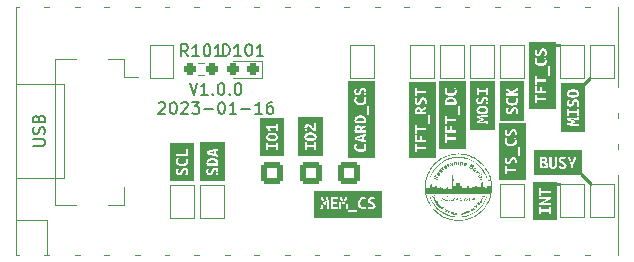
<source format=gbr>
%TF.GenerationSoftware,KiCad,Pcbnew,(6.0.10-0)*%
%TF.CreationDate,2023-01-20T18:48:23-05:00*%
%TF.ProjectId,EyeSPI-PiCowbell,45796553-5049-42d5-9069-436f7762656c,1.0.0*%
%TF.SameCoordinates,Original*%
%TF.FileFunction,Legend,Top*%
%TF.FilePolarity,Positive*%
%FSLAX46Y46*%
G04 Gerber Fmt 4.6, Leading zero omitted, Abs format (unit mm)*
G04 Created by KiCad (PCBNEW (6.0.10-0)) date 2023-01-20 18:48:23*
%MOMM*%
%LPD*%
G01*
G04 APERTURE LIST*
G04 Aperture macros list*
%AMRoundRect*
0 Rectangle with rounded corners*
0 $1 Rounding radius*
0 $2 $3 $4 $5 $6 $7 $8 $9 X,Y pos of 4 corners*
0 Add a 4 corners polygon primitive as box body*
4,1,4,$2,$3,$4,$5,$6,$7,$8,$9,$2,$3,0*
0 Add four circle primitives for the rounded corners*
1,1,$1+$1,$2,$3*
1,1,$1+$1,$4,$5*
1,1,$1+$1,$6,$7*
1,1,$1+$1,$8,$9*
0 Add four rect primitives between the rounded corners*
20,1,$1+$1,$2,$3,$4,$5,0*
20,1,$1+$1,$4,$5,$6,$7,0*
20,1,$1+$1,$6,$7,$8,$9,0*
20,1,$1+$1,$8,$9,$2,$3,0*%
G04 Aperture macros list end*
%ADD10C,0.000000*%
%ADD11C,0.254000*%
%ADD12C,0.150000*%
%ADD13C,0.120000*%
%ADD14R,1.500000X1.000000*%
%ADD15O,1.700000X1.700000*%
%ADD16R,1.700000X1.700000*%
%ADD17R,1.300000X0.300000*%
%ADD18R,2.200000X1.800000*%
%ADD19RoundRect,0.237500X0.287500X0.237500X-0.287500X0.237500X-0.287500X-0.237500X0.287500X-0.237500X0*%
%ADD20RoundRect,0.237500X-0.250000X-0.237500X0.250000X-0.237500X0.250000X0.237500X-0.250000X0.237500X0*%
%ADD21RoundRect,0.250000X-0.675000X-0.675000X0.675000X-0.675000X0.675000X0.675000X-0.675000X0.675000X0*%
%ADD22RoundRect,0.250000X0.675000X0.675000X-0.675000X0.675000X-0.675000X-0.675000X0.675000X-0.675000X0*%
G04 APERTURE END LIST*
D10*
G36*
X159692769Y-77898015D02*
G01*
X159695423Y-77898278D01*
X159698100Y-77898688D01*
X159700799Y-77899244D01*
X159703521Y-77899947D01*
X159706266Y-77900796D01*
X159709009Y-77901814D01*
X159711728Y-77903023D01*
X159714422Y-77904422D01*
X159717091Y-77906012D01*
X159719735Y-77907793D01*
X159722354Y-77909765D01*
X159724949Y-77911928D01*
X159727519Y-77914281D01*
X159730063Y-77916826D01*
X159732584Y-77919561D01*
X159735079Y-77922487D01*
X159737549Y-77925604D01*
X159739995Y-77928911D01*
X159742416Y-77932410D01*
X159744812Y-77936100D01*
X159747184Y-77939981D01*
X159749354Y-77943725D01*
X159751376Y-77947395D01*
X159753248Y-77950988D01*
X159754972Y-77954506D01*
X159756547Y-77957949D01*
X159757973Y-77961315D01*
X159759250Y-77964606D01*
X159760378Y-77967821D01*
X159761357Y-77970961D01*
X159762187Y-77974025D01*
X159762868Y-77977013D01*
X159763400Y-77979926D01*
X159763783Y-77982763D01*
X159764017Y-77985525D01*
X159764102Y-77988210D01*
X159764037Y-77990821D01*
X159763838Y-77993379D01*
X159763523Y-77995910D01*
X159763091Y-77998413D01*
X159762544Y-78000888D01*
X159761880Y-78003336D01*
X159761101Y-78005756D01*
X159760205Y-78008148D01*
X159759192Y-78010512D01*
X159758064Y-78012848D01*
X159756819Y-78015157D01*
X159755458Y-78017437D01*
X159753981Y-78019689D01*
X159752387Y-78021913D01*
X159750676Y-78024110D01*
X159748849Y-78026278D01*
X159746906Y-78028417D01*
X159718252Y-77995649D01*
X159719127Y-77994709D01*
X159719951Y-77993754D01*
X159720724Y-77992785D01*
X159721446Y-77991802D01*
X159722118Y-77990803D01*
X159722738Y-77989791D01*
X159723308Y-77988763D01*
X159723826Y-77987721D01*
X159724294Y-77986665D01*
X159724710Y-77985594D01*
X159725075Y-77984508D01*
X159725390Y-77983408D01*
X159725653Y-77982293D01*
X159725865Y-77981164D01*
X159726026Y-77980020D01*
X159726136Y-77978861D01*
X159726187Y-77977687D01*
X159726176Y-77976489D01*
X159726104Y-77975268D01*
X159725970Y-77974024D01*
X159725774Y-77972758D01*
X159725517Y-77971469D01*
X159725197Y-77970157D01*
X159724816Y-77968822D01*
X159724374Y-77967464D01*
X159723870Y-77966084D01*
X159723304Y-77964680D01*
X159722676Y-77963255D01*
X159721986Y-77961806D01*
X159721235Y-77960335D01*
X159720422Y-77958841D01*
X159719548Y-77957324D01*
X159718408Y-77955441D01*
X159717274Y-77953647D01*
X159716148Y-77951941D01*
X159715028Y-77950324D01*
X159713916Y-77948795D01*
X159712810Y-77947355D01*
X159711711Y-77946003D01*
X159710618Y-77944740D01*
X159709533Y-77943565D01*
X159708454Y-77942478D01*
X159707382Y-77941480D01*
X159706317Y-77940570D01*
X159705259Y-77939748D01*
X159704208Y-77939014D01*
X159703163Y-77938368D01*
X159702125Y-77937811D01*
X159701417Y-77937503D01*
X159700715Y-77937238D01*
X159700020Y-77937016D01*
X159699332Y-77936838D01*
X159698650Y-77936703D01*
X159697975Y-77936612D01*
X159697307Y-77936563D01*
X159696645Y-77936558D01*
X159695990Y-77936595D01*
X159695341Y-77936676D01*
X159694698Y-77936800D01*
X159694062Y-77936967D01*
X159693433Y-77937176D01*
X159692809Y-77937429D01*
X159692192Y-77937724D01*
X159691581Y-77938063D01*
X159691325Y-77938221D01*
X159691075Y-77938385D01*
X159690832Y-77938555D01*
X159690596Y-77938732D01*
X159690366Y-77938914D01*
X159690144Y-77939103D01*
X159689929Y-77939298D01*
X159689721Y-77939499D01*
X159689520Y-77939706D01*
X159689326Y-77939919D01*
X159689138Y-77940138D01*
X159688958Y-77940364D01*
X159688784Y-77940595D01*
X159688618Y-77940833D01*
X159688458Y-77941077D01*
X159688306Y-77941327D01*
X159688160Y-77941583D01*
X159688021Y-77941845D01*
X159687890Y-77942113D01*
X159687765Y-77942388D01*
X159687536Y-77942955D01*
X159687334Y-77943547D01*
X159687161Y-77944163D01*
X159687015Y-77944804D01*
X159686897Y-77945469D01*
X159686806Y-77946158D01*
X159686759Y-77947215D01*
X159686808Y-77948488D01*
X159686951Y-77949978D01*
X159687190Y-77951685D01*
X159687524Y-77953610D01*
X159687953Y-77955751D01*
X159688477Y-77958110D01*
X159689096Y-77960686D01*
X159690619Y-77966489D01*
X159692523Y-77973162D01*
X159694806Y-77980703D01*
X159697469Y-77989114D01*
X159700102Y-77997695D01*
X159702286Y-78005748D01*
X159704021Y-78013272D01*
X159704720Y-78016835D01*
X159705307Y-78020267D01*
X159705781Y-78023566D01*
X159706144Y-78026733D01*
X159706394Y-78029768D01*
X159706532Y-78032670D01*
X159706558Y-78035440D01*
X159706471Y-78038078D01*
X159706273Y-78040583D01*
X159705962Y-78042956D01*
X159705507Y-78045227D01*
X159704931Y-78047440D01*
X159704235Y-78049596D01*
X159703417Y-78051695D01*
X159702479Y-78053736D01*
X159701420Y-78055720D01*
X159700241Y-78057647D01*
X159698940Y-78059516D01*
X159697520Y-78061328D01*
X159695978Y-78063082D01*
X159694316Y-78064779D01*
X159692534Y-78066419D01*
X159690631Y-78068002D01*
X159688607Y-78069527D01*
X159686464Y-78070994D01*
X159684200Y-78072405D01*
X159681648Y-78073831D01*
X159679061Y-78075098D01*
X159676441Y-78076206D01*
X159673787Y-78077155D01*
X159671098Y-78077945D01*
X159668376Y-78078577D01*
X159665620Y-78079049D01*
X159662830Y-78079363D01*
X159660005Y-78079518D01*
X159657147Y-78079514D01*
X159654255Y-78079352D01*
X159651329Y-78079031D01*
X159648369Y-78078551D01*
X159645376Y-78077913D01*
X159642348Y-78077117D01*
X159639287Y-78076161D01*
X159636225Y-78075030D01*
X159633203Y-78073703D01*
X159630219Y-78072182D01*
X159627273Y-78070466D01*
X159624367Y-78068556D01*
X159621499Y-78066450D01*
X159618670Y-78064150D01*
X159615879Y-78061656D01*
X159613127Y-78058966D01*
X159610414Y-78056082D01*
X159607739Y-78053003D01*
X159605103Y-78049730D01*
X159602505Y-78046261D01*
X159599946Y-78042598D01*
X159597425Y-78038741D01*
X159594943Y-78034688D01*
X159592784Y-78030941D01*
X159590780Y-78027236D01*
X159588929Y-78023573D01*
X159587231Y-78019951D01*
X159585687Y-78016371D01*
X159584297Y-78012833D01*
X159583060Y-78009337D01*
X159581976Y-78005882D01*
X159581047Y-78002468D01*
X159580271Y-77999096D01*
X159579648Y-77995766D01*
X159579180Y-77992477D01*
X159578865Y-77989229D01*
X159578704Y-77986023D01*
X159578696Y-77982858D01*
X159578843Y-77979734D01*
X159579128Y-77976658D01*
X159579538Y-77973637D01*
X159580073Y-77970670D01*
X159580733Y-77967758D01*
X159581517Y-77964900D01*
X159582426Y-77962097D01*
X159583460Y-77959348D01*
X159584619Y-77956653D01*
X159585902Y-77954012D01*
X159587310Y-77951426D01*
X159588843Y-77948893D01*
X159590501Y-77946415D01*
X159592284Y-77943991D01*
X159594192Y-77941621D01*
X159596224Y-77939306D01*
X159598382Y-77937044D01*
X159627606Y-77972656D01*
X159626401Y-77973822D01*
X159625263Y-77975002D01*
X159624192Y-77976197D01*
X159623188Y-77977407D01*
X159622250Y-77978631D01*
X159621379Y-77979870D01*
X159620575Y-77981123D01*
X159619837Y-77982392D01*
X159619166Y-77983675D01*
X159618561Y-77984972D01*
X159618023Y-77986285D01*
X159617552Y-77987612D01*
X159617148Y-77988954D01*
X159616810Y-77990311D01*
X159616539Y-77991683D01*
X159616334Y-77993069D01*
X159616200Y-77994471D01*
X159616141Y-77995893D01*
X159616157Y-77997336D01*
X159616247Y-77998799D01*
X159616412Y-78000283D01*
X159616651Y-78001787D01*
X159616965Y-78003311D01*
X159617353Y-78004856D01*
X159617815Y-78006422D01*
X159618352Y-78008008D01*
X159618964Y-78009614D01*
X159619649Y-78011241D01*
X159620409Y-78012889D01*
X159621243Y-78014556D01*
X159622151Y-78016245D01*
X159623134Y-78017953D01*
X159624261Y-78019804D01*
X159625398Y-78021569D01*
X159626542Y-78023250D01*
X159627696Y-78024847D01*
X159628857Y-78026359D01*
X159630028Y-78027787D01*
X159631207Y-78029130D01*
X159632394Y-78030389D01*
X159633590Y-78031563D01*
X159634795Y-78032653D01*
X159636009Y-78033659D01*
X159637232Y-78034581D01*
X159638463Y-78035419D01*
X159639703Y-78036172D01*
X159640952Y-78036841D01*
X159642211Y-78037427D01*
X159643075Y-78037755D01*
X159643936Y-78038031D01*
X159644794Y-78038254D01*
X159645648Y-78038424D01*
X159646500Y-78038542D01*
X159647349Y-78038607D01*
X159648194Y-78038620D01*
X159649037Y-78038581D01*
X159649876Y-78038489D01*
X159650712Y-78038345D01*
X159651545Y-78038148D01*
X159652375Y-78037899D01*
X159653202Y-78037598D01*
X159654026Y-78037245D01*
X159654847Y-78036839D01*
X159655665Y-78036382D01*
X159656208Y-78036045D01*
X159656726Y-78035693D01*
X159657220Y-78035326D01*
X159657689Y-78034945D01*
X159658133Y-78034550D01*
X159658552Y-78034140D01*
X159658946Y-78033715D01*
X159659316Y-78033276D01*
X159659660Y-78032822D01*
X159659980Y-78032354D01*
X159660276Y-78031871D01*
X159660546Y-78031373D01*
X159660792Y-78030861D01*
X159661012Y-78030335D01*
X159661208Y-78029793D01*
X159661380Y-78029238D01*
X159661493Y-78028640D01*
X159661569Y-78027987D01*
X159661608Y-78027281D01*
X159661610Y-78026519D01*
X159661576Y-78025703D01*
X159661505Y-78024832D01*
X159661397Y-78023907D01*
X159661252Y-78022928D01*
X159661071Y-78021893D01*
X159660853Y-78020804D01*
X159660598Y-78019661D01*
X159660306Y-78018463D01*
X159659978Y-78017210D01*
X159659613Y-78015903D01*
X159659211Y-78014541D01*
X159658773Y-78013125D01*
X159654661Y-78000332D01*
X159651133Y-77988655D01*
X159648192Y-77978092D01*
X159645835Y-77968643D01*
X159644064Y-77960309D01*
X159642878Y-77953089D01*
X159642278Y-77946983D01*
X159642197Y-77944348D01*
X159642263Y-77941991D01*
X159642534Y-77938965D01*
X159642958Y-77936031D01*
X159643536Y-77933192D01*
X159644268Y-77930445D01*
X159645154Y-77927792D01*
X159646193Y-77925233D01*
X159647387Y-77922767D01*
X159648734Y-77920395D01*
X159650236Y-77918116D01*
X159651891Y-77915931D01*
X159653700Y-77913840D01*
X159655664Y-77911842D01*
X159657781Y-77909939D01*
X159660052Y-77908129D01*
X159662478Y-77906413D01*
X159665057Y-77904791D01*
X159667464Y-77903443D01*
X159669894Y-77902241D01*
X159672346Y-77901186D01*
X159674820Y-77900277D01*
X159677317Y-77899514D01*
X159679836Y-77898898D01*
X159682378Y-77898428D01*
X159684942Y-77898105D01*
X159687529Y-77897929D01*
X159690138Y-77897899D01*
X159692769Y-77898015D01*
G37*
G36*
X163754536Y-77802146D02*
G01*
X163735658Y-77843408D01*
X163579699Y-77772076D01*
X163598565Y-77730815D01*
X163754536Y-77802146D01*
G37*
G36*
X163410998Y-78070691D02*
G01*
X163411796Y-78066936D01*
X163412803Y-78063209D01*
X163414018Y-78059510D01*
X163415440Y-78055839D01*
X163417071Y-78052196D01*
X163418910Y-78048581D01*
X163420957Y-78044994D01*
X163423212Y-78041435D01*
X163425909Y-78037559D01*
X163428700Y-78033896D01*
X163431585Y-78030448D01*
X163434565Y-78027215D01*
X163437640Y-78024196D01*
X163440809Y-78021391D01*
X163444073Y-78018800D01*
X163447431Y-78016424D01*
X163450884Y-78014262D01*
X163454432Y-78012315D01*
X163458074Y-78010582D01*
X163461811Y-78009063D01*
X163465642Y-78007759D01*
X163469568Y-78006670D01*
X163473588Y-78005795D01*
X163477703Y-78005134D01*
X163481903Y-78004714D01*
X163486177Y-78004561D01*
X163490527Y-78004674D01*
X163494952Y-78005053D01*
X163499451Y-78005698D01*
X163504026Y-78006610D01*
X163508676Y-78007789D01*
X163513400Y-78009234D01*
X163518199Y-78010945D01*
X163523074Y-78012923D01*
X163528023Y-78015168D01*
X163533046Y-78017679D01*
X163538145Y-78020456D01*
X163543319Y-78023501D01*
X163548567Y-78026811D01*
X163553890Y-78030389D01*
X163490931Y-78125057D01*
X163493060Y-78126352D01*
X163495173Y-78127543D01*
X163497270Y-78128630D01*
X163499353Y-78129613D01*
X163501421Y-78130493D01*
X163503473Y-78131268D01*
X163505510Y-78131940D01*
X163507533Y-78132508D01*
X163509540Y-78132972D01*
X163511532Y-78133332D01*
X163513509Y-78133588D01*
X163515472Y-78133741D01*
X163517419Y-78133789D01*
X163519351Y-78133734D01*
X163521269Y-78133575D01*
X163523171Y-78133312D01*
X163525041Y-78132955D01*
X163526860Y-78132517D01*
X163528629Y-78131996D01*
X163530347Y-78131392D01*
X163532015Y-78130706D01*
X163533632Y-78129938D01*
X163535198Y-78129088D01*
X163536713Y-78128156D01*
X163538178Y-78127141D01*
X163539592Y-78126044D01*
X163540955Y-78124865D01*
X163542268Y-78123604D01*
X163543530Y-78122261D01*
X163544741Y-78120836D01*
X163545901Y-78119330D01*
X163547011Y-78117741D01*
X163547721Y-78116630D01*
X163548379Y-78115517D01*
X163548985Y-78114399D01*
X163549538Y-78113279D01*
X163550039Y-78112155D01*
X163550487Y-78111028D01*
X163550883Y-78109898D01*
X163551227Y-78108765D01*
X163551518Y-78107629D01*
X163551757Y-78106489D01*
X163551944Y-78105347D01*
X163552078Y-78104201D01*
X163552160Y-78103053D01*
X163552189Y-78101902D01*
X163552166Y-78100747D01*
X163552091Y-78099591D01*
X163551958Y-78098428D01*
X163551764Y-78097259D01*
X163551508Y-78096082D01*
X163551190Y-78094897D01*
X163550811Y-78093705D01*
X163550370Y-78092505D01*
X163549868Y-78091297D01*
X163549304Y-78090082D01*
X163548678Y-78088859D01*
X163547991Y-78087628D01*
X163547243Y-78086389D01*
X163546433Y-78085143D01*
X163545561Y-78083888D01*
X163544628Y-78082626D01*
X163543634Y-78081356D01*
X163542578Y-78080077D01*
X163573932Y-78046634D01*
X163575856Y-78049271D01*
X163577659Y-78051921D01*
X163579341Y-78054586D01*
X163580902Y-78057265D01*
X163582343Y-78059959D01*
X163583662Y-78062667D01*
X163584861Y-78065389D01*
X163585939Y-78068125D01*
X163586896Y-78070875D01*
X163587732Y-78073640D01*
X163588448Y-78076419D01*
X163589043Y-78079212D01*
X163589518Y-78082020D01*
X163589871Y-78084842D01*
X163590104Y-78087678D01*
X163590217Y-78090528D01*
X163590206Y-78093388D01*
X163590070Y-78096254D01*
X163589808Y-78099125D01*
X163589420Y-78102001D01*
X163588907Y-78104882D01*
X163588269Y-78107768D01*
X163587505Y-78110660D01*
X163586615Y-78113557D01*
X163585600Y-78116460D01*
X163584459Y-78119367D01*
X163583193Y-78122280D01*
X163581801Y-78125198D01*
X163580283Y-78128122D01*
X163578640Y-78131050D01*
X163576871Y-78133984D01*
X163574977Y-78136923D01*
X163571836Y-78141441D01*
X163568606Y-78145680D01*
X163565287Y-78149642D01*
X163561877Y-78153326D01*
X163558378Y-78156733D01*
X163554790Y-78159862D01*
X163551112Y-78162713D01*
X163547344Y-78165287D01*
X163543487Y-78167582D01*
X163539540Y-78169600D01*
X163535503Y-78171340D01*
X163531377Y-78172802D01*
X163527161Y-78173986D01*
X163522856Y-78174892D01*
X163518461Y-78175520D01*
X163513977Y-78175870D01*
X163510362Y-78175932D01*
X163506741Y-78175831D01*
X163503113Y-78175566D01*
X163499479Y-78175138D01*
X163495838Y-78174547D01*
X163492191Y-78173792D01*
X163488538Y-78172874D01*
X163484878Y-78171792D01*
X163481212Y-78170547D01*
X163477539Y-78169139D01*
X163473860Y-78167567D01*
X163470175Y-78165832D01*
X163466484Y-78163933D01*
X163462786Y-78161871D01*
X163459082Y-78159645D01*
X163455372Y-78157257D01*
X163451042Y-78154275D01*
X163446929Y-78151228D01*
X163443033Y-78148116D01*
X163439353Y-78144938D01*
X163435890Y-78141696D01*
X163432643Y-78138389D01*
X163429613Y-78135016D01*
X163426800Y-78131579D01*
X163424203Y-78128076D01*
X163421824Y-78124508D01*
X163419661Y-78120875D01*
X163417715Y-78117177D01*
X163415985Y-78113414D01*
X163414473Y-78109586D01*
X163413178Y-78105692D01*
X163412099Y-78101734D01*
X163411233Y-78097756D01*
X163410576Y-78093807D01*
X163410126Y-78089885D01*
X163409884Y-78085991D01*
X163409850Y-78082124D01*
X163410025Y-78078285D01*
X163410237Y-78076174D01*
X163447939Y-78076174D01*
X163447978Y-78077872D01*
X163448109Y-78079584D01*
X163448334Y-78081310D01*
X163448651Y-78083049D01*
X163449061Y-78084801D01*
X163449562Y-78086544D01*
X163450156Y-78088256D01*
X163450843Y-78089938D01*
X163451623Y-78091589D01*
X163452497Y-78093210D01*
X163453464Y-78094800D01*
X163454524Y-78096359D01*
X163455678Y-78097887D01*
X163456924Y-78099385D01*
X163458264Y-78100852D01*
X163459697Y-78102289D01*
X163461223Y-78103694D01*
X163462842Y-78105069D01*
X163464554Y-78106413D01*
X163466359Y-78107727D01*
X163468257Y-78109010D01*
X163505814Y-78052535D01*
X163503742Y-78051273D01*
X163501691Y-78050111D01*
X163499661Y-78049050D01*
X163497654Y-78048090D01*
X163495668Y-78047230D01*
X163493703Y-78046470D01*
X163491760Y-78045812D01*
X163489839Y-78045253D01*
X163487939Y-78044796D01*
X163486061Y-78044439D01*
X163484204Y-78044183D01*
X163482369Y-78044027D01*
X163480555Y-78043972D01*
X163478763Y-78044018D01*
X163476992Y-78044164D01*
X163475242Y-78044412D01*
X163473528Y-78044747D01*
X163471862Y-78045155D01*
X163470244Y-78045633D01*
X163468674Y-78046183D01*
X163467154Y-78046805D01*
X163465681Y-78047497D01*
X163464258Y-78048262D01*
X163462883Y-78049098D01*
X163461557Y-78050006D01*
X163460279Y-78050985D01*
X163459050Y-78052036D01*
X163457870Y-78053159D01*
X163456739Y-78054354D01*
X163455657Y-78055620D01*
X163454623Y-78056958D01*
X163453639Y-78058369D01*
X163452656Y-78059921D01*
X163451766Y-78061486D01*
X163450969Y-78063064D01*
X163450265Y-78064656D01*
X163449654Y-78066262D01*
X163449136Y-78067880D01*
X163448711Y-78069512D01*
X163448378Y-78071158D01*
X163448139Y-78072816D01*
X163447992Y-78074488D01*
X163447939Y-78076174D01*
X163410237Y-78076174D01*
X163410407Y-78074474D01*
X163410998Y-78070691D01*
G37*
G36*
X163577424Y-77721130D02*
G01*
X163558546Y-77762406D01*
X163520367Y-77744943D01*
X163539245Y-77703668D01*
X163577424Y-77721130D01*
G37*
G36*
X159335154Y-77842772D02*
G01*
X159419265Y-78015338D01*
X159515927Y-78180136D01*
X159624511Y-78336542D01*
X159744390Y-78483934D01*
X159874936Y-78621690D01*
X160015521Y-78749187D01*
X160165518Y-78865803D01*
X160324299Y-78970916D01*
X160491237Y-79063903D01*
X160665703Y-79144142D01*
X160847070Y-79211010D01*
X161034710Y-79263885D01*
X161227996Y-79302145D01*
X161426299Y-79325167D01*
X161527137Y-79330770D01*
X161628993Y-79332329D01*
X161730052Y-79329832D01*
X161830069Y-79323364D01*
X161928970Y-79313000D01*
X162026678Y-79298818D01*
X162123117Y-79280894D01*
X162218212Y-79259306D01*
X162311886Y-79234130D01*
X162404064Y-79205442D01*
X162494669Y-79173320D01*
X162583626Y-79137840D01*
X162670858Y-79099079D01*
X162756291Y-79057113D01*
X162839847Y-79012021D01*
X162921451Y-78963877D01*
X163001027Y-78912759D01*
X163078499Y-78858744D01*
X163153792Y-78801908D01*
X163226828Y-78742329D01*
X163297533Y-78680083D01*
X163365831Y-78615246D01*
X163431645Y-78547895D01*
X163494899Y-78478108D01*
X163555518Y-78405961D01*
X163613425Y-78331530D01*
X163668546Y-78254893D01*
X163720803Y-78176126D01*
X163770121Y-78095305D01*
X163816424Y-78012509D01*
X163859636Y-77927813D01*
X163899681Y-77841294D01*
X163936484Y-77753028D01*
X163969967Y-77663094D01*
X164037341Y-77686704D01*
X163965044Y-77870004D01*
X163879403Y-78046121D01*
X163781044Y-78214421D01*
X163670592Y-78374274D01*
X163548671Y-78525048D01*
X163415906Y-78666112D01*
X163272923Y-78796833D01*
X163120345Y-78916580D01*
X162958799Y-79024723D01*
X162788908Y-79120628D01*
X162611298Y-79203665D01*
X162426593Y-79273203D01*
X162235418Y-79328608D01*
X162038399Y-79369251D01*
X161836160Y-79394498D01*
X161733279Y-79401152D01*
X161629326Y-79403720D01*
X161524554Y-79402117D01*
X161420829Y-79396356D01*
X161318233Y-79386516D01*
X161216847Y-79372677D01*
X161116752Y-79354920D01*
X161018027Y-79333324D01*
X160920754Y-79307969D01*
X160825014Y-79278936D01*
X160730887Y-79246305D01*
X160638454Y-79210155D01*
X160547795Y-79170566D01*
X160458992Y-79127619D01*
X160372125Y-79081394D01*
X160287274Y-79031970D01*
X160204521Y-78979428D01*
X160123946Y-78923848D01*
X160045630Y-78865309D01*
X159969654Y-78803892D01*
X159896097Y-78739677D01*
X159825042Y-78672744D01*
X159756569Y-78603172D01*
X159690757Y-78531043D01*
X159627689Y-78456435D01*
X159567445Y-78379429D01*
X159510106Y-78300105D01*
X159455751Y-78218544D01*
X159404463Y-78134824D01*
X159356321Y-78049026D01*
X159311407Y-77961230D01*
X159269800Y-77871517D01*
X159231583Y-77779965D01*
X159196835Y-77686656D01*
X159264221Y-77663058D01*
X159335154Y-77842772D01*
G37*
G36*
X164092976Y-76290279D02*
G01*
X164092974Y-76290282D01*
X164092972Y-76290284D01*
X164092970Y-76290287D01*
X164092968Y-76290291D01*
X164092966Y-76290294D01*
X164092965Y-76290295D01*
X164092965Y-76290286D01*
X164092966Y-76290285D01*
X164092966Y-76290284D01*
X164092967Y-76290283D01*
X164092967Y-76290282D01*
X164092968Y-76290282D01*
X164092968Y-76290281D01*
X164092969Y-76290281D01*
X164092969Y-76290280D01*
X164092970Y-76290280D01*
X164092970Y-76290279D01*
X164092971Y-76290279D01*
X164092972Y-76290278D01*
X164092974Y-76290278D01*
X164092975Y-76290277D01*
X164092978Y-76290277D01*
X164092976Y-76290279D01*
G37*
G36*
X159615117Y-77504305D02*
G01*
X159646510Y-77585836D01*
X159649019Y-77592548D01*
X159651238Y-77598903D01*
X159653167Y-77604899D01*
X159654806Y-77610538D01*
X159656156Y-77615818D01*
X159657216Y-77620740D01*
X159657987Y-77625302D01*
X159658469Y-77629505D01*
X159658647Y-77632203D01*
X159658738Y-77634884D01*
X159658742Y-77637547D01*
X159658660Y-77640194D01*
X159658492Y-77642824D01*
X159658238Y-77645436D01*
X159657897Y-77648032D01*
X159657470Y-77650611D01*
X159656957Y-77653173D01*
X159656358Y-77655718D01*
X159655672Y-77658246D01*
X159654901Y-77660757D01*
X159654043Y-77663252D01*
X159653100Y-77665730D01*
X159652070Y-77668191D01*
X159650955Y-77670635D01*
X159649758Y-77673057D01*
X159648491Y-77675447D01*
X159647153Y-77677805D01*
X159645743Y-77680130D01*
X159644263Y-77682423D01*
X159642711Y-77684684D01*
X159641088Y-77686913D01*
X159639394Y-77689109D01*
X159637629Y-77691274D01*
X159635793Y-77693406D01*
X159633885Y-77695505D01*
X159631907Y-77697573D01*
X159629857Y-77699608D01*
X159627736Y-77701611D01*
X159625543Y-77703582D01*
X159623280Y-77705520D01*
X159620931Y-77707429D01*
X159618484Y-77709311D01*
X159615938Y-77711167D01*
X159613293Y-77712996D01*
X159610549Y-77714798D01*
X159607707Y-77716573D01*
X159604766Y-77718322D01*
X159601726Y-77720044D01*
X159598587Y-77721739D01*
X159595349Y-77723407D01*
X159592012Y-77725048D01*
X159588577Y-77726663D01*
X159585042Y-77728250D01*
X159581408Y-77729811D01*
X159577674Y-77731345D01*
X159573842Y-77732852D01*
X159567098Y-77735325D01*
X159560509Y-77737497D01*
X159554075Y-77739367D01*
X159547796Y-77740935D01*
X159541670Y-77742200D01*
X159535699Y-77743162D01*
X159532772Y-77743529D01*
X159529882Y-77743820D01*
X159527032Y-77744036D01*
X159524219Y-77744176D01*
X159520831Y-77744258D01*
X159517494Y-77744258D01*
X159514207Y-77744175D01*
X159510971Y-77744009D01*
X159507785Y-77743761D01*
X159504650Y-77743429D01*
X159501566Y-77743015D01*
X159498532Y-77742517D01*
X159495548Y-77741937D01*
X159492615Y-77741273D01*
X159489733Y-77740527D01*
X159486901Y-77739698D01*
X159484119Y-77738785D01*
X159481389Y-77737790D01*
X159478708Y-77736712D01*
X159476079Y-77735550D01*
X159474114Y-77734603D01*
X159472163Y-77733578D01*
X159470227Y-77732474D01*
X159468305Y-77731291D01*
X159466397Y-77730030D01*
X159464504Y-77728691D01*
X159462625Y-77727273D01*
X159460761Y-77725777D01*
X159458911Y-77724202D01*
X159457075Y-77722549D01*
X159455254Y-77720818D01*
X159453447Y-77719008D01*
X159451655Y-77717119D01*
X159449877Y-77715153D01*
X159448114Y-77713107D01*
X159446365Y-77710984D01*
X159445074Y-77709318D01*
X159443789Y-77707560D01*
X159442511Y-77705710D01*
X159441239Y-77703768D01*
X159439973Y-77701734D01*
X159438715Y-77699608D01*
X159437463Y-77697390D01*
X159436217Y-77695081D01*
X159434979Y-77692679D01*
X159433747Y-77690185D01*
X159432521Y-77687599D01*
X159431303Y-77684922D01*
X159430091Y-77682153D01*
X159428885Y-77679292D01*
X159426495Y-77673294D01*
X159405836Y-77619636D01*
X159448575Y-77619636D01*
X159461407Y-77652934D01*
X159463174Y-77657432D01*
X159464882Y-77661579D01*
X159466532Y-77665375D01*
X159468123Y-77668821D01*
X159469655Y-77671916D01*
X159471127Y-77674661D01*
X159472541Y-77677056D01*
X159473895Y-77679101D01*
X159474765Y-77680307D01*
X159475654Y-77681472D01*
X159476561Y-77682597D01*
X159477487Y-77683683D01*
X159478431Y-77684728D01*
X159479394Y-77685733D01*
X159480374Y-77686698D01*
X159481374Y-77687623D01*
X159482391Y-77688507D01*
X159483427Y-77689352D01*
X159484481Y-77690156D01*
X159485553Y-77690920D01*
X159486643Y-77691644D01*
X159487751Y-77692328D01*
X159488878Y-77692971D01*
X159490022Y-77693574D01*
X159491204Y-77694134D01*
X159492444Y-77694649D01*
X159493742Y-77695118D01*
X159495097Y-77695541D01*
X159496510Y-77695918D01*
X159497980Y-77696250D01*
X159499508Y-77696536D01*
X159501093Y-77696776D01*
X159502736Y-77696970D01*
X159504437Y-77697118D01*
X159506195Y-77697220D01*
X159508010Y-77697276D01*
X159509883Y-77697287D01*
X159511813Y-77697251D01*
X159513801Y-77697169D01*
X159515846Y-77697040D01*
X159517954Y-77696858D01*
X159520134Y-77696607D01*
X159522383Y-77696288D01*
X159524703Y-77695902D01*
X159527094Y-77695448D01*
X159529555Y-77694926D01*
X159534689Y-77693678D01*
X159540104Y-77692160D01*
X159545803Y-77690371D01*
X159551783Y-77688311D01*
X159558046Y-77685981D01*
X159564238Y-77683516D01*
X159570004Y-77681054D01*
X159575344Y-77678594D01*
X159580258Y-77676137D01*
X159584745Y-77673681D01*
X159588805Y-77671226D01*
X159590675Y-77670000D01*
X159592438Y-77668774D01*
X159594094Y-77667548D01*
X159595643Y-77666322D01*
X159597110Y-77665092D01*
X159598519Y-77663851D01*
X159599871Y-77662600D01*
X159601165Y-77661339D01*
X159602400Y-77660068D01*
X159603578Y-77658787D01*
X159604698Y-77657495D01*
X159605761Y-77656193D01*
X159606765Y-77654882D01*
X159607711Y-77653560D01*
X159608599Y-77652228D01*
X159609429Y-77650887D01*
X159610201Y-77649535D01*
X159610914Y-77648173D01*
X159611570Y-77646802D01*
X159612167Y-77645420D01*
X159612709Y-77644024D01*
X159613199Y-77642608D01*
X159613638Y-77641174D01*
X159614025Y-77639720D01*
X159614359Y-77638247D01*
X159614642Y-77636755D01*
X159614873Y-77635243D01*
X159615053Y-77633712D01*
X159615180Y-77632162D01*
X159615255Y-77630593D01*
X159615278Y-77629005D01*
X159615250Y-77627397D01*
X159615169Y-77625770D01*
X159615036Y-77624124D01*
X159614851Y-77622459D01*
X159614615Y-77620774D01*
X159614393Y-77619437D01*
X159614102Y-77617967D01*
X159613307Y-77614625D01*
X159612231Y-77610748D01*
X159610874Y-77606336D01*
X159609235Y-77601389D01*
X159607314Y-77595907D01*
X159605112Y-77589889D01*
X159602629Y-77583336D01*
X159594916Y-77563293D01*
X159448575Y-77619636D01*
X159405836Y-77619636D01*
X159394177Y-77589355D01*
X159615117Y-77504305D01*
G37*
G36*
X162599328Y-77745254D02*
G01*
X162601155Y-77747006D01*
X162602851Y-77748717D01*
X162604416Y-77750385D01*
X162605851Y-77752010D01*
X162607157Y-77753591D01*
X162608335Y-77755126D01*
X162609385Y-77756616D01*
X162610308Y-77758059D01*
X162611106Y-77759455D01*
X162611778Y-77760802D01*
X162612327Y-77762100D01*
X162612752Y-77763348D01*
X162613054Y-77764545D01*
X162613235Y-77765691D01*
X162613295Y-77766784D01*
X162613269Y-77767524D01*
X162613190Y-77768252D01*
X162613059Y-77768968D01*
X162612878Y-77769673D01*
X162612646Y-77770368D01*
X162612366Y-77771054D01*
X162612037Y-77771731D01*
X162611660Y-77772402D01*
X162611237Y-77773065D01*
X162610768Y-77773723D01*
X162610254Y-77774375D01*
X162609696Y-77775024D01*
X162609094Y-77775669D01*
X162608450Y-77776312D01*
X162607764Y-77776953D01*
X162607038Y-77777593D01*
X162592817Y-77788969D01*
X162592817Y-77790676D01*
X162592766Y-77790729D01*
X162592717Y-77790783D01*
X162592672Y-77790836D01*
X162592630Y-77790889D01*
X162592590Y-77790943D01*
X162592554Y-77790996D01*
X162592488Y-77791103D01*
X162592433Y-77791209D01*
X162592387Y-77791316D01*
X162592350Y-77791423D01*
X162592319Y-77791529D01*
X162592296Y-77791636D01*
X162592278Y-77791743D01*
X162592266Y-77791849D01*
X162592257Y-77791956D01*
X162592252Y-77792063D01*
X162592249Y-77792169D01*
X162592248Y-77792383D01*
X162592249Y-77792596D01*
X162592252Y-77792703D01*
X162592257Y-77792809D01*
X162592266Y-77792916D01*
X162592278Y-77793023D01*
X162592296Y-77793129D01*
X162592319Y-77793236D01*
X162592350Y-77793342D01*
X162592387Y-77793449D01*
X162592433Y-77793556D01*
X162592488Y-77793662D01*
X162592554Y-77793769D01*
X162592590Y-77793822D01*
X162592630Y-77793876D01*
X162592672Y-77793929D01*
X162592717Y-77793982D01*
X162592766Y-77794036D01*
X162592817Y-77794089D01*
X162592817Y-77795796D01*
X162590542Y-77796934D01*
X162586559Y-77795796D01*
X162587697Y-77812292D01*
X162584284Y-77814568D01*
X162583849Y-77815848D01*
X162583614Y-77816488D01*
X162583360Y-77817128D01*
X162583223Y-77817448D01*
X162583079Y-77817768D01*
X162582926Y-77818088D01*
X162582764Y-77818408D01*
X162582593Y-77818728D01*
X162582410Y-77819048D01*
X162582216Y-77819368D01*
X162582009Y-77819688D01*
X162580302Y-77821394D01*
X162580250Y-77821448D01*
X162580202Y-77821501D01*
X162580157Y-77821554D01*
X162580114Y-77821608D01*
X162580075Y-77821661D01*
X162580038Y-77821714D01*
X162579973Y-77821821D01*
X162579918Y-77821928D01*
X162579872Y-77822034D01*
X162579834Y-77822141D01*
X162579804Y-77822248D01*
X162579781Y-77822354D01*
X162579763Y-77822461D01*
X162579750Y-77822568D01*
X162579742Y-77822674D01*
X162579737Y-77822781D01*
X162579734Y-77822888D01*
X162579733Y-77823101D01*
X162579740Y-77823421D01*
X162579761Y-77823741D01*
X162579797Y-77824061D01*
X162579849Y-77824381D01*
X162579917Y-77824701D01*
X162580003Y-77825021D01*
X162580107Y-77825341D01*
X162580231Y-77825661D01*
X162580374Y-77825981D01*
X162580539Y-77826301D01*
X162580725Y-77826621D01*
X162580933Y-77826941D01*
X162581165Y-77827261D01*
X162581421Y-77827581D01*
X162581702Y-77827901D01*
X162582009Y-77828221D01*
X162580970Y-77830406D01*
X162579991Y-77832691D01*
X162579079Y-77835070D01*
X162578240Y-77837535D01*
X162577850Y-77838799D01*
X162577481Y-77840081D01*
X162577134Y-77841382D01*
X162576809Y-77842700D01*
X162576507Y-77844034D01*
X162576230Y-77845385D01*
X162575978Y-77846751D01*
X162575751Y-77848131D01*
X162574569Y-77853232D01*
X162574041Y-77855430D01*
X162573547Y-77857374D01*
X162573079Y-77859052D01*
X162572631Y-77860450D01*
X162572413Y-77861039D01*
X162572197Y-77861554D01*
X162571983Y-77861992D01*
X162571769Y-77862351D01*
X162574045Y-77866334D01*
X162567788Y-77878280D01*
X162568925Y-77885675D01*
X162566081Y-77897621D01*
X162568356Y-77902172D01*
X162564943Y-77911842D01*
X162565343Y-77913308D01*
X162565690Y-77914722D01*
X162565983Y-77916082D01*
X162566223Y-77917388D01*
X162566410Y-77918642D01*
X162566543Y-77919842D01*
X162566623Y-77920988D01*
X162566650Y-77922082D01*
X162566649Y-77922696D01*
X162566641Y-77923264D01*
X162566620Y-77923791D01*
X162566602Y-77924042D01*
X162566579Y-77924286D01*
X162566549Y-77924523D01*
X162566511Y-77924754D01*
X162566465Y-77924979D01*
X162566410Y-77925201D01*
X162566345Y-77925420D01*
X162566269Y-77925636D01*
X162566181Y-77925850D01*
X162566081Y-77926063D01*
X162566509Y-77927209D01*
X162566943Y-77928508D01*
X162567391Y-77929953D01*
X162567858Y-77931538D01*
X162568881Y-77935103D01*
X162570063Y-77939147D01*
X162563805Y-77941991D01*
X162563805Y-77943129D01*
X162563912Y-77943469D01*
X162564017Y-77943847D01*
X162564121Y-77944262D01*
X162564223Y-77944711D01*
X162564415Y-77945709D01*
X162564587Y-77946827D01*
X162564664Y-77947426D01*
X162564733Y-77948051D01*
X162564793Y-77948699D01*
X162564845Y-77949369D01*
X162564886Y-77950058D01*
X162564917Y-77950766D01*
X162564936Y-77951491D01*
X162564943Y-77952231D01*
X162564917Y-77953696D01*
X162564845Y-77955101D01*
X162564733Y-77956440D01*
X162564587Y-77957706D01*
X162564415Y-77958891D01*
X162564223Y-77959990D01*
X162564017Y-77960996D01*
X162563805Y-77961901D01*
X162570063Y-77965883D01*
X162569749Y-77966323D01*
X162569448Y-77966790D01*
X162569159Y-77967283D01*
X162568881Y-77967803D01*
X162568612Y-77968350D01*
X162568353Y-77968923D01*
X162568102Y-77969523D01*
X162567858Y-77970150D01*
X162567622Y-77970803D01*
X162567391Y-77971483D01*
X162567165Y-77972189D01*
X162566943Y-77972923D01*
X162566509Y-77974469D01*
X162566081Y-77976123D01*
X162564943Y-77974416D01*
X162565512Y-77985224D01*
X162568925Y-77980104D01*
X162578595Y-77982949D01*
X162595093Y-77980104D01*
X162595662Y-77982949D01*
X162620122Y-77976123D01*
X162615571Y-77988069D01*
X162615898Y-77987969D01*
X162616237Y-77987881D01*
X162616588Y-77987805D01*
X162616949Y-77987740D01*
X162617321Y-77987685D01*
X162617701Y-77987639D01*
X162618090Y-77987601D01*
X162618487Y-77987571D01*
X162619299Y-77987530D01*
X162620131Y-77987509D01*
X162621828Y-77987500D01*
X162622581Y-77987513D01*
X162623347Y-77987552D01*
X162624125Y-77987616D01*
X162624913Y-77987704D01*
X162625711Y-77987816D01*
X162626518Y-77987950D01*
X162627334Y-77988105D01*
X162628157Y-77988282D01*
X162628987Y-77988478D01*
X162629822Y-77988694D01*
X162631508Y-77989180D01*
X162633206Y-77989732D01*
X162634912Y-77990344D01*
X162636619Y-77990344D01*
X162643338Y-77989180D01*
X162648991Y-77988282D01*
X162651418Y-77987950D01*
X162653578Y-77987704D01*
X162655471Y-77987552D01*
X162657097Y-77987500D01*
X162657877Y-77987513D01*
X162658723Y-77987553D01*
X162660608Y-77987713D01*
X162662747Y-77987980D01*
X162665132Y-77988353D01*
X162667758Y-77988833D01*
X162670617Y-77989420D01*
X162673702Y-77990113D01*
X162677007Y-77990913D01*
X162680420Y-77987500D01*
X162682280Y-77988367D01*
X162684020Y-77989261D01*
X162685640Y-77990183D01*
X162687140Y-77991135D01*
X162688520Y-77992117D01*
X162689780Y-77993129D01*
X162690920Y-77994173D01*
X162691940Y-77995250D01*
X162692840Y-77996360D01*
X162693620Y-77997505D01*
X162694280Y-77998684D01*
X162694565Y-77999287D01*
X162694820Y-77999899D01*
X162695045Y-78000520D01*
X162695240Y-78001151D01*
X162695405Y-78001790D01*
X162695540Y-78002440D01*
X162695645Y-78003099D01*
X162695720Y-78003767D01*
X162695780Y-78005134D01*
X162695768Y-78005716D01*
X162695733Y-78006287D01*
X162695675Y-78006849D01*
X162695594Y-78007402D01*
X162695490Y-78007944D01*
X162695364Y-78008478D01*
X162695214Y-78009002D01*
X162695042Y-78009516D01*
X162694848Y-78010022D01*
X162694631Y-78010518D01*
X162694391Y-78011005D01*
X162694130Y-78011484D01*
X162693846Y-78011954D01*
X162693541Y-78012415D01*
X162693213Y-78012867D01*
X162692864Y-78013311D01*
X162692101Y-78014175D01*
X162691252Y-78015006D01*
X162690318Y-78015805D01*
X162689300Y-78016573D01*
X162688198Y-78017312D01*
X162687014Y-78018021D01*
X162685749Y-78018702D01*
X162684402Y-78019356D01*
X162659372Y-78019924D01*
X162636049Y-78024475D01*
X162618984Y-78021062D01*
X162611020Y-78019924D01*
X162613865Y-78017080D01*
X162603625Y-78021631D01*
X162596515Y-78020849D01*
X162594970Y-78020703D01*
X162593546Y-78020591D01*
X162592255Y-78020519D01*
X162591111Y-78020493D01*
X162590897Y-78020266D01*
X162590685Y-78020012D01*
X162590474Y-78019730D01*
X162590266Y-78019418D01*
X162590061Y-78019076D01*
X162589860Y-78018703D01*
X162589665Y-78018299D01*
X162589475Y-78017862D01*
X162589292Y-78017392D01*
X162589116Y-78016888D01*
X162588949Y-78016349D01*
X162588790Y-78015774D01*
X162588642Y-78015162D01*
X162588505Y-78014512D01*
X162588379Y-78013825D01*
X162588266Y-78013098D01*
X162578595Y-78021631D01*
X162567219Y-78020493D01*
X162565930Y-78020502D01*
X162565269Y-78020523D01*
X162564587Y-78020564D01*
X162563880Y-78020632D01*
X162563514Y-78020678D01*
X162563139Y-78020733D01*
X162562754Y-78020798D01*
X162562358Y-78020874D01*
X162561950Y-78020962D01*
X162561530Y-78021062D01*
X162556410Y-78021062D01*
X162554888Y-78021036D01*
X162553299Y-78020964D01*
X162551630Y-78020852D01*
X162549868Y-78020706D01*
X162541620Y-78019924D01*
X162526830Y-78022200D01*
X162525692Y-78019356D01*
X162519435Y-78020493D01*
X162509764Y-78021062D01*
X162498388Y-78026750D01*
X162495543Y-78023906D01*
X162495010Y-78024113D01*
X162494474Y-78024306D01*
X162493936Y-78024486D01*
X162493392Y-78024653D01*
X162492842Y-78024806D01*
X162492283Y-78024946D01*
X162491714Y-78025073D01*
X162491134Y-78025186D01*
X162490541Y-78025286D01*
X162489932Y-78025373D01*
X162489307Y-78025446D01*
X162488663Y-78025506D01*
X162488000Y-78025553D01*
X162487314Y-78025586D01*
X162486606Y-78025606D01*
X162485872Y-78025613D01*
X162481891Y-78025613D01*
X162480184Y-78023337D01*
X162479142Y-78023737D01*
X162478140Y-78024084D01*
X162477649Y-78024237D01*
X162477164Y-78024377D01*
X162476682Y-78024504D01*
X162476202Y-78024617D01*
X162475722Y-78024717D01*
X162475240Y-78024804D01*
X162474755Y-78024877D01*
X162474265Y-78024937D01*
X162473768Y-78024984D01*
X162473262Y-78025017D01*
X162472747Y-78025037D01*
X162472220Y-78025044D01*
X162471687Y-78025037D01*
X162471154Y-78025017D01*
X162470620Y-78024984D01*
X162470087Y-78024937D01*
X162469553Y-78024877D01*
X162469020Y-78024804D01*
X162468487Y-78024717D01*
X162467953Y-78024617D01*
X162467420Y-78024504D01*
X162466887Y-78024377D01*
X162466353Y-78024237D01*
X162465820Y-78024084D01*
X162465287Y-78023917D01*
X162464753Y-78023737D01*
X162464220Y-78023544D01*
X162463687Y-78023337D01*
X162463574Y-78023444D01*
X162463448Y-78023551D01*
X162463311Y-78023657D01*
X162463163Y-78023764D01*
X162463004Y-78023871D01*
X162462837Y-78023977D01*
X162462661Y-78024084D01*
X162462478Y-78024191D01*
X162462093Y-78024404D01*
X162461687Y-78024617D01*
X162460843Y-78025044D01*
X162460254Y-78025232D01*
X162459758Y-78025373D01*
X162459541Y-78025428D01*
X162459343Y-78025474D01*
X162458994Y-78025542D01*
X162458698Y-78025583D01*
X162458443Y-78025604D01*
X162458214Y-78025612D01*
X162457998Y-78025613D01*
X162455805Y-78025579D01*
X162453708Y-78025478D01*
X162451706Y-78025309D01*
X162449803Y-78025071D01*
X162448000Y-78024762D01*
X162446299Y-78024383D01*
X162444701Y-78023932D01*
X162443208Y-78023409D01*
X162441822Y-78022812D01*
X162440544Y-78022141D01*
X162439376Y-78021395D01*
X162438320Y-78020573D01*
X162437377Y-78019675D01*
X162436549Y-78018699D01*
X162435837Y-78017645D01*
X162435244Y-78016511D01*
X162433591Y-78016084D01*
X162432045Y-78015649D01*
X162430605Y-78015201D01*
X162429271Y-78014734D01*
X162428645Y-78014490D01*
X162428045Y-78014239D01*
X162427471Y-78013980D01*
X162426925Y-78013711D01*
X162426405Y-78013433D01*
X162425912Y-78013144D01*
X162425445Y-78012843D01*
X162425005Y-78012529D01*
X162425005Y-78002859D01*
X162424698Y-78002332D01*
X162424417Y-78001819D01*
X162424161Y-78001319D01*
X162423929Y-78000832D01*
X162423721Y-78000359D01*
X162423535Y-77999899D01*
X162423371Y-77999452D01*
X162423227Y-77999019D01*
X162423104Y-77998599D01*
X162422999Y-77998192D01*
X162422913Y-77997799D01*
X162422845Y-77997419D01*
X162422793Y-77997052D01*
X162422757Y-77996699D01*
X162422736Y-77996359D01*
X162422729Y-77996033D01*
X162422763Y-77994886D01*
X162422863Y-77993793D01*
X162423029Y-77992753D01*
X162423263Y-77991766D01*
X162423563Y-77990833D01*
X162423738Y-77990386D01*
X162423929Y-77989953D01*
X162424138Y-77989533D01*
X162424363Y-77989126D01*
X162424604Y-77988733D01*
X162424863Y-77988353D01*
X162425138Y-77987986D01*
X162425429Y-77987633D01*
X162425738Y-77987293D01*
X162426063Y-77986966D01*
X162426405Y-77986653D01*
X162426763Y-77986353D01*
X162427138Y-77986066D01*
X162427530Y-77985793D01*
X162428363Y-77985286D01*
X162429263Y-77984833D01*
X162430229Y-77984433D01*
X162431263Y-77984086D01*
X162447759Y-77980104D01*
X162448079Y-77980004D01*
X162448399Y-77979917D01*
X162448719Y-77979841D01*
X162449039Y-77979775D01*
X162449359Y-77979720D01*
X162449679Y-77979674D01*
X162449999Y-77979637D01*
X162450319Y-77979607D01*
X162450959Y-77979566D01*
X162451599Y-77979544D01*
X162452879Y-77979536D01*
X162453619Y-77979549D01*
X162454346Y-77979590D01*
X162455059Y-77979659D01*
X162455759Y-77979758D01*
X162456445Y-77979886D01*
X162457119Y-77980045D01*
X162457779Y-77980236D01*
X162458425Y-77980460D01*
X162459059Y-77980717D01*
X162459679Y-77981008D01*
X162460285Y-77981333D01*
X162460879Y-77981695D01*
X162461459Y-77982094D01*
X162462025Y-77982530D01*
X162462579Y-77983004D01*
X162463118Y-77983517D01*
X162463573Y-77983302D01*
X162464087Y-77983073D01*
X162464668Y-77982817D01*
X162465323Y-77982522D01*
X162466057Y-77982173D01*
X162466456Y-77981974D01*
X162466878Y-77981758D01*
X162467323Y-77981521D01*
X162467793Y-77981262D01*
X162468287Y-77980980D01*
X162468807Y-77980673D01*
X162479046Y-77979536D01*
X162490423Y-77976123D01*
X162507489Y-77977260D01*
X162510235Y-77978087D01*
X162512929Y-77978860D01*
X162515568Y-77979580D01*
X162518155Y-77980247D01*
X162520688Y-77980860D01*
X162523168Y-77981420D01*
X162525595Y-77981927D01*
X162527968Y-77982380D01*
X162529105Y-77980673D01*
X162523417Y-77971003D01*
X162524554Y-77962470D01*
X162524348Y-77961937D01*
X162524154Y-77961406D01*
X162523808Y-77960354D01*
X162523515Y-77959330D01*
X162523275Y-77958346D01*
X162523088Y-77957415D01*
X162522955Y-77956550D01*
X162522875Y-77955766D01*
X162522855Y-77955408D01*
X162522848Y-77955075D01*
X162522855Y-77954655D01*
X162522876Y-77954247D01*
X162522912Y-77953851D01*
X162522964Y-77953466D01*
X162523032Y-77953091D01*
X162523118Y-77952725D01*
X162523222Y-77952367D01*
X162523346Y-77952017D01*
X162523489Y-77951674D01*
X162523653Y-77951336D01*
X162523839Y-77951004D01*
X162524048Y-77950675D01*
X162524280Y-77950350D01*
X162524536Y-77950027D01*
X162524817Y-77949707D01*
X162525123Y-77949386D01*
X162524536Y-77947068D01*
X162524048Y-77944809D01*
X162523653Y-77942617D01*
X162523346Y-77940498D01*
X162523118Y-77938459D01*
X162522964Y-77936507D01*
X162522876Y-77934648D01*
X162522848Y-77932889D01*
X162522875Y-77932043D01*
X162522954Y-77931210D01*
X162523084Y-77930390D01*
X162523266Y-77929583D01*
X162523497Y-77928790D01*
X162523778Y-77928010D01*
X162524107Y-77927243D01*
X162524484Y-77926490D01*
X162524907Y-77925750D01*
X162525376Y-77925023D01*
X162525890Y-77924310D01*
X162526448Y-77923610D01*
X162527049Y-77922924D01*
X162527693Y-77922250D01*
X162528379Y-77921590D01*
X162529105Y-77920944D01*
X162527968Y-77910136D01*
X162528174Y-77909922D01*
X162528368Y-77909710D01*
X162528547Y-77909499D01*
X162528714Y-77909291D01*
X162528867Y-77909086D01*
X162529007Y-77908885D01*
X162529134Y-77908690D01*
X162529247Y-77908500D01*
X162529348Y-77908317D01*
X162529434Y-77908141D01*
X162529508Y-77907974D01*
X162529568Y-77907816D01*
X162529614Y-77907667D01*
X162529648Y-77907530D01*
X162529668Y-77907404D01*
X162529674Y-77907291D01*
X162529669Y-77907235D01*
X162529654Y-77907171D01*
X162529630Y-77907102D01*
X162529595Y-77907026D01*
X162529551Y-77906943D01*
X162529498Y-77906855D01*
X162529363Y-77906660D01*
X162529192Y-77906442D01*
X162528984Y-77906201D01*
X162528742Y-77905939D01*
X162528465Y-77905656D01*
X162528156Y-77905353D01*
X162527813Y-77905030D01*
X162527439Y-77904690D01*
X162527034Y-77904331D01*
X162526599Y-77903957D01*
X162526135Y-77903566D01*
X162525643Y-77903160D01*
X162525123Y-77902740D01*
X162522848Y-77883968D01*
X162524554Y-77883399D01*
X162529105Y-77874867D01*
X162525123Y-77864058D01*
X162531949Y-77856663D01*
X162534225Y-77844717D01*
X162534225Y-77841873D01*
X162534238Y-77841126D01*
X162534277Y-77840381D01*
X162534341Y-77839637D01*
X162534430Y-77838895D01*
X162534541Y-77838157D01*
X162534675Y-77837423D01*
X162534831Y-77836694D01*
X162535007Y-77835971D01*
X162535204Y-77835255D01*
X162535419Y-77834546D01*
X162535654Y-77833845D01*
X162535905Y-77833154D01*
X162536173Y-77832472D01*
X162536457Y-77831801D01*
X162536756Y-77831143D01*
X162537069Y-77830496D01*
X162536863Y-77830170D01*
X162536669Y-77829832D01*
X162536489Y-77829484D01*
X162536323Y-77829127D01*
X162536169Y-77828764D01*
X162536029Y-77828396D01*
X162535903Y-77828025D01*
X162535789Y-77827652D01*
X162535689Y-77827279D01*
X162535603Y-77826907D01*
X162535529Y-77826539D01*
X162535469Y-77826176D01*
X162535423Y-77825820D01*
X162535389Y-77825472D01*
X162535369Y-77825134D01*
X162535363Y-77824808D01*
X162535364Y-77824593D01*
X162535366Y-77824484D01*
X162535372Y-77824372D01*
X162535380Y-77824257D01*
X162535393Y-77824137D01*
X162535410Y-77824013D01*
X162535434Y-77823883D01*
X162535464Y-77823746D01*
X162535502Y-77823602D01*
X162535547Y-77823449D01*
X162535603Y-77823288D01*
X162535668Y-77823116D01*
X162535744Y-77822933D01*
X162535831Y-77822739D01*
X162535931Y-77822532D01*
X162535931Y-77820257D01*
X162533656Y-77821394D01*
X162533149Y-77821632D01*
X162532483Y-77821910D01*
X162532090Y-77822060D01*
X162531656Y-77822214D01*
X162531183Y-77822372D01*
X162530670Y-77822532D01*
X162530116Y-77822692D01*
X162529523Y-77822850D01*
X162528890Y-77823005D01*
X162528217Y-77823154D01*
X162527503Y-77823297D01*
X162526750Y-77823432D01*
X162525957Y-77823557D01*
X162525123Y-77823670D01*
X162513177Y-77828221D01*
X162510902Y-77828221D01*
X162510142Y-77828740D01*
X162509358Y-77829233D01*
X162508550Y-77829697D01*
X162507720Y-77830132D01*
X162506870Y-77830536D01*
X162506002Y-77830910D01*
X162505117Y-77831253D01*
X162504218Y-77831562D01*
X162503305Y-77831839D01*
X162502380Y-77832081D01*
X162501446Y-77832289D01*
X162500503Y-77832460D01*
X162499553Y-77832595D01*
X162498598Y-77832692D01*
X162497641Y-77832751D01*
X162496681Y-77832771D01*
X162493836Y-77832771D01*
X162492742Y-77833890D01*
X162491587Y-77835109D01*
X162489072Y-77837820D01*
X162486237Y-77840851D01*
X162484683Y-77842470D01*
X162483028Y-77844148D01*
X162473358Y-77839028D01*
X162467669Y-77840166D01*
X162466489Y-77840413D01*
X162465296Y-77840725D01*
X162464089Y-77841102D01*
X162462869Y-77841544D01*
X162461636Y-77842049D01*
X162460390Y-77842616D01*
X162459130Y-77843245D01*
X162457856Y-77843935D01*
X162456570Y-77844685D01*
X162455270Y-77845494D01*
X162453957Y-77846361D01*
X162452630Y-77847286D01*
X162451290Y-77848268D01*
X162449937Y-77849305D01*
X162448570Y-77850397D01*
X162447190Y-77851544D01*
X162446430Y-77850610D01*
X162445644Y-77849729D01*
X162444834Y-77848900D01*
X162443999Y-77848122D01*
X162443141Y-77847393D01*
X162442260Y-77846714D01*
X162441358Y-77846083D01*
X162440435Y-77845500D01*
X162439492Y-77844963D01*
X162438530Y-77844472D01*
X162437549Y-77844026D01*
X162436551Y-77843624D01*
X162435536Y-77843266D01*
X162434506Y-77842950D01*
X162433460Y-77842676D01*
X162432400Y-77842442D01*
X162415334Y-77836753D01*
X162409077Y-77822532D01*
X162410050Y-77820672D01*
X162411048Y-77818932D01*
X162412069Y-77817312D01*
X162413112Y-77815812D01*
X162414175Y-77814432D01*
X162415257Y-77813172D01*
X162416355Y-77812033D01*
X162417468Y-77811013D01*
X162418594Y-77810113D01*
X162419732Y-77809333D01*
X162420880Y-77808673D01*
X162422036Y-77808133D01*
X162423199Y-77807713D01*
X162424367Y-77807413D01*
X162425539Y-77807233D01*
X162426712Y-77807173D01*
X162427831Y-77807201D01*
X162428428Y-77807237D01*
X162429049Y-77807289D01*
X162429694Y-77807357D01*
X162430361Y-77807443D01*
X162431050Y-77807547D01*
X162431760Y-77807671D01*
X162432490Y-77807814D01*
X162433239Y-77807978D01*
X162434006Y-77808164D01*
X162434791Y-77808373D01*
X162435593Y-77808605D01*
X162436410Y-77808860D01*
X162437242Y-77809141D01*
X162438089Y-77809448D01*
X162444915Y-77815137D01*
X162445661Y-77814517D01*
X162446408Y-77813937D01*
X162447155Y-77813397D01*
X162447902Y-77812897D01*
X162448648Y-77812437D01*
X162449395Y-77812017D01*
X162450141Y-77811637D01*
X162450888Y-77811297D01*
X162451635Y-77810997D01*
X162452381Y-77810737D01*
X162453128Y-77810517D01*
X162453874Y-77810337D01*
X162454621Y-77810197D01*
X162455368Y-77810097D01*
X162456114Y-77810037D01*
X162456861Y-77810017D01*
X162457146Y-77809699D01*
X162457467Y-77809384D01*
X162457826Y-77809073D01*
X162458221Y-77808765D01*
X162459121Y-77808161D01*
X162460167Y-77807573D01*
X162461361Y-77807001D01*
X162462701Y-77806447D01*
X162464187Y-77805912D01*
X162465820Y-77805395D01*
X162467600Y-77804899D01*
X162469527Y-77804423D01*
X162471600Y-77803969D01*
X162473820Y-77803538D01*
X162476186Y-77803129D01*
X162478699Y-77802745D01*
X162481359Y-77802386D01*
X162484166Y-77802053D01*
X162487010Y-77802053D01*
X162487650Y-77802033D01*
X162488291Y-77801974D01*
X162488934Y-77801877D01*
X162489579Y-77801742D01*
X162490227Y-77801571D01*
X162490880Y-77801363D01*
X162491537Y-77801121D01*
X162492201Y-77800844D01*
X162492871Y-77800535D01*
X162493548Y-77800192D01*
X162494234Y-77799818D01*
X162494930Y-77799413D01*
X162495635Y-77798979D01*
X162496351Y-77798515D01*
X162497078Y-77798022D01*
X162497818Y-77797502D01*
X162498452Y-77796989D01*
X162499071Y-77796513D01*
X162499675Y-77796075D01*
X162500263Y-77795671D01*
X162500834Y-77795301D01*
X162501388Y-77794962D01*
X162501924Y-77794654D01*
X162502441Y-77794373D01*
X162502937Y-77794120D01*
X162503413Y-77793891D01*
X162504298Y-77793502D01*
X162505090Y-77793194D01*
X162505782Y-77792951D01*
X162502938Y-77791245D01*
X162521142Y-77787263D01*
X162523986Y-77783281D01*
X162518297Y-77777593D01*
X162536500Y-77769060D01*
X162543327Y-77769060D01*
X162545602Y-77771904D01*
X162545909Y-77772011D01*
X162546191Y-77772118D01*
X162546450Y-77772228D01*
X162546687Y-77772340D01*
X162546903Y-77772455D01*
X162547102Y-77772574D01*
X162547284Y-77772698D01*
X162547451Y-77772828D01*
X162547604Y-77772965D01*
X162547746Y-77773110D01*
X162547878Y-77773262D01*
X162548002Y-77773424D01*
X162548119Y-77773596D01*
X162548231Y-77773778D01*
X162548339Y-77773973D01*
X162548446Y-77774179D01*
X162548234Y-77773274D01*
X162548029Y-77772268D01*
X162547836Y-77771169D01*
X162547664Y-77769984D01*
X162547519Y-77768718D01*
X162547407Y-77767380D01*
X162547365Y-77766685D01*
X162547334Y-77765974D01*
X162547315Y-77765248D01*
X162547309Y-77764509D01*
X162547336Y-77763349D01*
X162547415Y-77762214D01*
X162547549Y-77761105D01*
X162547735Y-77760020D01*
X162547975Y-77758958D01*
X162548269Y-77757919D01*
X162548615Y-77756902D01*
X162549015Y-77755905D01*
X162549469Y-77754928D01*
X162549975Y-77753971D01*
X162550535Y-77753031D01*
X162551148Y-77752110D01*
X162551815Y-77751205D01*
X162552535Y-77750315D01*
X162553308Y-77749441D01*
X162554135Y-77748581D01*
X162575183Y-77743461D01*
X162597368Y-77743461D01*
X162599328Y-77745254D01*
G37*
G36*
X163696490Y-77566897D02*
G01*
X163697827Y-77566966D01*
X163699169Y-77567069D01*
X163700517Y-77567208D01*
X163701870Y-77567381D01*
X163704704Y-77567847D01*
X163707776Y-77568490D01*
X163711089Y-77569310D01*
X163714640Y-77570306D01*
X163718431Y-77571480D01*
X163722461Y-77572830D01*
X163726731Y-77574356D01*
X163731240Y-77576059D01*
X163830631Y-77614530D01*
X163814252Y-77656850D01*
X163732629Y-77625259D01*
X163726424Y-77622906D01*
X163720758Y-77620859D01*
X163715630Y-77619117D01*
X163711040Y-77617680D01*
X163706990Y-77616550D01*
X163703479Y-77615725D01*
X163700507Y-77615206D01*
X163699223Y-77615061D01*
X163698074Y-77614993D01*
X163696998Y-77614984D01*
X163695939Y-77615011D01*
X163694896Y-77615075D01*
X163693870Y-77615175D01*
X163692859Y-77615311D01*
X163691866Y-77615484D01*
X163690889Y-77615693D01*
X163689928Y-77615939D01*
X163688984Y-77616221D01*
X163688056Y-77616540D01*
X163687145Y-77616896D01*
X163686250Y-77617288D01*
X163685371Y-77617718D01*
X163684509Y-77618184D01*
X163683664Y-77618686D01*
X163682834Y-77619226D01*
X163682026Y-77619800D01*
X163681243Y-77620407D01*
X163680485Y-77621046D01*
X163679752Y-77621717D01*
X163679044Y-77622420D01*
X163678362Y-77623155D01*
X163677705Y-77623923D01*
X163677073Y-77624723D01*
X163676467Y-77625555D01*
X163675886Y-77626420D01*
X163675331Y-77627316D01*
X163674801Y-77628245D01*
X163674297Y-77629206D01*
X163673818Y-77630200D01*
X163673366Y-77631225D01*
X163672938Y-77632283D01*
X163672432Y-77633658D01*
X163671980Y-77635033D01*
X163671583Y-77636409D01*
X163671239Y-77637785D01*
X163670950Y-77639162D01*
X163670714Y-77640539D01*
X163670533Y-77641917D01*
X163670406Y-77643295D01*
X163670332Y-77644674D01*
X163670313Y-77646053D01*
X163670347Y-77647433D01*
X163670435Y-77648813D01*
X163670577Y-77650193D01*
X163670773Y-77651574D01*
X163671022Y-77652955D01*
X163671325Y-77654336D01*
X163671679Y-77655705D01*
X163672080Y-77657043D01*
X163672528Y-77658349D01*
X163673024Y-77659625D01*
X163673567Y-77660869D01*
X163674157Y-77662082D01*
X163674794Y-77663264D01*
X163675479Y-77664415D01*
X163676211Y-77665535D01*
X163676989Y-77666624D01*
X163677815Y-77667681D01*
X163678688Y-77668708D01*
X163679608Y-77669703D01*
X163680575Y-77670666D01*
X163681588Y-77671599D01*
X163682649Y-77672500D01*
X163683806Y-77673398D01*
X163685104Y-77674322D01*
X163686544Y-77675271D01*
X163688126Y-77676246D01*
X163689849Y-77677246D01*
X163691713Y-77678272D01*
X163693719Y-77679324D01*
X163695867Y-77680401D01*
X163698156Y-77681504D01*
X163700586Y-77682633D01*
X163705872Y-77684968D01*
X163711724Y-77687407D01*
X163718143Y-77689949D01*
X163790586Y-77717995D01*
X163774208Y-77760315D01*
X163614267Y-77698403D01*
X163629481Y-77659099D01*
X163652976Y-77668188D01*
X163650722Y-77664259D01*
X163648713Y-77660328D01*
X163646948Y-77656394D01*
X163645428Y-77652457D01*
X163644152Y-77648517D01*
X163643121Y-77644574D01*
X163642335Y-77640628D01*
X163641794Y-77636679D01*
X163641497Y-77632727D01*
X163641445Y-77628773D01*
X163641637Y-77624816D01*
X163642074Y-77620856D01*
X163642756Y-77616894D01*
X163643682Y-77612929D01*
X163644853Y-77608962D01*
X163646268Y-77604992D01*
X163646962Y-77603258D01*
X163647687Y-77601558D01*
X163648445Y-77599892D01*
X163649235Y-77598260D01*
X163650057Y-77596662D01*
X163650912Y-77595098D01*
X163651799Y-77593569D01*
X163652718Y-77592073D01*
X163653669Y-77590612D01*
X163654653Y-77589185D01*
X163655669Y-77587792D01*
X163656717Y-77586433D01*
X163657797Y-77585108D01*
X163658909Y-77583817D01*
X163660054Y-77582561D01*
X163661231Y-77581338D01*
X163662424Y-77580159D01*
X163663622Y-77579032D01*
X163664824Y-77577959D01*
X163666031Y-77576937D01*
X163667243Y-77575969D01*
X163668459Y-77575053D01*
X163669680Y-77574190D01*
X163670906Y-77573379D01*
X163672137Y-77572621D01*
X163673373Y-77571915D01*
X163674613Y-77571262D01*
X163675859Y-77570661D01*
X163677109Y-77570113D01*
X163678364Y-77569618D01*
X163679625Y-77569174D01*
X163680890Y-77568783D01*
X163682160Y-77568436D01*
X163683435Y-77568123D01*
X163684716Y-77567845D01*
X163686002Y-77567601D01*
X163687294Y-77567391D01*
X163688591Y-77567217D01*
X163689893Y-77567076D01*
X163691202Y-77566971D01*
X163692515Y-77566900D01*
X163693835Y-77566864D01*
X163695160Y-77566863D01*
X163696490Y-77566897D01*
G37*
D11*
X171980300Y-75693800D02*
X172818500Y-76552600D01*
D10*
G36*
X159792568Y-75698034D02*
G01*
X159793863Y-75691874D01*
X159795499Y-75685758D01*
X159797476Y-75679687D01*
X159799795Y-75673660D01*
X159802455Y-75667678D01*
X159805456Y-75661741D01*
X159808799Y-75655848D01*
X159812483Y-75649999D01*
X159816890Y-75643631D01*
X159821452Y-75637615D01*
X159826171Y-75631949D01*
X159831046Y-75626635D01*
X159836078Y-75621673D01*
X159841265Y-75617061D01*
X159846608Y-75612801D01*
X159852108Y-75608892D01*
X159857763Y-75605335D01*
X159863574Y-75602129D01*
X159869541Y-75599274D01*
X159875664Y-75596770D01*
X159881943Y-75594618D01*
X159888378Y-75592817D01*
X159894968Y-75591367D01*
X159901714Y-75590269D01*
X159908599Y-75589565D01*
X159915609Y-75589297D01*
X159922742Y-75589467D01*
X159929999Y-75590073D01*
X159937380Y-75591116D01*
X159944885Y-75592596D01*
X159952513Y-75594512D01*
X159960266Y-75596865D01*
X159968143Y-75599655D01*
X159976144Y-75602882D01*
X159984268Y-75606545D01*
X159992518Y-75610645D01*
X160000891Y-75615182D01*
X160009388Y-75620155D01*
X160018010Y-75625565D01*
X160026756Y-75631412D01*
X159923872Y-75786907D01*
X159927365Y-75789022D01*
X159930833Y-75790967D01*
X159934275Y-75792742D01*
X159937693Y-75794346D01*
X159941087Y-75795780D01*
X159944455Y-75797044D01*
X159947798Y-75798137D01*
X159951116Y-75799060D01*
X159954410Y-75799813D01*
X159957678Y-75800395D01*
X159960922Y-75800807D01*
X159964140Y-75801048D01*
X159967333Y-75801119D01*
X159970502Y-75801019D01*
X159973645Y-75800749D01*
X159976763Y-75800309D01*
X159979829Y-75799718D01*
X159982811Y-75798992D01*
X159985710Y-75798132D01*
X159988525Y-75797136D01*
X159991257Y-75796006D01*
X159993905Y-75794741D01*
X159996469Y-75793342D01*
X159998950Y-75791807D01*
X160001347Y-75790138D01*
X160003660Y-75788334D01*
X160005891Y-75786396D01*
X160008037Y-75784323D01*
X160010100Y-75782115D01*
X160012080Y-75779772D01*
X160013976Y-75777295D01*
X160015789Y-75774684D01*
X160016951Y-75772860D01*
X160018028Y-75771032D01*
X160019019Y-75769199D01*
X160019924Y-75767361D01*
X160020742Y-75765518D01*
X160021475Y-75763670D01*
X160022122Y-75761817D01*
X160022683Y-75759960D01*
X160023158Y-75758097D01*
X160023546Y-75756229D01*
X160023849Y-75754356D01*
X160024065Y-75752478D01*
X160024196Y-75750596D01*
X160024240Y-75748708D01*
X160024198Y-75746816D01*
X160024070Y-75744918D01*
X160023848Y-75743012D01*
X160023525Y-75741093D01*
X160023101Y-75739162D01*
X160022575Y-75737219D01*
X160021948Y-75735263D01*
X160021220Y-75733295D01*
X160020390Y-75731315D01*
X160019460Y-75729323D01*
X160018428Y-75727318D01*
X160017296Y-75725301D01*
X160016062Y-75723272D01*
X160014727Y-75721230D01*
X160013292Y-75719177D01*
X160011756Y-75717111D01*
X160010118Y-75715033D01*
X160008380Y-75712943D01*
X160059683Y-75657963D01*
X160062851Y-75662278D01*
X160065820Y-75666618D01*
X160068590Y-75670982D01*
X160071163Y-75675370D01*
X160073537Y-75679783D01*
X160075712Y-75684219D01*
X160077690Y-75688679D01*
X160079469Y-75693164D01*
X160081050Y-75697672D01*
X160082432Y-75702205D01*
X160083616Y-75706761D01*
X160084602Y-75711342D01*
X160085390Y-75715946D01*
X160085980Y-75720575D01*
X160086371Y-75725227D01*
X160086565Y-75729903D01*
X160086554Y-75734593D01*
X160086338Y-75739293D01*
X160085916Y-75744002D01*
X160085289Y-75748720D01*
X160084457Y-75753447D01*
X160083419Y-75758183D01*
X160082176Y-75762929D01*
X160080727Y-75767684D01*
X160079073Y-75772448D01*
X160077213Y-75777221D01*
X160075148Y-75782003D01*
X160072876Y-75786794D01*
X160070399Y-75791595D01*
X160067717Y-75796404D01*
X160064828Y-75801223D01*
X160061734Y-75806050D01*
X160056600Y-75813470D01*
X160051318Y-75820434D01*
X160045888Y-75826944D01*
X160040310Y-75832998D01*
X160034584Y-75838597D01*
X160028711Y-75843741D01*
X160022689Y-75848429D01*
X160016520Y-75852663D01*
X160010203Y-75856441D01*
X160003737Y-75859765D01*
X159997124Y-75862633D01*
X159990363Y-75865045D01*
X159983454Y-75867003D01*
X159976398Y-75868506D01*
X159969193Y-75869553D01*
X159961840Y-75870145D01*
X159955914Y-75870262D01*
X159949975Y-75870110D01*
X159944026Y-75869690D01*
X159938065Y-75869002D01*
X159932093Y-75868046D01*
X159926109Y-75866822D01*
X159920114Y-75865330D01*
X159914108Y-75863570D01*
X159908090Y-75861543D01*
X159902061Y-75859247D01*
X159896021Y-75856684D01*
X159889969Y-75853852D01*
X159883906Y-75850753D01*
X159877832Y-75847387D01*
X159871747Y-75843753D01*
X159865651Y-75839851D01*
X159858541Y-75834972D01*
X159851786Y-75829987D01*
X159845386Y-75824894D01*
X159839341Y-75819694D01*
X159833651Y-75814387D01*
X159828316Y-75808972D01*
X159823336Y-75803451D01*
X159818711Y-75797821D01*
X159814441Y-75792085D01*
X159810526Y-75786241D01*
X159806966Y-75780290D01*
X159803761Y-75774232D01*
X159800911Y-75768067D01*
X159798416Y-75761794D01*
X159796276Y-75755414D01*
X159794491Y-75748927D01*
X159793057Y-75742408D01*
X159791964Y-75735934D01*
X159791212Y-75729506D01*
X159790801Y-75723122D01*
X159790731Y-75716783D01*
X159791002Y-75710488D01*
X159791354Y-75706891D01*
X159853173Y-75706891D01*
X159853242Y-75709676D01*
X159853464Y-75712482D01*
X159853837Y-75715309D01*
X159854363Y-75718157D01*
X159855041Y-75721026D01*
X159855869Y-75723881D01*
X159856850Y-75726685D01*
X159857983Y-75729439D01*
X159859270Y-75732143D01*
X159860709Y-75734797D01*
X159862301Y-75737400D01*
X159864045Y-75739953D01*
X159865942Y-75742456D01*
X159867991Y-75744908D01*
X159870193Y-75747310D01*
X159872548Y-75749661D01*
X159875055Y-75751962D01*
X159877714Y-75754212D01*
X159880526Y-75756412D01*
X159883490Y-75758562D01*
X159886606Y-75760661D01*
X159947989Y-75667898D01*
X159944584Y-75665835D01*
X159941215Y-75663937D01*
X159937882Y-75662203D01*
X159934585Y-75660635D01*
X159931323Y-75659232D01*
X159928098Y-75657995D01*
X159924908Y-75656922D01*
X159921754Y-75656015D01*
X159918636Y-75655273D01*
X159915554Y-75654696D01*
X159912508Y-75654284D01*
X159909497Y-75654038D01*
X159906522Y-75653958D01*
X159903582Y-75654042D01*
X159900679Y-75654293D01*
X159897811Y-75654708D01*
X159895001Y-75655263D01*
X159892271Y-75655936D01*
X159889621Y-75656725D01*
X159887051Y-75657633D01*
X159884561Y-75658657D01*
X159882151Y-75659799D01*
X159879821Y-75661059D01*
X159877571Y-75662436D01*
X159875400Y-75663930D01*
X159873310Y-75665542D01*
X159871300Y-75667271D01*
X159869370Y-75669117D01*
X159867520Y-75671080D01*
X159865750Y-75673161D01*
X159864060Y-75675359D01*
X159862449Y-75677674D01*
X159860846Y-75680223D01*
X159859395Y-75682793D01*
X159858095Y-75685384D01*
X159856948Y-75687997D01*
X159855953Y-75690632D01*
X159855109Y-75693289D01*
X159854418Y-75695966D01*
X159853879Y-75698666D01*
X159853491Y-75701386D01*
X159853256Y-75704128D01*
X159853173Y-75706891D01*
X159791354Y-75706891D01*
X159791614Y-75704239D01*
X159792568Y-75698034D01*
G37*
G36*
X161744087Y-77967021D02*
G01*
X161748755Y-77962832D01*
X161752957Y-77959217D01*
X161756706Y-77956162D01*
X161758414Y-77954840D01*
X161760015Y-77953653D01*
X161761508Y-77952599D01*
X161762897Y-77951677D01*
X161764182Y-77950886D01*
X161765365Y-77950222D01*
X161766449Y-77949685D01*
X161767434Y-77949273D01*
X161768323Y-77948985D01*
X161769116Y-77948818D01*
X161777080Y-77943129D01*
X161783907Y-77944267D01*
X161787320Y-77941991D01*
X161790758Y-77941404D01*
X161793817Y-77940916D01*
X161798768Y-77940214D01*
X161802118Y-77939832D01*
X161803177Y-77939744D01*
X161803620Y-77939725D01*
X161803631Y-77939729D01*
X161803651Y-77939734D01*
X161803716Y-77939746D01*
X161803958Y-77939787D01*
X161804360Y-77939855D01*
X161804626Y-77939901D01*
X161804936Y-77939956D01*
X161805293Y-77940021D01*
X161805698Y-77940097D01*
X161806153Y-77940185D01*
X161806660Y-77940285D01*
X161808766Y-77939885D01*
X161810811Y-77939538D01*
X161812790Y-77939245D01*
X161814696Y-77939005D01*
X161816521Y-77938818D01*
X161818260Y-77938685D01*
X161819905Y-77938605D01*
X161821451Y-77938578D01*
X161823266Y-77938604D01*
X161824881Y-77938676D01*
X161826310Y-77938788D01*
X161827566Y-77938934D01*
X161828661Y-77939106D01*
X161829610Y-77939298D01*
X161830426Y-77939504D01*
X161831121Y-77939716D01*
X161844774Y-77944836D01*
X161859564Y-77947111D01*
X161877767Y-77954506D01*
X161878414Y-77954193D01*
X161879074Y-77953893D01*
X161879747Y-77953606D01*
X161880434Y-77953333D01*
X161881134Y-77953073D01*
X161881847Y-77952826D01*
X161882574Y-77952593D01*
X161883314Y-77952373D01*
X161884067Y-77952166D01*
X161884834Y-77951973D01*
X161885614Y-77951793D01*
X161886407Y-77951626D01*
X161887214Y-77951473D01*
X161888033Y-77951333D01*
X161888867Y-77951206D01*
X161889713Y-77951093D01*
X161889144Y-77949386D01*
X161891837Y-77947973D01*
X161894371Y-77946720D01*
X161896744Y-77945627D01*
X161898957Y-77944694D01*
X161901010Y-77943920D01*
X161902903Y-77943307D01*
X161903790Y-77943060D01*
X161904637Y-77942854D01*
X161905443Y-77942687D01*
X161906210Y-77942560D01*
X161907917Y-77942560D01*
X161911330Y-77935165D01*
X161925551Y-77927770D01*
X161934653Y-77923788D01*
X161934779Y-77923048D01*
X161934944Y-77922324D01*
X161935145Y-77921616D01*
X161935382Y-77920926D01*
X161935651Y-77920256D01*
X161935953Y-77919608D01*
X161936284Y-77918984D01*
X161936644Y-77918384D01*
X161937030Y-77917811D01*
X161937441Y-77917266D01*
X161937876Y-77916752D01*
X161938333Y-77916269D01*
X161938809Y-77915819D01*
X161939304Y-77915404D01*
X161939815Y-77915026D01*
X161940341Y-77914686D01*
X161940910Y-77910136D01*
X161942749Y-77909548D01*
X161944421Y-77909060D01*
X161945920Y-77908666D01*
X161947239Y-77908358D01*
X161948371Y-77908130D01*
X161949310Y-77907976D01*
X161950049Y-77907888D01*
X161950581Y-77907860D01*
X161951170Y-77907861D01*
X161951665Y-77907869D01*
X161951882Y-77907877D01*
X161952081Y-77907890D01*
X161952263Y-77907908D01*
X161952430Y-77907931D01*
X161952583Y-77907961D01*
X161952725Y-77907999D01*
X161952857Y-77908045D01*
X161952981Y-77908100D01*
X161953098Y-77908165D01*
X161953209Y-77908241D01*
X161953318Y-77908329D01*
X161953425Y-77908429D01*
X161959682Y-77901603D01*
X161959682Y-77897052D01*
X161964233Y-77899327D01*
X161966509Y-77885675D01*
X161979023Y-77883968D01*
X161979370Y-77883128D01*
X161979769Y-77882316D01*
X161980220Y-77881532D01*
X161980721Y-77880777D01*
X161981273Y-77880052D01*
X161981873Y-77879358D01*
X161982522Y-77878696D01*
X161983219Y-77878066D01*
X161983962Y-77877470D01*
X161984751Y-77876907D01*
X161985585Y-77876380D01*
X161986463Y-77875889D01*
X161987384Y-77875434D01*
X161988348Y-77875016D01*
X161989354Y-77874637D01*
X161990400Y-77874298D01*
X161997227Y-77869747D01*
X161999502Y-77862920D01*
X161999938Y-77861552D01*
X162000172Y-77860821D01*
X162000427Y-77860076D01*
X162000708Y-77859332D01*
X162000860Y-77858964D01*
X162001022Y-77858601D01*
X162001194Y-77858244D01*
X162001377Y-77857896D01*
X162001571Y-77857558D01*
X162001778Y-77857232D01*
X162001990Y-77856619D01*
X162002195Y-77856059D01*
X162002560Y-77855099D01*
X162002705Y-77854699D01*
X162002818Y-77854352D01*
X162002859Y-77854199D01*
X162002890Y-77854059D01*
X162002909Y-77853932D01*
X162002915Y-77853819D01*
X162002915Y-77853250D01*
X162002929Y-77852410D01*
X162002969Y-77851598D01*
X162003035Y-77850814D01*
X162003129Y-77850059D01*
X162003249Y-77849334D01*
X162003395Y-77848640D01*
X162003569Y-77847978D01*
X162003769Y-77847348D01*
X162003995Y-77846752D01*
X162004248Y-77846190D01*
X162004528Y-77845662D01*
X162004835Y-77845171D01*
X162005168Y-77844716D01*
X162005528Y-77844299D01*
X162005915Y-77843920D01*
X162006328Y-77843580D01*
X162004622Y-77833909D01*
X162009173Y-77828221D01*
X162009173Y-77819688D01*
X162000640Y-77806604D01*
X162000355Y-77806019D01*
X162000033Y-77805437D01*
X161999675Y-77804859D01*
X161999280Y-77804283D01*
X161998848Y-77803710D01*
X161998380Y-77803140D01*
X161997875Y-77802573D01*
X161997333Y-77802009D01*
X161996755Y-77801447D01*
X161996140Y-77800887D01*
X161995488Y-77800329D01*
X161994800Y-77799774D01*
X161993314Y-77798670D01*
X161991680Y-77797573D01*
X161989900Y-77796483D01*
X161987974Y-77795399D01*
X161985901Y-77794320D01*
X161983681Y-77793245D01*
X161981314Y-77792173D01*
X161978801Y-77791104D01*
X161976141Y-77790036D01*
X161973335Y-77788969D01*
X161968784Y-77789538D01*
X161958545Y-77782712D01*
X161948305Y-77782712D01*
X161945461Y-77778730D01*
X161942048Y-77779299D01*
X161931240Y-77776455D01*
X161926689Y-77777593D01*
X161919862Y-77775886D01*
X161906779Y-77777593D01*
X161904504Y-77775886D01*
X161899952Y-77778730D01*
X161894833Y-77775886D01*
X161893153Y-77776074D01*
X161891526Y-77776215D01*
X161889953Y-77776316D01*
X161888433Y-77776384D01*
X161886967Y-77776425D01*
X161885553Y-77776446D01*
X161882887Y-77776455D01*
X161882140Y-77776868D01*
X161881394Y-77777255D01*
X161880647Y-77777615D01*
X161879901Y-77777948D01*
X161879154Y-77778255D01*
X161878407Y-77778535D01*
X161877661Y-77778788D01*
X161876914Y-77779015D01*
X161876167Y-77779215D01*
X161875421Y-77779388D01*
X161874674Y-77779535D01*
X161873928Y-77779654D01*
X161873181Y-77779748D01*
X161872434Y-77779814D01*
X161871688Y-77779854D01*
X161870941Y-77779868D01*
X161861839Y-77784987D01*
X161849325Y-77787263D01*
X161847618Y-77789538D01*
X161841361Y-77792383D01*
X161839085Y-77791245D01*
X161838965Y-77791371D01*
X161838819Y-77791537D01*
X161838445Y-77791982D01*
X161837379Y-77793307D01*
X161835886Y-77795165D01*
X161834979Y-77796277D01*
X161833966Y-77797502D01*
X161831690Y-77797502D01*
X161831690Y-77801485D01*
X161823726Y-77802622D01*
X161823726Y-77809448D01*
X161810074Y-77813430D01*
X161809754Y-77813650D01*
X161809434Y-77813882D01*
X161809114Y-77814126D01*
X161808794Y-77814381D01*
X161808474Y-77814646D01*
X161808154Y-77814920D01*
X161807514Y-77815492D01*
X161806874Y-77816091D01*
X161806234Y-77816710D01*
X161804954Y-77817981D01*
X161804947Y-77818248D01*
X161804927Y-77818514D01*
X161804894Y-77818781D01*
X161804847Y-77819049D01*
X161804787Y-77819316D01*
X161804714Y-77819585D01*
X161804627Y-77819853D01*
X161804527Y-77820123D01*
X161804414Y-77820394D01*
X161804287Y-77820665D01*
X161803994Y-77821211D01*
X161803647Y-77821762D01*
X161803247Y-77822319D01*
X161802794Y-77822882D01*
X161802287Y-77823453D01*
X161801727Y-77824032D01*
X161801114Y-77824621D01*
X161800447Y-77825219D01*
X161799727Y-77825828D01*
X161798954Y-77826449D01*
X161798127Y-77827083D01*
X161775942Y-77829358D01*
X161765703Y-77819688D01*
X161760015Y-77805466D01*
X161760015Y-77800347D01*
X161760048Y-77798980D01*
X161760148Y-77797653D01*
X161760315Y-77796367D01*
X161760548Y-77795120D01*
X161760848Y-77793914D01*
X161761215Y-77792747D01*
X161761648Y-77791620D01*
X161762148Y-77790534D01*
X161762715Y-77789487D01*
X161763348Y-77788481D01*
X161764048Y-77787514D01*
X161764814Y-77786587D01*
X161765648Y-77785701D01*
X161766547Y-77784854D01*
X161767514Y-77784047D01*
X161768547Y-77783281D01*
X161769000Y-77782128D01*
X161769507Y-77781017D01*
X161770067Y-77779949D01*
X161770680Y-77778926D01*
X161771347Y-77777949D01*
X161772067Y-77777021D01*
X161772840Y-77776143D01*
X161773667Y-77775317D01*
X161774547Y-77774544D01*
X161775480Y-77773826D01*
X161776467Y-77773165D01*
X161777507Y-77772562D01*
X161778600Y-77772019D01*
X161779746Y-77771537D01*
X161780946Y-77771119D01*
X161782200Y-77770766D01*
X161783337Y-77767353D01*
X161790733Y-77767353D01*
X161791301Y-77765646D01*
X161820882Y-77751994D01*
X161824864Y-77752563D01*
X161827708Y-77750857D01*
X161827708Y-77749719D01*
X161829421Y-77748792D01*
X161831148Y-77747931D01*
X161832888Y-77747135D01*
X161834641Y-77746403D01*
X161836408Y-77745735D01*
X161838188Y-77745129D01*
X161839981Y-77744585D01*
X161841787Y-77744101D01*
X161843607Y-77743678D01*
X161845440Y-77743313D01*
X161847287Y-77743007D01*
X161849147Y-77742759D01*
X161851020Y-77742567D01*
X161852907Y-77742431D01*
X161854806Y-77742350D01*
X161856720Y-77742324D01*
X161860133Y-77742324D01*
X161860446Y-77742424D01*
X161860746Y-77742511D01*
X161861033Y-77742587D01*
X161861306Y-77742652D01*
X161861566Y-77742707D01*
X161861813Y-77742753D01*
X161862266Y-77742821D01*
X161862666Y-77742862D01*
X161863013Y-77742883D01*
X161863306Y-77742891D01*
X161863546Y-77742892D01*
X161865153Y-77741959D01*
X161866771Y-77741080D01*
X161868402Y-77740256D01*
X161870043Y-77739488D01*
X161871695Y-77738777D01*
X161873355Y-77738123D01*
X161875024Y-77737527D01*
X161876701Y-77736990D01*
X161878384Y-77736514D01*
X161880073Y-77736098D01*
X161881767Y-77735744D01*
X161883465Y-77735453D01*
X161885166Y-77735225D01*
X161886870Y-77735061D01*
X161888576Y-77734962D01*
X161890282Y-77734928D01*
X161895401Y-77734928D01*
X161912467Y-77736635D01*
X161927827Y-77735497D01*
X161943754Y-77738910D01*
X161949016Y-77739906D01*
X161950698Y-77740255D01*
X161952554Y-77740670D01*
X161954596Y-77741166D01*
X161956838Y-77741754D01*
X161960251Y-77742892D01*
X161959113Y-77742892D01*
X161966509Y-77746874D01*
X161967669Y-77746994D01*
X161968803Y-77747139D01*
X161969912Y-77747307D01*
X161970997Y-77747496D01*
X161973098Y-77747934D01*
X161975113Y-77748439D01*
X161977047Y-77748996D01*
X161978908Y-77749594D01*
X161980702Y-77750219D01*
X161982436Y-77750857D01*
X161982556Y-77751077D01*
X161982702Y-77751310D01*
X161982873Y-77751556D01*
X161983068Y-77751816D01*
X161983286Y-77752090D01*
X161983526Y-77752376D01*
X161983789Y-77752676D01*
X161984072Y-77752990D01*
X161984697Y-77753656D01*
X161985396Y-77754376D01*
X161986987Y-77755976D01*
X161991538Y-77755407D01*
X161998934Y-77763371D01*
X162014292Y-77769060D01*
X162036477Y-77791814D01*
X162039890Y-77803191D01*
X162048993Y-77806604D01*
X162046148Y-77815137D01*
X162046930Y-77821039D01*
X162047076Y-77822198D01*
X162047188Y-77823217D01*
X162047260Y-77824089D01*
X162047286Y-77824808D01*
X162047286Y-77827652D01*
X162047098Y-77828241D01*
X162046957Y-77828736D01*
X162046902Y-77828953D01*
X162046856Y-77829152D01*
X162046788Y-77829500D01*
X162046747Y-77829796D01*
X162046726Y-77830051D01*
X162046718Y-77830280D01*
X162046717Y-77830496D01*
X162050130Y-77839598D01*
X162046148Y-77846993D01*
X162047286Y-77853250D01*
X162047045Y-77854931D01*
X162046902Y-77855754D01*
X162046744Y-77856565D01*
X162046569Y-77857367D01*
X162046376Y-77858160D01*
X162046165Y-77858944D01*
X162045935Y-77859721D01*
X162045685Y-77860491D01*
X162045414Y-77861255D01*
X162045121Y-77862014D01*
X162044806Y-77862769D01*
X162044468Y-77863521D01*
X162044105Y-77864270D01*
X162043717Y-77865018D01*
X162043304Y-77865764D01*
X162039322Y-77871382D01*
X162038360Y-77872703D01*
X162037384Y-77874004D01*
X162036382Y-77875292D01*
X162035340Y-77876573D01*
X162029083Y-77886812D01*
X162028329Y-77887959D01*
X162027562Y-77889055D01*
X162026779Y-77890100D01*
X162025981Y-77891097D01*
X162025166Y-77892047D01*
X162024333Y-77892952D01*
X162023482Y-77893814D01*
X162022612Y-77894634D01*
X162021722Y-77895415D01*
X162020811Y-77896156D01*
X162019878Y-77896862D01*
X162018923Y-77897532D01*
X162017945Y-77898169D01*
X162016942Y-77898774D01*
X162015914Y-77899349D01*
X162014861Y-77899896D01*
X162009173Y-77912411D01*
X162003484Y-77914117D01*
X162001778Y-77916962D01*
X162001501Y-77917437D01*
X162001205Y-77917902D01*
X162000888Y-77918358D01*
X162000552Y-77918804D01*
X162000197Y-77919241D01*
X161999822Y-77919669D01*
X161999427Y-77920089D01*
X161999013Y-77920499D01*
X161998581Y-77920902D01*
X161998129Y-77921296D01*
X161997168Y-77922062D01*
X161996132Y-77922797D01*
X161995022Y-77923504D01*
X161993839Y-77924184D01*
X161992584Y-77924839D01*
X161991256Y-77925471D01*
X161989858Y-77926081D01*
X161988390Y-77926671D01*
X161986853Y-77927243D01*
X161985247Y-77927799D01*
X161983574Y-77928339D01*
X161982641Y-77929085D01*
X161981761Y-77929830D01*
X161980934Y-77930571D01*
X161980161Y-77931307D01*
X161979441Y-77932037D01*
X161978775Y-77932758D01*
X161978161Y-77933470D01*
X161977601Y-77934169D01*
X161977095Y-77934856D01*
X161976642Y-77935527D01*
X161976242Y-77936182D01*
X161975895Y-77936818D01*
X161975602Y-77937435D01*
X161975362Y-77938029D01*
X161975175Y-77938601D01*
X161975042Y-77939147D01*
X161964802Y-77945973D01*
X161964689Y-77945867D01*
X161964562Y-77945761D01*
X161964422Y-77945657D01*
X161964269Y-77945556D01*
X161964102Y-77945457D01*
X161963922Y-77945363D01*
X161963729Y-77945274D01*
X161963522Y-77945191D01*
X161963302Y-77945115D01*
X161963069Y-77945046D01*
X161962822Y-77944985D01*
X161962562Y-77944933D01*
X161962289Y-77944892D01*
X161962002Y-77944861D01*
X161961702Y-77944842D01*
X161961389Y-77944836D01*
X161961149Y-77944837D01*
X161960856Y-77944844D01*
X161960509Y-77944866D01*
X161960316Y-77944883D01*
X161960109Y-77944907D01*
X161959889Y-77944937D01*
X161959656Y-77944974D01*
X161959409Y-77945020D01*
X161959149Y-77945076D01*
X161958876Y-77945141D01*
X161958589Y-77945217D01*
X161958289Y-77945304D01*
X161957976Y-77945405D01*
X161957662Y-77945505D01*
X161957361Y-77945592D01*
X161957072Y-77945668D01*
X161956794Y-77945733D01*
X161956525Y-77945789D01*
X161956266Y-77945835D01*
X161956015Y-77945872D01*
X161955772Y-77945902D01*
X161955304Y-77945943D01*
X161954856Y-77945965D01*
X161954422Y-77945972D01*
X161953994Y-77945973D01*
X161953805Y-77945972D01*
X161953726Y-77945970D01*
X161953656Y-77945965D01*
X161953592Y-77945956D01*
X161953563Y-77945950D01*
X161953534Y-77945943D01*
X161953506Y-77945935D01*
X161953479Y-77945926D01*
X161953452Y-77945915D01*
X161953425Y-77945902D01*
X161953398Y-77945888D01*
X161953371Y-77945872D01*
X161953344Y-77945854D01*
X161953316Y-77945835D01*
X161953257Y-77945789D01*
X161953194Y-77945733D01*
X161953124Y-77945668D01*
X161953045Y-77945592D01*
X161952856Y-77945405D01*
X161951149Y-77945405D01*
X161938066Y-77955644D01*
X161940910Y-77957350D01*
X161940763Y-77957483D01*
X161940537Y-77957668D01*
X161940230Y-77957903D01*
X161939843Y-77958186D01*
X161938830Y-77958890D01*
X161938204Y-77959308D01*
X161937497Y-77959768D01*
X161936710Y-77960268D01*
X161935844Y-77960806D01*
X161934897Y-77961380D01*
X161933871Y-77961990D01*
X161932764Y-77962633D01*
X161931577Y-77963308D01*
X161930311Y-77964013D01*
X161928964Y-77964746D01*
X161927072Y-77965572D01*
X161925240Y-77966345D01*
X161923474Y-77967065D01*
X161921782Y-77967732D01*
X161920170Y-77968345D01*
X161918645Y-77968905D01*
X161915880Y-77969865D01*
X161936359Y-77971572D01*
X161947167Y-77976691D01*
X161957976Y-77976691D01*
X161960251Y-77980104D01*
X161971059Y-77980673D01*
X161971117Y-77980936D01*
X161971186Y-77981193D01*
X161971263Y-77981443D01*
X161971350Y-77981685D01*
X161971446Y-77981921D01*
X161971552Y-77982149D01*
X161971666Y-77982370D01*
X161971788Y-77982584D01*
X161971919Y-77982790D01*
X161972058Y-77982989D01*
X161972205Y-77983180D01*
X161972359Y-77983363D01*
X161972521Y-77983538D01*
X161972691Y-77983705D01*
X161972867Y-77983864D01*
X161973050Y-77984015D01*
X161973240Y-77984158D01*
X161973437Y-77984292D01*
X161973639Y-77984417D01*
X161973848Y-77984534D01*
X161974063Y-77984642D01*
X161974283Y-77984742D01*
X161974508Y-77984832D01*
X161974739Y-77984913D01*
X161974975Y-77984985D01*
X161975216Y-77985048D01*
X161975461Y-77985102D01*
X161975710Y-77985145D01*
X161975964Y-77985180D01*
X161976222Y-77985205D01*
X161976483Y-77985219D01*
X161976748Y-77985224D01*
X161976968Y-77985218D01*
X161977201Y-77985199D01*
X161977448Y-77985168D01*
X161977708Y-77985127D01*
X161977981Y-77985075D01*
X161978268Y-77985014D01*
X161978881Y-77984869D01*
X161981868Y-77984086D01*
X161981974Y-77984306D01*
X161982080Y-77984540D01*
X161982184Y-77984787D01*
X161982285Y-77985047D01*
X161982384Y-77985320D01*
X161982478Y-77985607D01*
X161982567Y-77985907D01*
X161982650Y-77986220D01*
X161982726Y-77986547D01*
X161982795Y-77986887D01*
X161982856Y-77987240D01*
X161982908Y-77987606D01*
X161982949Y-77987986D01*
X161982980Y-77988380D01*
X161982999Y-77988786D01*
X161983005Y-77989206D01*
X161982576Y-77989635D01*
X161982601Y-77989631D01*
X161982673Y-77989631D01*
X161982757Y-77989641D01*
X161982854Y-77989660D01*
X161982964Y-77989688D01*
X161983086Y-77989724D01*
X161983366Y-77989825D01*
X161983695Y-77989961D01*
X161984072Y-77990131D01*
X161984495Y-77990334D01*
X161984964Y-77990570D01*
X161985478Y-77990837D01*
X161986036Y-77991135D01*
X161986638Y-77991463D01*
X161987282Y-77991821D01*
X161988694Y-77992620D01*
X161997227Y-77987500D01*
X162002347Y-77990344D01*
X162014292Y-77990913D01*
X162025670Y-77989206D01*
X162033064Y-77993188D01*
X162047286Y-77996033D01*
X162055819Y-77992620D01*
X162063783Y-77992620D01*
X162065278Y-77992007D01*
X162066030Y-77991723D01*
X162066787Y-77991455D01*
X162067550Y-77991204D01*
X162068322Y-77990970D01*
X162069104Y-77990754D01*
X162069898Y-77990557D01*
X162070705Y-77990381D01*
X162071527Y-77990225D01*
X162072365Y-77990091D01*
X162073222Y-77989980D01*
X162074099Y-77989892D01*
X162074997Y-77989828D01*
X162075919Y-77989789D01*
X162076866Y-77989775D01*
X162078734Y-77989803D01*
X162080502Y-77989891D01*
X162081350Y-77989959D01*
X162082176Y-77990045D01*
X162082980Y-77990150D01*
X162083764Y-77990273D01*
X162084527Y-77990416D01*
X162085271Y-77990581D01*
X162085997Y-77990767D01*
X162086705Y-77990975D01*
X162087397Y-77991207D01*
X162088073Y-77991463D01*
X162088734Y-77991744D01*
X162089381Y-77992050D01*
X162095070Y-78001152D01*
X162092225Y-78013667D01*
X162083692Y-78017080D01*
X162085968Y-78017649D01*
X162084681Y-78018582D01*
X162083381Y-78019463D01*
X162082068Y-78020293D01*
X162080742Y-78021071D01*
X162079402Y-78021799D01*
X162078048Y-78022479D01*
X162076682Y-78023110D01*
X162075302Y-78023693D01*
X162073909Y-78024230D01*
X162072502Y-78024721D01*
X162071082Y-78025167D01*
X162069649Y-78025568D01*
X162068202Y-78025927D01*
X162066742Y-78026243D01*
X162065269Y-78026517D01*
X162063783Y-78026750D01*
X162058094Y-78026182D01*
X162057341Y-78026701D01*
X162056576Y-78027194D01*
X162055802Y-78027658D01*
X162055019Y-78028093D01*
X162054229Y-78028497D01*
X162053434Y-78028871D01*
X162052636Y-78029214D01*
X162051837Y-78029524D01*
X162051037Y-78029800D01*
X162050239Y-78030042D01*
X162049444Y-78030250D01*
X162048655Y-78030421D01*
X162047872Y-78030556D01*
X162047097Y-78030653D01*
X162046332Y-78030712D01*
X162045579Y-78030732D01*
X162044317Y-78030723D01*
X162043719Y-78030702D01*
X162043161Y-78030661D01*
X162042902Y-78030631D01*
X162042657Y-78030593D01*
X162042429Y-78030547D01*
X162042219Y-78030492D01*
X162042030Y-78030427D01*
X162041862Y-78030351D01*
X162041717Y-78030264D01*
X162041597Y-78030163D01*
X162041358Y-78030165D01*
X162041073Y-78030172D01*
X162040915Y-78030181D01*
X162040747Y-78030193D01*
X162040571Y-78030211D01*
X162040388Y-78030235D01*
X162040198Y-78030265D01*
X162040003Y-78030302D01*
X162039802Y-78030348D01*
X162039597Y-78030403D01*
X162039389Y-78030469D01*
X162039178Y-78030544D01*
X162038966Y-78030632D01*
X162038753Y-78030732D01*
X162033633Y-78030732D01*
X162033580Y-78030681D01*
X162033527Y-78030632D01*
X162033473Y-78030587D01*
X162033420Y-78030544D01*
X162033367Y-78030505D01*
X162033313Y-78030469D01*
X162033207Y-78030403D01*
X162033100Y-78030348D01*
X162032993Y-78030302D01*
X162032887Y-78030265D01*
X162032780Y-78030235D01*
X162032673Y-78030211D01*
X162032567Y-78030193D01*
X162032460Y-78030181D01*
X162032353Y-78030172D01*
X162032247Y-78030167D01*
X162032140Y-78030165D01*
X162031927Y-78030163D01*
X162026238Y-78028457D01*
X162018274Y-78028457D01*
X162008604Y-78024475D01*
X162002915Y-78027888D01*
X161998364Y-78025613D01*
X161989263Y-78027319D01*
X161988849Y-78026893D01*
X161988463Y-78026467D01*
X161988103Y-78026043D01*
X161987769Y-78025622D01*
X161987463Y-78025204D01*
X161987183Y-78024790D01*
X161986929Y-78024381D01*
X161986703Y-78023977D01*
X161986503Y-78023581D01*
X161986330Y-78023192D01*
X161986183Y-78022811D01*
X161986063Y-78022440D01*
X161985970Y-78022078D01*
X161985903Y-78021728D01*
X161985863Y-78021388D01*
X161985849Y-78021062D01*
X161985529Y-78021162D01*
X161985207Y-78021250D01*
X161984882Y-78021326D01*
X161984552Y-78021391D01*
X161984215Y-78021446D01*
X161983870Y-78021492D01*
X161983515Y-78021529D01*
X161983148Y-78021560D01*
X161982372Y-78021601D01*
X161981530Y-78021622D01*
X161980608Y-78021630D01*
X161979592Y-78021631D01*
X161978746Y-78021617D01*
X161977914Y-78021576D01*
X161977096Y-78021507D01*
X161976295Y-78021409D01*
X161975510Y-78021280D01*
X161974743Y-78021121D01*
X161973994Y-78020930D01*
X161973264Y-78020706D01*
X161972554Y-78020450D01*
X161971865Y-78020159D01*
X161971197Y-78019833D01*
X161970553Y-78019471D01*
X161969931Y-78019073D01*
X161969334Y-78018637D01*
X161968761Y-78018162D01*
X161968215Y-78017649D01*
X161965939Y-78017649D01*
X161965513Y-78017642D01*
X161965086Y-78017622D01*
X161964660Y-78017589D01*
X161964233Y-78017542D01*
X161963806Y-78017482D01*
X161963380Y-78017409D01*
X161962953Y-78017322D01*
X161962527Y-78017222D01*
X161962100Y-78017109D01*
X161961673Y-78016982D01*
X161961247Y-78016842D01*
X161960820Y-78016689D01*
X161960393Y-78016522D01*
X161959967Y-78016342D01*
X161959540Y-78016149D01*
X161959113Y-78015942D01*
X161954563Y-78017649D01*
X161952961Y-78016556D01*
X161951132Y-78015409D01*
X161949063Y-78014209D01*
X161946741Y-78012956D01*
X161944152Y-78011649D01*
X161941283Y-78010289D01*
X161938121Y-78008876D01*
X161934653Y-78007410D01*
X161933680Y-78007390D01*
X161932680Y-78007331D01*
X161931653Y-78007233D01*
X161930600Y-78007098D01*
X161929520Y-78006927D01*
X161928413Y-78006720D01*
X161927280Y-78006477D01*
X161926120Y-78006201D01*
X161924933Y-78005891D01*
X161923720Y-78005548D01*
X161921213Y-78004770D01*
X161918600Y-78003871D01*
X161915880Y-78002859D01*
X161903935Y-78002859D01*
X161902228Y-77998877D01*
X161887438Y-78000014D01*
X161884123Y-77998183D01*
X161882848Y-77997475D01*
X161881820Y-77996886D01*
X161881033Y-77996404D01*
X161880727Y-77996198D01*
X161880478Y-77996015D01*
X161880287Y-77995851D01*
X161880151Y-77995706D01*
X161880070Y-77995577D01*
X161880043Y-77995463D01*
X161880043Y-77994326D01*
X161878336Y-77997739D01*
X161871510Y-78000014D01*
X161870372Y-77999446D01*
X161869612Y-78000172D01*
X161868826Y-78000859D01*
X161868012Y-78001505D01*
X161867172Y-78002112D01*
X161866306Y-78002679D01*
X161865413Y-78003205D01*
X161864493Y-78003692D01*
X161863546Y-78004138D01*
X161862573Y-78004545D01*
X161861573Y-78004912D01*
X161860546Y-78005238D01*
X161859493Y-78005525D01*
X161858413Y-78005772D01*
X161857307Y-78005978D01*
X161856173Y-78006145D01*
X161855013Y-78006272D01*
X161853875Y-78006272D01*
X161849893Y-78011392D01*
X161845912Y-78011392D01*
X161844419Y-78011418D01*
X161842934Y-78011498D01*
X161841462Y-78011632D01*
X161840010Y-78011818D01*
X161838584Y-78012058D01*
X161837192Y-78012351D01*
X161835840Y-78012698D01*
X161835181Y-78012891D01*
X161834535Y-78013098D01*
X161833966Y-78017649D01*
X161820313Y-78018218D01*
X161819673Y-78018838D01*
X161819032Y-78019418D01*
X161818389Y-78019958D01*
X161817744Y-78020458D01*
X161817096Y-78020917D01*
X161816443Y-78021337D01*
X161815786Y-78021717D01*
X161815122Y-78022057D01*
X161814452Y-78022357D01*
X161813775Y-78022617D01*
X161813089Y-78022837D01*
X161812394Y-78023017D01*
X161811689Y-78023157D01*
X161810973Y-78023257D01*
X161810245Y-78023317D01*
X161809505Y-78023337D01*
X161809078Y-78023331D01*
X161808652Y-78023311D01*
X161808225Y-78023277D01*
X161807798Y-78023231D01*
X161807372Y-78023171D01*
X161806945Y-78023097D01*
X161806518Y-78023011D01*
X161806092Y-78022911D01*
X161805665Y-78022797D01*
X161805238Y-78022671D01*
X161804812Y-78022531D01*
X161804385Y-78022377D01*
X161803958Y-78022211D01*
X161803532Y-78022031D01*
X161803105Y-78021837D01*
X161802678Y-78021631D01*
X161796421Y-78023906D01*
X161781062Y-78023337D01*
X161757170Y-78014236D01*
X161749206Y-78006840D01*
X161745793Y-77996601D01*
X161745693Y-77996168D01*
X161745606Y-77995722D01*
X161745530Y-77995265D01*
X161745464Y-77994797D01*
X161745363Y-77993831D01*
X161745296Y-77992833D01*
X161745254Y-77991807D01*
X161745233Y-77990762D01*
X161745224Y-77988637D01*
X161745224Y-77986362D01*
X161745325Y-77986155D01*
X161745412Y-77985961D01*
X161745488Y-77985778D01*
X161745553Y-77985606D01*
X161745608Y-77985445D01*
X161745654Y-77985292D01*
X161745692Y-77985148D01*
X161745722Y-77985011D01*
X161745746Y-77984881D01*
X161745763Y-77984756D01*
X161745776Y-77984637D01*
X161745784Y-77984522D01*
X161745792Y-77984301D01*
X161745793Y-77984086D01*
X161746037Y-77982380D01*
X161777080Y-77982380D01*
X161781631Y-77987500D01*
X161780493Y-77992050D01*
X161790733Y-77994895D01*
X161806660Y-77993188D01*
X161823726Y-77990344D01*
X161824977Y-77989775D01*
X161982436Y-77989775D01*
X161982576Y-77989635D01*
X161982542Y-77989641D01*
X161982496Y-77989660D01*
X161982463Y-77989688D01*
X161982443Y-77989727D01*
X161982436Y-77989775D01*
X161824977Y-77989775D01*
X161836241Y-77984655D01*
X161847618Y-77976691D01*
X161839654Y-77973278D01*
X161822020Y-77969297D01*
X161812918Y-77971003D01*
X161796421Y-77971003D01*
X161785613Y-77973847D01*
X161777080Y-77982380D01*
X161746037Y-77982380D01*
X161747500Y-77972141D01*
X161744087Y-77967021D01*
G37*
G36*
X162966328Y-77731051D02*
G01*
X162967781Y-77731792D01*
X162969208Y-77732601D01*
X162970607Y-77733480D01*
X162971981Y-77734428D01*
X162973327Y-77735447D01*
X162974647Y-77736538D01*
X162975940Y-77737702D01*
X162977207Y-77738938D01*
X162978447Y-77740249D01*
X162979660Y-77741635D01*
X162980846Y-77743097D01*
X162982006Y-77744635D01*
X162983140Y-77746251D01*
X162984246Y-77747945D01*
X162985326Y-77749719D01*
X162985633Y-77750585D01*
X162985914Y-77751480D01*
X162986170Y-77752402D01*
X162986402Y-77753354D01*
X162986610Y-77754336D01*
X162986796Y-77755348D01*
X162986961Y-77756393D01*
X162987104Y-77757469D01*
X162987228Y-77758579D01*
X162987332Y-77759724D01*
X162987486Y-77762118D01*
X162987574Y-77764659D01*
X162987602Y-77767353D01*
X162982483Y-77773611D01*
X162983051Y-77788401D01*
X162981344Y-77792951D01*
X162979638Y-77798072D01*
X162975657Y-77805466D01*
X162977363Y-77815705D01*
X162973381Y-77817981D01*
X162972812Y-77823101D01*
X162967692Y-77833340D01*
X162968829Y-77842442D01*
X162962572Y-77866334D01*
X162951195Y-77891363D01*
X162951764Y-77893639D01*
X162954609Y-77894776D01*
X162968261Y-77899327D01*
X162975657Y-77898189D01*
X162979069Y-77898189D01*
X162979382Y-77898290D01*
X162979682Y-77898378D01*
X162980242Y-77898527D01*
X162981202Y-77898758D01*
X162981602Y-77898867D01*
X162981782Y-77898926D01*
X162981949Y-77898990D01*
X162982102Y-77899060D01*
X162982243Y-77899138D01*
X162982369Y-77899227D01*
X162982483Y-77899327D01*
X163008649Y-77890226D01*
X163014338Y-77886243D01*
X163028559Y-77882830D01*
X163029526Y-77881697D01*
X163030507Y-77880643D01*
X163031503Y-77879667D01*
X163032514Y-77878768D01*
X163033543Y-77877947D01*
X163034589Y-77877201D01*
X163035653Y-77876530D01*
X163036736Y-77875933D01*
X163037840Y-77875410D01*
X163038964Y-77874959D01*
X163040110Y-77874579D01*
X163041278Y-77874271D01*
X163042470Y-77874033D01*
X163043686Y-77873863D01*
X163044927Y-77873762D01*
X163046193Y-77873729D01*
X163049607Y-77873729D01*
X163060415Y-77883399D01*
X163060055Y-77885592D01*
X163059614Y-77887692D01*
X163059092Y-77889699D01*
X163058487Y-77891612D01*
X163057798Y-77893432D01*
X163057026Y-77895159D01*
X163056168Y-77896792D01*
X163055225Y-77898332D01*
X163054195Y-77899778D01*
X163053077Y-77901132D01*
X163051871Y-77902392D01*
X163050576Y-77903558D01*
X163049191Y-77904631D01*
X163047715Y-77905611D01*
X163046148Y-77906498D01*
X163044487Y-77907291D01*
X163042781Y-77914686D01*
X163041407Y-77915820D01*
X163040060Y-77916874D01*
X163038737Y-77917850D01*
X163037439Y-77918748D01*
X163036164Y-77919570D01*
X163034911Y-77920316D01*
X163033681Y-77920987D01*
X163032471Y-77921584D01*
X163031281Y-77922107D01*
X163030110Y-77922558D01*
X163028957Y-77922937D01*
X163027822Y-77923246D01*
X163026704Y-77923484D01*
X163025601Y-77923653D01*
X163024514Y-77923754D01*
X163023440Y-77923788D01*
X163023219Y-77924053D01*
X163022980Y-77924314D01*
X163022452Y-77924827D01*
X163021856Y-77925324D01*
X163021191Y-77925806D01*
X163020456Y-77926270D01*
X163019650Y-77926718D01*
X163018772Y-77927147D01*
X163017822Y-77927557D01*
X163016799Y-77927946D01*
X163015701Y-77928315D01*
X163014529Y-77928663D01*
X163013280Y-77928988D01*
X163011955Y-77929289D01*
X163010553Y-77929566D01*
X163009072Y-77929819D01*
X163007512Y-77930045D01*
X163002961Y-77932321D01*
X162980207Y-77937440D01*
X162973381Y-77934596D01*
X162965416Y-77933458D01*
X162956884Y-77935165D01*
X162946075Y-77931183D01*
X162946075Y-77932321D01*
X162942093Y-77936872D01*
X162942663Y-77943129D01*
X162941525Y-77949386D01*
X162942093Y-77953368D01*
X162937542Y-77962470D01*
X162940387Y-77964746D01*
X162937542Y-77968159D01*
X162940956Y-77978967D01*
X162935837Y-77984655D01*
X162938680Y-77992620D01*
X162935267Y-78002859D01*
X162935574Y-78003185D01*
X162935855Y-78003525D01*
X162936111Y-78003879D01*
X162936343Y-78004245D01*
X162936551Y-78004625D01*
X162936737Y-78005018D01*
X162936901Y-78005425D01*
X162937045Y-78005845D01*
X162937168Y-78006278D01*
X162937273Y-78006725D01*
X162937359Y-78007185D01*
X162937427Y-78007658D01*
X162937479Y-78008145D01*
X162937515Y-78008645D01*
X162937536Y-78009158D01*
X162937542Y-78009685D01*
X162937536Y-78010005D01*
X162937515Y-78010325D01*
X162937479Y-78010645D01*
X162937427Y-78010965D01*
X162937359Y-78011285D01*
X162937273Y-78011605D01*
X162937168Y-78011925D01*
X162937045Y-78012245D01*
X162936901Y-78012565D01*
X162936737Y-78012885D01*
X162936551Y-78013205D01*
X162936343Y-78013525D01*
X162936111Y-78013845D01*
X162935855Y-78014165D01*
X162935574Y-78014485D01*
X162935267Y-78014805D01*
X162936405Y-78020493D01*
X162936405Y-78023337D01*
X162939489Y-78028253D01*
X162941095Y-78030887D01*
X162942734Y-78033648D01*
X162944399Y-78036542D01*
X162946084Y-78039577D01*
X162947783Y-78042757D01*
X162949489Y-78046092D01*
X162942663Y-78051780D01*
X162941903Y-78052400D01*
X162941117Y-78052980D01*
X162940306Y-78053520D01*
X162939471Y-78054020D01*
X162938613Y-78054480D01*
X162937733Y-78054900D01*
X162936830Y-78055280D01*
X162935907Y-78055620D01*
X162934964Y-78055920D01*
X162934002Y-78056180D01*
X162933021Y-78056400D01*
X162932023Y-78056580D01*
X162931008Y-78056720D01*
X162929978Y-78056820D01*
X162928932Y-78056880D01*
X162927872Y-78056900D01*
X162926705Y-78056886D01*
X162925551Y-78056845D01*
X162924409Y-78056776D01*
X162923277Y-78056678D01*
X162922155Y-78056549D01*
X162921042Y-78056390D01*
X162919938Y-78056199D01*
X162918841Y-78055975D01*
X162917751Y-78055719D01*
X162916667Y-78055428D01*
X162915588Y-78055102D01*
X162914513Y-78054740D01*
X162913441Y-78054341D01*
X162912372Y-78053905D01*
X162911304Y-78053431D01*
X162910238Y-78052918D01*
X162909100Y-78039265D01*
X162903980Y-78032439D01*
X162903980Y-78025613D01*
X162896585Y-78019356D01*
X162899430Y-78014236D01*
X162896585Y-78011392D01*
X162898860Y-78005703D01*
X162896585Y-77994895D01*
X162894310Y-77990344D01*
X162898860Y-77981811D01*
X162897154Y-77975554D01*
X162900567Y-77960763D01*
X162900411Y-77960600D01*
X162900260Y-77960430D01*
X162899979Y-77960072D01*
X162899723Y-77959691D01*
X162899491Y-77959288D01*
X162899283Y-77958865D01*
X162899097Y-77958423D01*
X162898933Y-77957965D01*
X162898789Y-77957492D01*
X162898666Y-77957006D01*
X162898561Y-77956508D01*
X162898475Y-77956000D01*
X162898407Y-77955484D01*
X162898355Y-77954961D01*
X162898319Y-77954433D01*
X162898298Y-77953901D01*
X162898292Y-77953368D01*
X162898298Y-77953042D01*
X162898318Y-77952703D01*
X162898351Y-77952352D01*
X162898398Y-77951991D01*
X162898458Y-77951619D01*
X162898531Y-77951239D01*
X162898618Y-77950850D01*
X162898718Y-77950453D01*
X162898831Y-77950050D01*
X162898958Y-77949641D01*
X162899098Y-77949227D01*
X162899251Y-77948809D01*
X162899418Y-77948387D01*
X162899598Y-77947963D01*
X162899791Y-77947537D01*
X162899998Y-77947111D01*
X162901137Y-77942560D01*
X162901554Y-77940436D01*
X162901746Y-77939391D01*
X162901918Y-77938365D01*
X162902064Y-77937366D01*
X162902176Y-77936401D01*
X162902248Y-77935475D01*
X162902268Y-77935029D01*
X162902274Y-77934596D01*
X162902274Y-77931183D01*
X162902174Y-77930870D01*
X162902086Y-77930570D01*
X162902010Y-77930283D01*
X162901945Y-77930010D01*
X162901890Y-77929750D01*
X162901844Y-77929503D01*
X162901776Y-77929050D01*
X162901735Y-77928650D01*
X162901714Y-77928303D01*
X162901706Y-77928010D01*
X162901705Y-77927770D01*
X162893171Y-77923219D01*
X162889196Y-77923165D01*
X162885368Y-77922997D01*
X162881673Y-77922709D01*
X162878097Y-77922295D01*
X162874629Y-77921747D01*
X162871253Y-77921059D01*
X162869597Y-77920661D01*
X162867958Y-77920225D01*
X162866337Y-77919751D01*
X162864730Y-77919237D01*
X162850508Y-77919237D01*
X162847095Y-77916962D01*
X162836287Y-77919806D01*
X162829461Y-77914686D01*
X162817515Y-77915824D01*
X162812964Y-77912411D01*
X162807844Y-77912411D01*
X162805976Y-77912811D01*
X162804209Y-77913157D01*
X162802534Y-77913451D01*
X162800946Y-77913691D01*
X162799439Y-77913877D01*
X162798004Y-77914011D01*
X162796637Y-77914091D01*
X162795329Y-77914117D01*
X162788600Y-77916686D01*
X162783738Y-77918455D01*
X162780690Y-77919477D01*
X162779829Y-77919725D01*
X162779401Y-77919806D01*
X162779344Y-77919809D01*
X162779281Y-77919819D01*
X162779132Y-77919858D01*
X162778954Y-77919922D01*
X162778743Y-77920011D01*
X162778500Y-77920122D01*
X162778221Y-77920256D01*
X162777552Y-77920588D01*
X162776724Y-77921000D01*
X162775721Y-77921486D01*
X162775151Y-77921754D01*
X162774532Y-77922038D01*
X162773864Y-77922337D01*
X162773144Y-77922650D01*
X162771438Y-77927201D01*
X162765180Y-77928339D01*
X162764526Y-77928646D01*
X162763845Y-77928927D01*
X162763136Y-77929182D01*
X162762398Y-77929414D01*
X162761629Y-77929623D01*
X162760830Y-77929809D01*
X162759999Y-77929973D01*
X162759136Y-77930116D01*
X162758239Y-77930240D01*
X162757308Y-77930344D01*
X162756342Y-77930430D01*
X162755340Y-77930498D01*
X162754302Y-77930550D01*
X162753226Y-77930586D01*
X162750959Y-77930614D01*
X162745839Y-77930614D01*
X162745305Y-77930921D01*
X162744771Y-77931202D01*
X162744235Y-77931458D01*
X162743697Y-77931689D01*
X162743155Y-77931898D01*
X162742609Y-77932084D01*
X162742058Y-77932248D01*
X162741501Y-77932392D01*
X162740938Y-77932515D01*
X162740367Y-77932619D01*
X162739787Y-77932705D01*
X162739199Y-77932774D01*
X162738601Y-77932826D01*
X162737991Y-77932862D01*
X162737370Y-77932883D01*
X162736737Y-77932889D01*
X162735270Y-77932862D01*
X162734557Y-77932826D01*
X162733857Y-77932774D01*
X162733171Y-77932705D01*
X162732497Y-77932619D01*
X162731837Y-77932515D01*
X162731191Y-77932392D01*
X162730558Y-77932248D01*
X162729938Y-77932084D01*
X162729331Y-77931898D01*
X162728738Y-77931689D01*
X162728158Y-77931458D01*
X162727591Y-77931202D01*
X162727038Y-77930921D01*
X162726498Y-77930614D01*
X162725361Y-77927770D01*
X162721378Y-77926632D01*
X162714552Y-77910136D01*
X162715119Y-77908762D01*
X162715751Y-77907416D01*
X162716448Y-77906096D01*
X162717210Y-77904802D01*
X162718034Y-77903536D01*
X162718922Y-77902296D01*
X162719871Y-77901083D01*
X162720881Y-77899896D01*
X162721950Y-77898736D01*
X162723079Y-77897603D01*
X162724267Y-77896496D01*
X162725511Y-77895416D01*
X162726813Y-77894363D01*
X162728170Y-77893337D01*
X162729583Y-77892337D01*
X162731049Y-77891363D01*
X162731617Y-77889088D01*
X162737306Y-77883399D01*
X162750959Y-77877142D01*
X162770868Y-77876004D01*
X162770868Y-77878848D01*
X162783384Y-77869747D01*
X162792485Y-77871453D01*
X162795898Y-77864627D01*
X162801017Y-77860645D01*
X162799880Y-77854957D01*
X162814670Y-77850975D01*
X162815003Y-77850228D01*
X162815362Y-77849482D01*
X162815746Y-77848738D01*
X162816154Y-77847997D01*
X162816586Y-77847259D01*
X162817040Y-77846525D01*
X162817516Y-77845796D01*
X162818012Y-77845073D01*
X162818529Y-77844356D01*
X162819064Y-77843647D01*
X162819619Y-77842947D01*
X162820190Y-77842255D01*
X162820778Y-77841574D01*
X162821382Y-77840903D01*
X162822001Y-77840244D01*
X162822635Y-77839598D01*
X162823772Y-77839028D01*
X162824812Y-77837613D01*
X162825798Y-77836344D01*
X162826732Y-77835209D01*
X162827611Y-77834193D01*
X162828438Y-77833285D01*
X162829211Y-77832469D01*
X162830598Y-77831065D01*
X162832873Y-77829927D01*
X162833187Y-77829713D01*
X162833487Y-77829499D01*
X162833774Y-77829283D01*
X162834047Y-77829065D01*
X162834307Y-77828843D01*
X162834554Y-77828617D01*
X162834787Y-77828386D01*
X162835007Y-77828149D01*
X162835214Y-77827906D01*
X162835407Y-77827655D01*
X162835587Y-77827396D01*
X162835754Y-77827127D01*
X162835907Y-77826849D01*
X162836047Y-77826560D01*
X162836173Y-77826259D01*
X162836287Y-77825945D01*
X162841975Y-77820257D01*
X162845958Y-77812861D01*
X162852215Y-77810017D01*
X162854152Y-77805760D01*
X162854994Y-77803968D01*
X162855770Y-77802409D01*
X162856492Y-77801090D01*
X162856837Y-77800523D01*
X162857174Y-77800018D01*
X162857505Y-77799576D01*
X162857830Y-77799199D01*
X162858152Y-77798887D01*
X162858472Y-77798640D01*
X162858699Y-77798100D01*
X162858952Y-77797548D01*
X162859232Y-77796984D01*
X162859539Y-77796409D01*
X162859872Y-77795824D01*
X162860232Y-77795230D01*
X162860618Y-77794628D01*
X162861032Y-77794018D01*
X162861472Y-77793402D01*
X162861938Y-77792779D01*
X162862432Y-77792152D01*
X162862952Y-77791520D01*
X162863498Y-77790886D01*
X162864072Y-77790248D01*
X162864672Y-77789609D01*
X162865298Y-77788969D01*
X162865092Y-77788963D01*
X162864898Y-77788944D01*
X162864718Y-77788913D01*
X162864552Y-77788872D01*
X162864398Y-77788820D01*
X162864259Y-77788759D01*
X162864132Y-77788690D01*
X162864019Y-77788614D01*
X162863919Y-77788531D01*
X162863832Y-77788442D01*
X162863759Y-77788348D01*
X162863699Y-77788249D01*
X162863652Y-77788148D01*
X162863619Y-77788044D01*
X162863599Y-77787938D01*
X162863592Y-77787832D01*
X162863597Y-77787670D01*
X162863612Y-77787505D01*
X162863637Y-77787337D01*
X162863671Y-77787165D01*
X162863715Y-77786990D01*
X162863768Y-77786812D01*
X162863903Y-77786445D01*
X162864075Y-77786065D01*
X162864282Y-77785672D01*
X162864524Y-77785265D01*
X162864801Y-77784845D01*
X162865111Y-77784412D01*
X162865453Y-77783965D01*
X162865827Y-77783505D01*
X162866232Y-77783032D01*
X162866666Y-77782546D01*
X162867130Y-77782046D01*
X162867623Y-77781532D01*
X162868142Y-77781006D01*
X162868289Y-77780879D01*
X162868513Y-77780712D01*
X162869191Y-77780259D01*
X162870162Y-77779646D01*
X162871413Y-77778873D01*
X162874702Y-77776846D01*
X162876713Y-77775593D01*
X162878951Y-77774179D01*
X162878851Y-77773739D01*
X162878763Y-77773273D01*
X162878687Y-77772779D01*
X162878622Y-77772259D01*
X162878567Y-77771713D01*
X162878521Y-77771139D01*
X162878453Y-77769913D01*
X162878412Y-77768579D01*
X162878391Y-77767140D01*
X162878382Y-77763940D01*
X162888621Y-77757683D01*
X162889488Y-77754896D01*
X162890382Y-77752295D01*
X162891305Y-77749879D01*
X162892256Y-77747648D01*
X162893238Y-77745599D01*
X162894250Y-77743733D01*
X162895295Y-77742049D01*
X162896371Y-77740546D01*
X162897481Y-77739222D01*
X162898626Y-77738078D01*
X162899805Y-77737112D01*
X162901020Y-77736324D01*
X162902272Y-77735712D01*
X162903561Y-77735276D01*
X162904889Y-77735015D01*
X162906256Y-77734928D01*
X162906603Y-77734942D01*
X162907002Y-77734981D01*
X162907456Y-77735045D01*
X162907962Y-77735133D01*
X162909136Y-77735378D01*
X162910522Y-77735710D01*
X162912122Y-77736123D01*
X162913935Y-77736608D01*
X162918202Y-77737773D01*
X162921615Y-77744599D01*
X162924459Y-77746305D01*
X162924615Y-77746364D01*
X162924766Y-77746432D01*
X162924909Y-77746509D01*
X162925047Y-77746596D01*
X162925178Y-77746693D01*
X162925303Y-77746798D01*
X162925421Y-77746912D01*
X162925534Y-77747034D01*
X162925642Y-77747165D01*
X162925743Y-77747304D01*
X162925839Y-77747451D01*
X162925929Y-77747605D01*
X162926014Y-77747767D01*
X162926093Y-77747937D01*
X162926168Y-77748113D01*
X162926237Y-77748296D01*
X162926301Y-77748486D01*
X162926360Y-77748683D01*
X162926415Y-77748886D01*
X162926465Y-77749094D01*
X162926551Y-77749529D01*
X162926619Y-77749985D01*
X162926671Y-77750462D01*
X162926707Y-77750956D01*
X162926728Y-77751468D01*
X162926735Y-77751994D01*
X162926735Y-77767922D01*
X162919908Y-77780437D01*
X162918202Y-77781574D01*
X162916494Y-77791245D01*
X162909668Y-77793520D01*
X162907393Y-77798640D01*
X162907323Y-77799132D01*
X162907220Y-77799647D01*
X162906912Y-77800748D01*
X162906470Y-77801944D01*
X162905891Y-77803235D01*
X162905176Y-77804624D01*
X162904324Y-77806110D01*
X162903333Y-77807694D01*
X162902203Y-77809377D01*
X162900933Y-77811161D01*
X162899522Y-77813045D01*
X162897969Y-77815031D01*
X162896274Y-77817119D01*
X162894436Y-77819311D01*
X162892454Y-77821606D01*
X162890326Y-77824007D01*
X162888053Y-77826514D01*
X162888006Y-77827774D01*
X162887948Y-77828389D01*
X162887867Y-77828995D01*
X162887763Y-77829591D01*
X162887637Y-77830177D01*
X162887487Y-77830754D01*
X162887315Y-77831322D01*
X162887120Y-77831881D01*
X162886904Y-77832431D01*
X162886403Y-77833503D01*
X162885814Y-77834541D01*
X162885137Y-77835544D01*
X162884374Y-77836514D01*
X162883525Y-77837452D01*
X162882591Y-77838358D01*
X162881573Y-77839233D01*
X162880472Y-77840078D01*
X162879288Y-77840894D01*
X162878022Y-77841682D01*
X162876676Y-77842442D01*
X162874968Y-77843580D01*
X162872284Y-77847011D01*
X162870133Y-77849695D01*
X162869224Y-77850790D01*
X162868409Y-77851739D01*
X162867674Y-77852555D01*
X162867005Y-77853250D01*
X162866458Y-77853990D01*
X162865883Y-77854717D01*
X162865278Y-77855430D01*
X162864641Y-77856130D01*
X162863970Y-77856817D01*
X162863265Y-77857490D01*
X162862523Y-77858150D01*
X162861743Y-77858796D01*
X162860923Y-77859430D01*
X162860061Y-77860050D01*
X162859156Y-77860656D01*
X162858206Y-77861250D01*
X162857209Y-77861830D01*
X162856163Y-77862396D01*
X162855068Y-77862949D01*
X162853921Y-77863489D01*
X162850508Y-77865764D01*
X162849370Y-77869747D01*
X162841407Y-77874298D01*
X162839131Y-77876573D01*
X162841975Y-77877142D01*
X162851076Y-77876573D01*
X162859610Y-77879986D01*
X162860356Y-77880499D01*
X162861101Y-77880974D01*
X162861842Y-77881410D01*
X162862579Y-77881808D01*
X162863308Y-77882170D01*
X162864030Y-77882496D01*
X162864741Y-77882787D01*
X162865441Y-77883044D01*
X162866127Y-77883267D01*
X162866798Y-77883458D01*
X162867453Y-77883617D01*
X162868089Y-77883746D01*
X162868706Y-77883844D01*
X162869300Y-77883914D01*
X162869872Y-77883955D01*
X162870418Y-77883968D01*
X162872124Y-77883968D01*
X162890968Y-77887026D01*
X162894763Y-77887728D01*
X162895278Y-77887896D01*
X162895192Y-77887937D01*
X162894879Y-77887950D01*
X162895306Y-77887943D01*
X162895733Y-77887923D01*
X162896162Y-77887890D01*
X162896594Y-77887843D01*
X162897029Y-77887783D01*
X162897469Y-77887710D01*
X162897913Y-77887623D01*
X162898363Y-77887523D01*
X162898820Y-77887410D01*
X162899284Y-77887283D01*
X162899757Y-77887143D01*
X162900239Y-77886990D01*
X162901233Y-77886643D01*
X162902274Y-77886243D01*
X162910806Y-77888519D01*
X162913082Y-77883968D01*
X162913082Y-77878848D01*
X162918770Y-77872591D01*
X162918777Y-77872358D01*
X162918797Y-77872085D01*
X162918830Y-77871771D01*
X162918877Y-77871418D01*
X162919010Y-77870591D01*
X162919197Y-77869605D01*
X162919437Y-77868458D01*
X162919730Y-77867151D01*
X162920077Y-77865685D01*
X162920477Y-77864058D01*
X162918770Y-77852112D01*
X162923322Y-77850975D01*
X162921615Y-77846424D01*
X162922335Y-77845797D01*
X162923002Y-77845196D01*
X162923618Y-77844620D01*
X162924184Y-77844068D01*
X162924699Y-77843540D01*
X162925165Y-77843034D01*
X162925582Y-77842550D01*
X162925952Y-77842086D01*
X162926276Y-77841643D01*
X162926553Y-77841218D01*
X162926786Y-77840812D01*
X162926974Y-77840424D01*
X162927119Y-77840052D01*
X162927222Y-77839696D01*
X162927283Y-77839355D01*
X162927303Y-77839028D01*
X162927290Y-77838895D01*
X162927250Y-77838708D01*
X162927183Y-77838468D01*
X162927090Y-77838175D01*
X162926970Y-77837829D01*
X162926823Y-77837429D01*
X162926450Y-77836469D01*
X162925970Y-77835295D01*
X162925383Y-77833909D01*
X162924690Y-77832309D01*
X162923890Y-77830496D01*
X162924224Y-77830069D01*
X162924584Y-77829643D01*
X162924970Y-77829216D01*
X162925384Y-77828789D01*
X162925824Y-77828363D01*
X162926290Y-77827936D01*
X162926783Y-77827510D01*
X162927303Y-77827083D01*
X162927850Y-77826656D01*
X162928423Y-77826230D01*
X162929023Y-77825803D01*
X162929650Y-77825376D01*
X162930303Y-77824950D01*
X162930983Y-77824523D01*
X162931690Y-77824096D01*
X162932423Y-77823670D01*
X162932992Y-77804898D01*
X162935267Y-77804329D01*
X162934699Y-77801485D01*
X162935527Y-77800257D01*
X162936307Y-77799129D01*
X162937048Y-77798095D01*
X162937756Y-77797147D01*
X162938437Y-77796279D01*
X162939098Y-77795485D01*
X162939746Y-77794757D01*
X162940387Y-77794089D01*
X162940074Y-77793549D01*
X162939775Y-77792997D01*
X162939491Y-77792433D01*
X162939223Y-77791858D01*
X162938971Y-77791273D01*
X162938737Y-77790679D01*
X162938521Y-77790077D01*
X162938325Y-77789467D01*
X162938148Y-77788851D01*
X162937992Y-77788228D01*
X162937858Y-77787601D01*
X162937747Y-77786970D01*
X162937659Y-77786335D01*
X162937595Y-77785697D01*
X162937556Y-77785059D01*
X162937542Y-77784419D01*
X162937551Y-77783148D01*
X162937572Y-77782529D01*
X162937614Y-77781930D01*
X162937644Y-77781640D01*
X162937681Y-77781358D01*
X162937727Y-77781084D01*
X162937783Y-77780819D01*
X162937848Y-77780564D01*
X162937924Y-77780320D01*
X162938011Y-77780088D01*
X162938112Y-77779868D01*
X162942093Y-77773611D01*
X162940956Y-77766784D01*
X162943231Y-77754270D01*
X162942663Y-77746305D01*
X162943449Y-77744345D01*
X162943872Y-77743415D01*
X162944316Y-77742518D01*
X162944779Y-77741653D01*
X162945262Y-77740822D01*
X162945766Y-77740023D01*
X162946289Y-77739257D01*
X162946832Y-77738523D01*
X162947395Y-77737822D01*
X162947979Y-77737153D01*
X162948582Y-77736516D01*
X162949205Y-77735911D01*
X162949849Y-77735339D01*
X162950512Y-77734798D01*
X162951195Y-77734288D01*
X162951899Y-77733811D01*
X162952622Y-77733365D01*
X162953365Y-77732951D01*
X162954128Y-77732568D01*
X162954912Y-77732216D01*
X162955715Y-77731895D01*
X162956538Y-77731605D01*
X162957382Y-77731347D01*
X162958245Y-77731119D01*
X162959128Y-77730921D01*
X162960032Y-77730755D01*
X162960955Y-77730619D01*
X162961898Y-77730513D01*
X162962861Y-77730438D01*
X162964848Y-77730378D01*
X162966328Y-77731051D01*
G37*
G36*
X161711002Y-74271528D02*
G01*
X161816065Y-74277447D01*
X161919966Y-74287549D01*
X162022623Y-74301753D01*
X162123951Y-74319975D01*
X162223866Y-74342130D01*
X162322285Y-74368138D01*
X162419122Y-74397913D01*
X162514296Y-74431373D01*
X162607721Y-74468435D01*
X162699314Y-74509015D01*
X162788990Y-74553031D01*
X162876666Y-74600398D01*
X162962259Y-74651034D01*
X163045683Y-74704856D01*
X163126855Y-74761780D01*
X163205692Y-74821723D01*
X163282108Y-74884602D01*
X163356021Y-74950334D01*
X163427347Y-75018835D01*
X163496001Y-75090022D01*
X163561900Y-75163813D01*
X163624959Y-75240123D01*
X163685095Y-75318870D01*
X163742224Y-75399970D01*
X163796261Y-75483340D01*
X163847124Y-75568898D01*
X163894728Y-75656559D01*
X163938989Y-75746240D01*
X163979823Y-75837859D01*
X164017147Y-75931332D01*
X164050876Y-76026576D01*
X163983109Y-76049067D01*
X163914036Y-75865604D01*
X163831310Y-75689352D01*
X163735586Y-75520956D01*
X163627515Y-75361065D01*
X163507751Y-75210325D01*
X163376945Y-75069383D01*
X163235751Y-74938888D01*
X163084821Y-74819485D01*
X162924807Y-74711822D01*
X162756362Y-74616547D01*
X162580140Y-74534306D01*
X162396791Y-74465746D01*
X162206970Y-74411515D01*
X162011329Y-74372260D01*
X161911529Y-74358451D01*
X161810519Y-74348628D01*
X161708381Y-74342873D01*
X161605195Y-74341266D01*
X161504136Y-74343764D01*
X161404119Y-74350233D01*
X161305218Y-74360597D01*
X161207509Y-74374779D01*
X161111070Y-74392703D01*
X161015975Y-74414292D01*
X160922300Y-74439469D01*
X160830123Y-74468158D01*
X160739517Y-74500281D01*
X160650560Y-74535762D01*
X160563327Y-74574524D01*
X160477894Y-74616491D01*
X160394338Y-74661585D01*
X160312733Y-74709730D01*
X160233157Y-74760849D01*
X160155684Y-74814865D01*
X160080391Y-74871702D01*
X160007354Y-74931283D01*
X159936649Y-74993531D01*
X159868352Y-75058370D01*
X159802538Y-75125722D01*
X159739284Y-75195510D01*
X159678665Y-75267659D01*
X159620757Y-75342091D01*
X159565637Y-75418730D01*
X159513380Y-75497499D01*
X159464063Y-75578320D01*
X159417760Y-75661118D01*
X159374549Y-75745816D01*
X159334505Y-75832336D01*
X159297703Y-75920603D01*
X159264221Y-76010538D01*
X159196847Y-75986928D01*
X159269142Y-75803623D01*
X159354781Y-75627503D01*
X159453139Y-75459199D01*
X159563591Y-75299342D01*
X159685512Y-75148565D01*
X159818276Y-75007499D01*
X159961260Y-74876775D01*
X160113838Y-74757025D01*
X160275386Y-74648880D01*
X160445277Y-74552973D01*
X160622888Y-74469934D01*
X160807594Y-74400396D01*
X160998769Y-74344990D01*
X161195789Y-74304346D01*
X161398028Y-74279098D01*
X161500910Y-74272445D01*
X161604862Y-74269877D01*
X161711002Y-74271528D01*
G37*
G36*
X161927173Y-79100389D02*
G01*
X161927522Y-79098769D01*
X161927928Y-79097165D01*
X161928393Y-79095575D01*
X161928914Y-79094000D01*
X161929493Y-79092440D01*
X161930126Y-79090906D01*
X161930809Y-79089405D01*
X161931543Y-79087938D01*
X161932326Y-79086504D01*
X161933160Y-79085103D01*
X161934043Y-79083736D01*
X161934977Y-79082401D01*
X161935961Y-79081100D01*
X161936995Y-79079833D01*
X161938079Y-79078599D01*
X161939213Y-79077398D01*
X161940397Y-79076230D01*
X161941631Y-79075096D01*
X161942915Y-79073996D01*
X161944249Y-79072928D01*
X161945633Y-79071895D01*
X161947086Y-79070876D01*
X161948626Y-79069854D01*
X161950253Y-79068830D01*
X161951968Y-79067802D01*
X161953770Y-79066771D01*
X161955660Y-79065737D01*
X161959701Y-79063659D01*
X161964091Y-79061570D01*
X161968830Y-79059467D01*
X161973918Y-79057353D01*
X161979354Y-79055226D01*
X161986631Y-79052443D01*
X161993309Y-79049791D01*
X161999391Y-79047269D01*
X162004875Y-79044877D01*
X162009762Y-79042616D01*
X162014052Y-79040484D01*
X162017745Y-79038483D01*
X162020841Y-79036613D01*
X162020060Y-79032167D01*
X162019755Y-79030591D01*
X162019411Y-79029080D01*
X162019028Y-79027636D01*
X162018606Y-79026259D01*
X162018145Y-79024948D01*
X162017644Y-79023703D01*
X162017104Y-79022525D01*
X162016525Y-79021414D01*
X162015906Y-79020368D01*
X162015248Y-79019390D01*
X162014550Y-79018478D01*
X162013813Y-79017632D01*
X162013037Y-79016853D01*
X162012220Y-79016141D01*
X162011365Y-79015495D01*
X162010469Y-79014916D01*
X162009513Y-79014398D01*
X162008477Y-79013937D01*
X162007359Y-79013535D01*
X162006161Y-79013192D01*
X162004881Y-79012908D01*
X162003521Y-79012682D01*
X162002081Y-79012515D01*
X162000559Y-79012406D01*
X161998956Y-79012356D01*
X161997273Y-79012365D01*
X161995509Y-79012432D01*
X161993665Y-79012557D01*
X161991739Y-79012742D01*
X161989733Y-79012985D01*
X161987647Y-79013286D01*
X161985479Y-79013646D01*
X161984012Y-79013924D01*
X161982593Y-79014231D01*
X161981221Y-79014568D01*
X161979896Y-79014934D01*
X161978619Y-79015329D01*
X161977389Y-79015753D01*
X161976206Y-79016207D01*
X161975071Y-79016691D01*
X161973984Y-79017203D01*
X161972944Y-79017745D01*
X161971951Y-79018316D01*
X161971006Y-79018917D01*
X161970108Y-79019546D01*
X161969258Y-79020205D01*
X161968455Y-79020893D01*
X161967700Y-79021610D01*
X161966982Y-79022371D01*
X161966295Y-79023182D01*
X161965637Y-79024046D01*
X161965008Y-79024961D01*
X161964409Y-79025928D01*
X161963840Y-79026947D01*
X161963300Y-79028018D01*
X161962790Y-79029140D01*
X161962309Y-79030313D01*
X161961858Y-79031538D01*
X161961436Y-79032815D01*
X161961045Y-79034144D01*
X161960683Y-79035524D01*
X161960351Y-79036955D01*
X161960048Y-79038438D01*
X161959775Y-79039973D01*
X161917931Y-79039787D01*
X161918296Y-79036618D01*
X161918755Y-79033535D01*
X161919309Y-79030537D01*
X161919957Y-79027625D01*
X161920700Y-79024800D01*
X161921538Y-79022060D01*
X161922469Y-79019406D01*
X161923496Y-79016838D01*
X161924616Y-79014356D01*
X161925831Y-79011960D01*
X161927141Y-79009649D01*
X161928544Y-79007425D01*
X161930042Y-79005286D01*
X161931635Y-79003233D01*
X161933322Y-79001267D01*
X161935103Y-78999386D01*
X161937002Y-78997582D01*
X161939045Y-78995849D01*
X161941230Y-78994185D01*
X161943558Y-78992591D01*
X161946030Y-78991067D01*
X161948644Y-78989612D01*
X161951401Y-78988227D01*
X161954301Y-78986912D01*
X161957344Y-78985666D01*
X161960530Y-78984490D01*
X161963859Y-78983383D01*
X161967331Y-78982346D01*
X161970946Y-78981379D01*
X161974704Y-78980481D01*
X161978605Y-78979653D01*
X161982648Y-78978894D01*
X161989905Y-78977731D01*
X161996723Y-78976874D01*
X162003102Y-78976322D01*
X162006128Y-78976161D01*
X162009044Y-78976076D01*
X162011850Y-78976067D01*
X162014547Y-78976134D01*
X162017135Y-78976277D01*
X162019613Y-78976497D01*
X162021982Y-78976793D01*
X162024242Y-78977166D01*
X162026393Y-78977614D01*
X162028434Y-78978139D01*
X162030387Y-78978723D01*
X162032278Y-78979349D01*
X162034106Y-78980016D01*
X162035871Y-78980725D01*
X162037574Y-78981475D01*
X162039214Y-78982267D01*
X162040791Y-78983101D01*
X162042307Y-78983977D01*
X162043759Y-78984894D01*
X162045150Y-78985854D01*
X162046477Y-78986855D01*
X162047743Y-78987899D01*
X162048946Y-78988984D01*
X162050086Y-78990112D01*
X162051165Y-78991281D01*
X162052181Y-78992493D01*
X162053155Y-78993798D01*
X162054107Y-78995254D01*
X162055039Y-78996861D01*
X162055948Y-78998617D01*
X162056837Y-79000525D01*
X162057703Y-79002582D01*
X162058549Y-79004791D01*
X162059372Y-79007149D01*
X162060175Y-79009658D01*
X162060955Y-79012318D01*
X162061714Y-79015129D01*
X162062452Y-79018089D01*
X162063167Y-79021201D01*
X162063862Y-79024463D01*
X162064534Y-79027876D01*
X162065185Y-79031439D01*
X162073877Y-79083695D01*
X162074856Y-79089073D01*
X162075839Y-79094073D01*
X162076825Y-79098697D01*
X162077814Y-79102943D01*
X162078806Y-79106813D01*
X162079802Y-79110306D01*
X162080800Y-79113421D01*
X162081801Y-79116160D01*
X162082866Y-79118722D01*
X162084056Y-79121312D01*
X162085371Y-79123927D01*
X162086811Y-79126569D01*
X162088377Y-79129238D01*
X162090068Y-79131933D01*
X162091885Y-79134656D01*
X162093826Y-79137405D01*
X162049601Y-79145184D01*
X162048946Y-79144083D01*
X162048242Y-79142852D01*
X162047488Y-79141492D01*
X162046686Y-79140002D01*
X162045834Y-79138381D01*
X162044933Y-79136630D01*
X162043984Y-79134748D01*
X162042986Y-79132735D01*
X162042151Y-79131012D01*
X162041452Y-79129610D01*
X162040892Y-79128531D01*
X162040473Y-79127775D01*
X162039277Y-79129398D01*
X162038061Y-79130981D01*
X162036825Y-79132521D01*
X162035569Y-79134021D01*
X162034293Y-79135478D01*
X162032996Y-79136895D01*
X162031679Y-79138270D01*
X162030343Y-79139603D01*
X162028986Y-79140895D01*
X162027608Y-79142146D01*
X162026211Y-79143355D01*
X162024794Y-79144524D01*
X162023356Y-79145650D01*
X162021898Y-79146736D01*
X162020421Y-79147780D01*
X162018923Y-79148783D01*
X162017404Y-79149745D01*
X162015864Y-79150665D01*
X162014302Y-79151544D01*
X162012719Y-79152382D01*
X162011115Y-79153179D01*
X162009489Y-79153935D01*
X162007843Y-79154649D01*
X162006175Y-79155323D01*
X162004485Y-79155955D01*
X162002775Y-79156546D01*
X162001043Y-79157097D01*
X161999290Y-79157606D01*
X161997516Y-79158074D01*
X161995721Y-79158502D01*
X161993905Y-79158888D01*
X161992067Y-79159234D01*
X161988839Y-79159744D01*
X161985678Y-79160128D01*
X161982585Y-79160387D01*
X161979558Y-79160521D01*
X161976598Y-79160528D01*
X161973706Y-79160410D01*
X161970881Y-79160167D01*
X161968123Y-79159797D01*
X161965431Y-79159302D01*
X161962807Y-79158681D01*
X161960249Y-79157935D01*
X161957759Y-79157062D01*
X161955335Y-79156064D01*
X161952978Y-79154940D01*
X161950688Y-79153690D01*
X161948464Y-79152315D01*
X161946327Y-79150836D01*
X161944298Y-79149279D01*
X161942376Y-79147643D01*
X161940561Y-79145927D01*
X161938853Y-79144133D01*
X161937253Y-79142259D01*
X161935760Y-79140307D01*
X161934373Y-79138275D01*
X161933094Y-79136164D01*
X161931922Y-79133975D01*
X161930857Y-79131706D01*
X161929900Y-79129358D01*
X161929049Y-79126931D01*
X161928305Y-79124425D01*
X161927668Y-79121840D01*
X161927139Y-79119176D01*
X161926853Y-79117394D01*
X161926624Y-79115628D01*
X161926454Y-79113876D01*
X161926342Y-79112139D01*
X161926287Y-79110416D01*
X161926291Y-79108708D01*
X161926352Y-79107015D01*
X161926470Y-79105336D01*
X161926647Y-79103672D01*
X161926716Y-79103185D01*
X161970716Y-79103185D01*
X161970744Y-79104343D01*
X161970845Y-79105515D01*
X161971019Y-79106701D01*
X161971251Y-79107859D01*
X161971534Y-79108988D01*
X161971869Y-79110087D01*
X161972254Y-79111156D01*
X161972692Y-79112195D01*
X161973180Y-79113206D01*
X161973720Y-79114186D01*
X161974310Y-79115137D01*
X161974952Y-79116059D01*
X161975646Y-79116951D01*
X161976390Y-79117814D01*
X161977185Y-79118648D01*
X161978031Y-79119452D01*
X161978929Y-79120227D01*
X161979877Y-79120973D01*
X161980876Y-79121689D01*
X161981911Y-79122362D01*
X161982966Y-79122976D01*
X161984041Y-79123530D01*
X161985137Y-79124026D01*
X161986254Y-79124463D01*
X161987391Y-79124842D01*
X161988548Y-79125161D01*
X161989726Y-79125422D01*
X161990924Y-79125624D01*
X161992143Y-79125767D01*
X161993382Y-79125851D01*
X161994642Y-79125877D01*
X161995922Y-79125844D01*
X161997223Y-79125753D01*
X161998544Y-79125602D01*
X161999886Y-79125394D01*
X162001387Y-79125098D01*
X162002868Y-79124742D01*
X162004330Y-79124325D01*
X162005772Y-79123848D01*
X162007195Y-79123310D01*
X162008598Y-79122712D01*
X162009981Y-79122053D01*
X162011346Y-79121334D01*
X162012690Y-79120554D01*
X162014015Y-79119713D01*
X162015321Y-79118812D01*
X162016607Y-79117850D01*
X162017873Y-79116827D01*
X162019120Y-79115743D01*
X162020347Y-79114599D01*
X162021555Y-79113394D01*
X162022412Y-79112452D01*
X162023222Y-79111497D01*
X162023985Y-79110529D01*
X162024700Y-79109547D01*
X162025369Y-79108552D01*
X162025990Y-79107543D01*
X162026565Y-79106522D01*
X162027092Y-79105487D01*
X162027572Y-79104438D01*
X162028005Y-79103376D01*
X162028390Y-79102301D01*
X162028729Y-79101213D01*
X162029020Y-79100111D01*
X162029265Y-79098996D01*
X162029462Y-79097867D01*
X162029612Y-79096726D01*
X162029690Y-79095932D01*
X162029740Y-79095061D01*
X162029763Y-79094111D01*
X162029758Y-79093082D01*
X162029725Y-79091975D01*
X162029664Y-79090790D01*
X162029460Y-79088185D01*
X162029143Y-79085266D01*
X162028715Y-79082034D01*
X162028174Y-79078490D01*
X162027521Y-79074633D01*
X162025961Y-79065716D01*
X162023788Y-79066857D01*
X162021307Y-79068088D01*
X162018519Y-79069407D01*
X162015424Y-79070816D01*
X162012020Y-79072314D01*
X162008310Y-79073902D01*
X162004291Y-79075579D01*
X161999965Y-79077345D01*
X161995687Y-79079118D01*
X161991812Y-79080815D01*
X161988339Y-79082437D01*
X161985268Y-79083983D01*
X161982599Y-79085453D01*
X161980331Y-79086848D01*
X161979348Y-79087517D01*
X161978465Y-79088167D01*
X161977682Y-79088798D01*
X161976999Y-79089410D01*
X161976078Y-79090387D01*
X161975230Y-79091377D01*
X161974455Y-79092381D01*
X161973753Y-79093399D01*
X161973123Y-79094431D01*
X161972567Y-79095476D01*
X161972083Y-79096535D01*
X161971673Y-79097609D01*
X161971336Y-79098696D01*
X161971071Y-79099797D01*
X161970880Y-79100912D01*
X161970761Y-79102042D01*
X161970716Y-79103185D01*
X161926716Y-79103185D01*
X161926881Y-79102023D01*
X161927173Y-79100389D01*
G37*
G36*
X162700555Y-74848722D02*
G01*
X162831591Y-74931880D01*
X162840978Y-74937906D01*
X162849683Y-74943640D01*
X162857705Y-74949083D01*
X162865044Y-74954236D01*
X162871699Y-74959097D01*
X162877671Y-74963668D01*
X162882959Y-74967948D01*
X162887562Y-74971938D01*
X162889662Y-74973878D01*
X162891696Y-74975853D01*
X162893664Y-74977863D01*
X162895565Y-74979908D01*
X162897399Y-74981988D01*
X162899167Y-74984103D01*
X162900869Y-74986253D01*
X162902504Y-74988438D01*
X162904072Y-74990658D01*
X162905574Y-74992913D01*
X162907010Y-74995204D01*
X162908379Y-74997529D01*
X162909681Y-74999889D01*
X162910917Y-75002285D01*
X162912086Y-75004715D01*
X162913188Y-75007180D01*
X162914223Y-75009678D01*
X162915185Y-75012203D01*
X162916073Y-75014757D01*
X162916888Y-75017340D01*
X162917631Y-75019951D01*
X162918300Y-75022591D01*
X162918896Y-75025259D01*
X162919418Y-75027955D01*
X162919868Y-75030680D01*
X162920244Y-75033433D01*
X162920548Y-75036214D01*
X162920778Y-75039024D01*
X162920935Y-75041862D01*
X162921018Y-75044728D01*
X162921029Y-75047623D01*
X162920966Y-75050546D01*
X162920817Y-75053471D01*
X162920569Y-75056380D01*
X162920222Y-75059271D01*
X162919776Y-75062144D01*
X162919230Y-75065001D01*
X162918586Y-75067839D01*
X162917842Y-75070661D01*
X162916999Y-75073465D01*
X162916057Y-75076252D01*
X162915016Y-75079021D01*
X162913876Y-75081773D01*
X162912637Y-75084508D01*
X162911300Y-75087226D01*
X162909863Y-75089926D01*
X162908327Y-75092608D01*
X162906692Y-75095273D01*
X162904825Y-75098108D01*
X162902880Y-75100850D01*
X162900858Y-75103501D01*
X162898757Y-75106061D01*
X162896579Y-75108530D01*
X162894322Y-75110907D01*
X162891988Y-75113193D01*
X162889576Y-75115388D01*
X162887085Y-75117492D01*
X162884517Y-75119505D01*
X162881871Y-75121426D01*
X162879146Y-75123257D01*
X162876344Y-75124996D01*
X162873463Y-75126645D01*
X162870505Y-75128203D01*
X162867468Y-75129669D01*
X162864379Y-75131029D01*
X162861269Y-75132269D01*
X162858138Y-75133391D01*
X162854986Y-75134394D01*
X162851812Y-75135279D01*
X162848618Y-75136044D01*
X162845402Y-75136690D01*
X162842165Y-75137218D01*
X162838907Y-75137627D01*
X162835628Y-75137917D01*
X162832327Y-75138087D01*
X162829005Y-75138139D01*
X162825661Y-75138072D01*
X162822297Y-75137886D01*
X162818911Y-75137581D01*
X162815503Y-75137157D01*
X162818472Y-75140636D01*
X162821272Y-75144143D01*
X162823902Y-75147677D01*
X162826363Y-75151239D01*
X162828655Y-75154828D01*
X162830777Y-75158445D01*
X162832730Y-75162090D01*
X162834514Y-75165762D01*
X162836129Y-75169461D01*
X162837574Y-75173189D01*
X162838850Y-75176944D01*
X162839956Y-75180726D01*
X162840893Y-75184537D01*
X162841661Y-75188374D01*
X162842260Y-75192240D01*
X162842689Y-75196133D01*
X162842953Y-75200026D01*
X162843054Y-75203897D01*
X162842994Y-75207745D01*
X162842771Y-75211571D01*
X162842386Y-75215375D01*
X162841838Y-75219157D01*
X162841129Y-75222917D01*
X162840257Y-75226654D01*
X162839222Y-75230369D01*
X162838026Y-75234062D01*
X162836667Y-75237733D01*
X162835145Y-75241382D01*
X162833462Y-75245009D01*
X162831616Y-75248613D01*
X162829607Y-75252196D01*
X162827436Y-75255756D01*
X162825625Y-75258521D01*
X162823738Y-75261225D01*
X162821777Y-75263868D01*
X162819740Y-75266449D01*
X162817627Y-75268970D01*
X162815440Y-75271429D01*
X162813177Y-75273827D01*
X162810839Y-75276164D01*
X162808426Y-75278440D01*
X162805937Y-75280654D01*
X162803374Y-75282807D01*
X162800735Y-75284899D01*
X162798021Y-75286929D01*
X162795232Y-75288898D01*
X162792368Y-75290806D01*
X162789429Y-75292653D01*
X162786444Y-75294418D01*
X162783442Y-75296080D01*
X162780423Y-75297637D01*
X162777386Y-75299090D01*
X162774333Y-75300438D01*
X162771262Y-75301682D01*
X162768174Y-75302822D01*
X162765069Y-75303858D01*
X162761947Y-75304789D01*
X162758807Y-75305616D01*
X162755650Y-75306340D01*
X162752477Y-75306959D01*
X162749285Y-75307474D01*
X162746077Y-75307885D01*
X162742851Y-75308192D01*
X162739608Y-75308395D01*
X162736347Y-75308488D01*
X162733069Y-75308463D01*
X162729774Y-75308320D01*
X162726461Y-75308060D01*
X162723131Y-75307683D01*
X162719784Y-75307188D01*
X162716419Y-75306575D01*
X162713037Y-75305845D01*
X162709638Y-75304998D01*
X162706221Y-75304033D01*
X162702786Y-75302950D01*
X162699335Y-75301750D01*
X162695866Y-75300432D01*
X162692380Y-75298997D01*
X162688876Y-75297445D01*
X162685355Y-75295775D01*
X162680217Y-75293112D01*
X162673645Y-75289480D01*
X162665639Y-75284878D01*
X162656198Y-75279308D01*
X162645324Y-75272769D01*
X162633016Y-75265261D01*
X162604101Y-75247343D01*
X162492527Y-75176540D01*
X162500922Y-75163311D01*
X162593756Y-75163311D01*
X162655034Y-75202192D01*
X162663589Y-75207576D01*
X162671368Y-75212379D01*
X162678368Y-75216600D01*
X162684591Y-75220239D01*
X162690037Y-75223297D01*
X162694704Y-75225773D01*
X162698594Y-75227668D01*
X162701706Y-75228980D01*
X162703760Y-75229773D01*
X162705810Y-75230477D01*
X162707856Y-75231095D01*
X162709896Y-75231625D01*
X162711933Y-75232067D01*
X162713965Y-75232422D01*
X162715993Y-75232690D01*
X162718016Y-75232870D01*
X162720035Y-75232963D01*
X162722049Y-75232968D01*
X162724059Y-75232886D01*
X162726064Y-75232716D01*
X162728064Y-75232459D01*
X162730060Y-75232115D01*
X162732052Y-75231683D01*
X162734038Y-75231163D01*
X162736006Y-75230550D01*
X162737936Y-75229835D01*
X162739829Y-75229018D01*
X162741683Y-75228100D01*
X162743500Y-75227081D01*
X162745279Y-75225961D01*
X162747020Y-75224740D01*
X162748723Y-75223418D01*
X162750388Y-75221994D01*
X162752016Y-75220470D01*
X162753605Y-75218844D01*
X162755157Y-75217118D01*
X162756671Y-75215290D01*
X162758147Y-75213362D01*
X162759586Y-75211333D01*
X162760986Y-75209203D01*
X162762118Y-75207360D01*
X162763172Y-75205515D01*
X162764147Y-75203670D01*
X162765045Y-75201824D01*
X162765864Y-75199977D01*
X162766605Y-75198130D01*
X162767269Y-75196281D01*
X162767854Y-75194433D01*
X162768361Y-75192583D01*
X162768791Y-75190733D01*
X162769142Y-75188882D01*
X162769415Y-75187031D01*
X162769611Y-75185180D01*
X162769729Y-75183328D01*
X162769769Y-75181475D01*
X162769731Y-75179623D01*
X162769613Y-75177776D01*
X162769417Y-75175940D01*
X162769144Y-75174117D01*
X162768793Y-75172306D01*
X162768365Y-75170506D01*
X162767860Y-75168719D01*
X162767277Y-75166943D01*
X162766617Y-75165180D01*
X162765879Y-75163428D01*
X162765064Y-75161689D01*
X162764172Y-75159962D01*
X162763202Y-75158247D01*
X162762156Y-75156545D01*
X162761032Y-75154854D01*
X162759830Y-75153176D01*
X162758552Y-75151511D01*
X162757099Y-75149791D01*
X162755376Y-75147951D01*
X162753382Y-75145991D01*
X162751118Y-75143910D01*
X162748583Y-75141710D01*
X162745777Y-75139388D01*
X162742700Y-75136947D01*
X162739353Y-75134385D01*
X162735735Y-75131703D01*
X162731847Y-75128901D01*
X162727687Y-75125978D01*
X162723257Y-75122935D01*
X162713586Y-75116489D01*
X162702831Y-75109561D01*
X162649385Y-75075654D01*
X162593756Y-75163311D01*
X162500922Y-75163311D01*
X162591177Y-75021084D01*
X162684018Y-75021084D01*
X162727398Y-75048614D01*
X162744951Y-75059657D01*
X162758936Y-75068238D01*
X162769348Y-75074356D01*
X162773214Y-75076491D01*
X162776187Y-75078009D01*
X162778462Y-75079058D01*
X162780718Y-75080010D01*
X162782956Y-75080866D01*
X162785176Y-75081626D01*
X162787377Y-75082289D01*
X162789559Y-75082857D01*
X162791722Y-75083328D01*
X162793867Y-75083703D01*
X162795994Y-75083981D01*
X162798101Y-75084164D01*
X162800191Y-75084250D01*
X162802261Y-75084240D01*
X162804313Y-75084133D01*
X162806346Y-75083930D01*
X162808361Y-75083631D01*
X162810357Y-75083235D01*
X162812322Y-75082743D01*
X162814241Y-75082154D01*
X162816114Y-75081469D01*
X162817942Y-75080688D01*
X162819725Y-75079810D01*
X162821462Y-75078836D01*
X162823154Y-75077765D01*
X162824800Y-75076599D01*
X162826401Y-75075336D01*
X162827956Y-75073977D01*
X162829466Y-75072521D01*
X162830929Y-75070970D01*
X162832347Y-75069322D01*
X162833719Y-75067578D01*
X162835046Y-75065738D01*
X162836326Y-75063801D01*
X162837487Y-75061900D01*
X162838554Y-75060003D01*
X162839527Y-75058109D01*
X162840407Y-75056218D01*
X162841192Y-75054331D01*
X162841883Y-75052446D01*
X162842480Y-75050565D01*
X162842984Y-75048687D01*
X162843393Y-75046812D01*
X162843709Y-75044940D01*
X162843930Y-75043071D01*
X162844058Y-75041205D01*
X162844091Y-75039343D01*
X162844031Y-75037482D01*
X162843877Y-75035625D01*
X162843628Y-75033771D01*
X162843283Y-75031927D01*
X162842837Y-75030101D01*
X162842290Y-75028293D01*
X162841642Y-75026503D01*
X162840893Y-75024731D01*
X162840044Y-75022977D01*
X162839094Y-75021241D01*
X162838043Y-75019523D01*
X162836891Y-75017823D01*
X162835639Y-75016141D01*
X162834285Y-75014477D01*
X162832831Y-75012831D01*
X162831277Y-75011203D01*
X162829621Y-75009593D01*
X162827865Y-75008000D01*
X162826008Y-75006426D01*
X162823134Y-75004238D01*
X162819087Y-75001353D01*
X162813866Y-74997772D01*
X162807470Y-74993495D01*
X162799900Y-74988520D01*
X162791156Y-74982848D01*
X162770141Y-74969411D01*
X162732120Y-74945281D01*
X162684018Y-75021084D01*
X162591177Y-75021084D01*
X162700555Y-74848722D01*
G37*
G36*
X162298217Y-78904572D02*
G01*
X162327718Y-78895047D01*
X162338844Y-78929470D01*
X162309329Y-78938994D01*
X162330575Y-79004770D01*
X162333517Y-79013700D01*
X162335893Y-79020509D01*
X162336869Y-79023119D01*
X162337704Y-79025200D01*
X162338397Y-79026752D01*
X162338949Y-79027775D01*
X162339194Y-79028148D01*
X162339454Y-79028505D01*
X162339727Y-79028848D01*
X162340014Y-79029177D01*
X162340314Y-79029491D01*
X162340629Y-79029790D01*
X162340958Y-79030075D01*
X162341301Y-79030345D01*
X162341658Y-79030601D01*
X162342028Y-79030842D01*
X162342413Y-79031068D01*
X162342812Y-79031280D01*
X162343224Y-79031478D01*
X162343651Y-79031660D01*
X162344091Y-79031829D01*
X162344545Y-79031982D01*
X162345009Y-79032121D01*
X162345478Y-79032240D01*
X162345952Y-79032338D01*
X162346430Y-79032416D01*
X162346914Y-79032474D01*
X162347402Y-79032512D01*
X162347895Y-79032530D01*
X162348393Y-79032528D01*
X162348896Y-79032505D01*
X162349404Y-79032463D01*
X162349916Y-79032400D01*
X162350433Y-79032317D01*
X162350955Y-79032214D01*
X162351482Y-79032091D01*
X162352013Y-79031947D01*
X162352549Y-79031784D01*
X162353314Y-79031518D01*
X162354110Y-79031206D01*
X162354938Y-79030848D01*
X162355798Y-79030444D01*
X162356689Y-79029995D01*
X162357612Y-79029499D01*
X162358566Y-79028958D01*
X162359552Y-79028370D01*
X162360569Y-79027737D01*
X162361618Y-79027058D01*
X162362698Y-79026333D01*
X162363810Y-79025563D01*
X162364953Y-79024746D01*
X162366127Y-79023883D01*
X162368570Y-79022021D01*
X162383082Y-79054326D01*
X162381436Y-79055722D01*
X162379743Y-79057078D01*
X162378002Y-79058393D01*
X162376214Y-79059667D01*
X162374378Y-79060901D01*
X162372495Y-79062094D01*
X162370564Y-79063247D01*
X162368586Y-79064359D01*
X162366561Y-79065431D01*
X162364488Y-79066462D01*
X162362367Y-79067453D01*
X162360200Y-79068404D01*
X162357984Y-79069314D01*
X162355722Y-79070184D01*
X162353412Y-79071013D01*
X162351054Y-79071802D01*
X162349597Y-79072255D01*
X162348149Y-79072672D01*
X162346709Y-79073053D01*
X162345277Y-79073397D01*
X162343853Y-79073705D01*
X162342438Y-79073976D01*
X162341031Y-79074211D01*
X162339632Y-79074410D01*
X162338242Y-79074572D01*
X162336859Y-79074698D01*
X162335485Y-79074787D01*
X162334119Y-79074840D01*
X162332761Y-79074856D01*
X162331412Y-79074836D01*
X162330070Y-79074779D01*
X162328736Y-79074686D01*
X162327421Y-79074559D01*
X162326139Y-79074402D01*
X162324891Y-79074214D01*
X162323676Y-79073996D01*
X162322495Y-79073747D01*
X162321346Y-79073468D01*
X162320232Y-79073158D01*
X162319150Y-79072817D01*
X162318102Y-79072446D01*
X162317087Y-79072044D01*
X162316106Y-79071611D01*
X162315158Y-79071148D01*
X162314243Y-79070653D01*
X162313361Y-79070128D01*
X162312512Y-79069571D01*
X162311697Y-79068984D01*
X162310903Y-79068363D01*
X162310120Y-79067702D01*
X162309346Y-79066999D01*
X162308582Y-79066255D01*
X162307828Y-79065471D01*
X162307084Y-79064645D01*
X162306349Y-79063778D01*
X162305625Y-79062871D01*
X162304911Y-79061922D01*
X162304206Y-79060932D01*
X162303512Y-79059901D01*
X162302827Y-79058829D01*
X162302153Y-79057715D01*
X162301488Y-79056561D01*
X162300833Y-79055365D01*
X162300188Y-79054128D01*
X162299698Y-79053181D01*
X162299180Y-79052109D01*
X162298059Y-79049596D01*
X162296827Y-79046588D01*
X162295483Y-79043086D01*
X162294027Y-79039090D01*
X162292458Y-79034600D01*
X162290777Y-79029615D01*
X162288983Y-79024137D01*
X162266004Y-78952991D01*
X162246173Y-78959394D01*
X162235061Y-78924972D01*
X162254878Y-78918569D01*
X162244401Y-78886144D01*
X162279603Y-78846946D01*
X162298217Y-78904572D01*
G37*
G36*
X161803620Y-77939725D02*
G01*
X161803618Y-77939724D01*
X161803618Y-77939722D01*
X161803623Y-77939720D01*
X161803658Y-77939717D01*
X161803816Y-77939716D01*
X161803620Y-77939725D01*
G37*
G36*
X161790799Y-79180969D02*
G01*
X161748677Y-79182649D01*
X161747658Y-79156985D01*
X161746533Y-79158724D01*
X161745360Y-79160420D01*
X161744139Y-79162072D01*
X161742871Y-79163682D01*
X161741555Y-79165247D01*
X161740190Y-79166769D01*
X161738778Y-79168248D01*
X161737318Y-79169683D01*
X161735810Y-79171074D01*
X161734255Y-79172422D01*
X161732651Y-79173726D01*
X161730999Y-79174987D01*
X161729299Y-79176204D01*
X161727552Y-79177377D01*
X161725756Y-79178507D01*
X161723912Y-79179593D01*
X161722037Y-79180626D01*
X161720146Y-79181598D01*
X161718239Y-79182509D01*
X161716317Y-79183358D01*
X161714379Y-79184147D01*
X161712426Y-79184873D01*
X161710457Y-79185539D01*
X161708472Y-79186143D01*
X161706472Y-79186686D01*
X161704456Y-79187168D01*
X161702424Y-79187589D01*
X161700377Y-79187948D01*
X161698314Y-79188246D01*
X161696235Y-79188483D01*
X161694140Y-79188659D01*
X161692030Y-79188774D01*
X161689885Y-79188831D01*
X161687765Y-79188827D01*
X161685670Y-79188762D01*
X161683601Y-79188638D01*
X161681558Y-79188452D01*
X161679540Y-79188207D01*
X161677547Y-79187901D01*
X161675580Y-79187534D01*
X161673638Y-79187107D01*
X161671721Y-79186619D01*
X161669830Y-79186071D01*
X161667964Y-79185463D01*
X161666124Y-79184794D01*
X161664309Y-79184064D01*
X161662520Y-79183274D01*
X161660756Y-79182424D01*
X161659031Y-79181521D01*
X161657364Y-79180567D01*
X161655754Y-79179562D01*
X161654202Y-79178508D01*
X161652708Y-79177402D01*
X161651271Y-79176247D01*
X161649891Y-79175040D01*
X161648569Y-79173784D01*
X161647304Y-79172477D01*
X161646096Y-79171120D01*
X161644946Y-79169712D01*
X161643853Y-79168254D01*
X161642817Y-79166746D01*
X161641839Y-79165187D01*
X161640917Y-79163578D01*
X161640053Y-79161919D01*
X161639239Y-79160193D01*
X161638471Y-79158383D01*
X161637747Y-79156490D01*
X161637068Y-79154512D01*
X161636434Y-79152451D01*
X161635845Y-79150306D01*
X161635300Y-79148077D01*
X161634801Y-79145765D01*
X161634345Y-79143368D01*
X161633935Y-79140888D01*
X161633569Y-79138323D01*
X161633247Y-79135675D01*
X161632970Y-79132943D01*
X161632738Y-79130127D01*
X161632550Y-79127226D01*
X161632406Y-79124242D01*
X161628093Y-79015816D01*
X161673430Y-79014004D01*
X161676565Y-79092744D01*
X161676948Y-79101343D01*
X161677374Y-79109065D01*
X161677843Y-79115908D01*
X161678354Y-79121873D01*
X161678909Y-79126959D01*
X161679508Y-79131166D01*
X161680151Y-79134493D01*
X161680838Y-79136942D01*
X161681208Y-79137933D01*
X161681609Y-79138896D01*
X161682040Y-79139832D01*
X161682503Y-79140740D01*
X161682996Y-79141620D01*
X161683520Y-79142473D01*
X161684075Y-79143298D01*
X161684661Y-79144096D01*
X161685278Y-79144866D01*
X161685926Y-79145608D01*
X161686605Y-79146323D01*
X161687316Y-79147010D01*
X161688057Y-79147670D01*
X161688830Y-79148302D01*
X161689634Y-79148906D01*
X161690469Y-79149483D01*
X161691333Y-79150027D01*
X161692223Y-79150533D01*
X161693139Y-79151000D01*
X161694081Y-79151429D01*
X161695049Y-79151819D01*
X161696044Y-79152171D01*
X161697065Y-79152484D01*
X161698112Y-79152760D01*
X161699186Y-79152997D01*
X161700286Y-79153195D01*
X161701412Y-79153356D01*
X161702565Y-79153478D01*
X161703744Y-79153562D01*
X161704950Y-79153607D01*
X161706183Y-79153615D01*
X161707442Y-79153584D01*
X161708883Y-79153503D01*
X161710302Y-79153372D01*
X161711702Y-79153192D01*
X161713080Y-79152962D01*
X161714438Y-79152683D01*
X161715774Y-79152356D01*
X161717091Y-79151979D01*
X161718386Y-79151552D01*
X161719660Y-79151077D01*
X161720914Y-79150552D01*
X161722147Y-79149979D01*
X161723359Y-79149356D01*
X161724551Y-79148684D01*
X161725721Y-79147964D01*
X161726871Y-79147194D01*
X161728000Y-79146375D01*
X161729095Y-79145523D01*
X161730144Y-79144649D01*
X161731147Y-79143752D01*
X161732103Y-79142833D01*
X161733013Y-79141891D01*
X161733876Y-79140928D01*
X161734693Y-79139942D01*
X161735463Y-79138933D01*
X161736187Y-79137903D01*
X161736865Y-79136850D01*
X161737496Y-79135775D01*
X161738081Y-79134677D01*
X161738620Y-79133557D01*
X161739113Y-79132415D01*
X161739559Y-79131250D01*
X161739959Y-79130063D01*
X161740319Y-79128759D01*
X161740643Y-79127243D01*
X161740932Y-79125513D01*
X161741187Y-79123572D01*
X161741406Y-79121418D01*
X161741591Y-79119051D01*
X161741740Y-79116472D01*
X161741854Y-79113681D01*
X161741978Y-79107460D01*
X161741961Y-79100389D01*
X161741804Y-79092467D01*
X161741507Y-79083695D01*
X161738623Y-79011411D01*
X161783959Y-79009598D01*
X161790799Y-79180969D01*
G37*
G36*
X158769356Y-76997167D02*
G01*
X158764945Y-76850413D01*
X158764952Y-76850043D01*
X158844320Y-76850043D01*
X158848608Y-76992712D01*
X158849401Y-77002518D01*
X158873371Y-76973749D01*
X158949888Y-77031296D01*
X158949888Y-76912551D01*
X159097592Y-76912551D01*
X159097592Y-77189503D01*
X159152983Y-77189503D01*
X159152983Y-77015937D01*
X159230532Y-77015937D01*
X159230532Y-76697550D01*
X159230608Y-76697099D01*
X159230829Y-76696473D01*
X159231669Y-76694745D01*
X159232974Y-76692467D01*
X159234666Y-76689737D01*
X159238903Y-76683319D01*
X159243761Y-76676288D01*
X159252856Y-76663558D01*
X159256990Y-76657902D01*
X159260827Y-76912551D01*
X159296995Y-76912551D01*
X159296995Y-76630029D01*
X159297080Y-76629164D01*
X159297317Y-76628077D01*
X159298216Y-76625272D01*
X159299620Y-76621681D01*
X159301456Y-76617371D01*
X159311698Y-76594275D01*
X159314623Y-76587371D01*
X159317551Y-76580148D01*
X159320410Y-76572674D01*
X159323128Y-76565015D01*
X159325632Y-76557237D01*
X159327853Y-76549409D01*
X159329717Y-76541596D01*
X159331153Y-76533866D01*
X159335241Y-76532748D01*
X159339345Y-76532017D01*
X159343457Y-76531648D01*
X159347565Y-76531620D01*
X159351661Y-76531910D01*
X159355735Y-76532493D01*
X159359778Y-76533348D01*
X159363779Y-76534450D01*
X159367730Y-76535778D01*
X159371620Y-76537309D01*
X159379182Y-76540884D01*
X159386387Y-76544991D01*
X159393160Y-76549448D01*
X159399423Y-76554069D01*
X159405099Y-76558672D01*
X159410113Y-76563071D01*
X159414387Y-76567082D01*
X159420410Y-76573208D01*
X159422553Y-76575577D01*
X159422553Y-76986396D01*
X159485326Y-76986396D01*
X159485326Y-76785141D01*
X159577652Y-76785141D01*
X159577652Y-76986396D01*
X159633042Y-76986396D01*
X159633042Y-76738984D01*
X159828755Y-76738984D01*
X159828755Y-76986396D01*
X159869368Y-76986396D01*
X159869368Y-77123027D01*
X159919375Y-77123027D01*
X159960293Y-77123027D01*
X159987148Y-77123027D01*
X160005047Y-77123027D01*
X160051230Y-77123027D01*
X160069129Y-77123027D01*
X160134348Y-77123027D01*
X160152247Y-77123027D01*
X160198285Y-77123027D01*
X160216184Y-77123027D01*
X160256268Y-77123027D01*
X160256268Y-76973749D01*
X160216184Y-76973749D01*
X160216184Y-77123027D01*
X160198285Y-77123027D01*
X160198285Y-76973749D01*
X160152247Y-76973749D01*
X160152247Y-77123027D01*
X160134348Y-77123027D01*
X160134348Y-76973749D01*
X160069129Y-76973749D01*
X160069129Y-77123027D01*
X160051230Y-77123027D01*
X160051230Y-76973749D01*
X160005047Y-76973749D01*
X160005047Y-77123027D01*
X159987148Y-77123027D01*
X159987148Y-76973749D01*
X159960293Y-76973749D01*
X159960293Y-77123027D01*
X159919375Y-77123027D01*
X159919375Y-76973749D01*
X159920658Y-76973749D01*
X159914943Y-76943070D01*
X159902746Y-76941787D01*
X159904029Y-76928995D01*
X159929601Y-76928995D01*
X159929601Y-76890392D01*
X160069129Y-76890392D01*
X160069129Y-76854832D01*
X160079209Y-76854832D01*
X160079209Y-76890392D01*
X160096526Y-76890392D01*
X160096660Y-76889994D01*
X160096792Y-76889304D01*
X160097049Y-76887227D01*
X160097288Y-76884509D01*
X160097502Y-76881502D01*
X160097942Y-76873564D01*
X160089224Y-76871924D01*
X160088761Y-76854832D01*
X160090056Y-76855014D01*
X160091394Y-76855174D01*
X160092941Y-76855318D01*
X160093735Y-76855370D01*
X160094511Y-76855402D01*
X160095246Y-76855406D01*
X160095916Y-76855379D01*
X160096498Y-76855313D01*
X160096748Y-76855264D01*
X160096968Y-76855204D01*
X160097153Y-76855131D01*
X160097303Y-76855046D01*
X160097412Y-76854946D01*
X160097479Y-76854832D01*
X160097571Y-76854511D01*
X160097672Y-76854043D01*
X160097893Y-76852759D01*
X160098126Y-76851163D01*
X160098354Y-76849434D01*
X160098727Y-76846308D01*
X160098881Y-76844831D01*
X160098937Y-76844701D01*
X160099094Y-76844418D01*
X160099654Y-76843478D01*
X160101355Y-76840733D01*
X160103829Y-76836814D01*
X160107278Y-76836493D01*
X160108562Y-76836393D01*
X160109700Y-76836323D01*
X160110534Y-76836302D01*
X160110788Y-76836317D01*
X160110865Y-76836331D01*
X160110906Y-76836351D01*
X160110956Y-76836472D01*
X160111016Y-76836739D01*
X160111161Y-76837625D01*
X160111525Y-76840229D01*
X160111728Y-76841614D01*
X160111933Y-76842834D01*
X160112035Y-76843331D01*
X160112134Y-76843724D01*
X160112230Y-76843992D01*
X160112277Y-76844074D01*
X160112322Y-76844116D01*
X160112373Y-76844162D01*
X160112438Y-76844251D01*
X160112607Y-76844549D01*
X160113069Y-76845542D01*
X160113643Y-76846904D01*
X160114262Y-76848445D01*
X160115854Y-76852596D01*
X160125511Y-76854832D01*
X160125750Y-76870985D01*
X160124456Y-76870968D01*
X160123126Y-76870975D01*
X160121594Y-76871018D01*
X160120812Y-76871058D01*
X160120052Y-76871115D01*
X160119336Y-76871190D01*
X160118690Y-76871286D01*
X160118136Y-76871405D01*
X160117699Y-76871549D01*
X160117532Y-76871632D01*
X160117402Y-76871722D01*
X160117314Y-76871819D01*
X160117270Y-76871924D01*
X160117171Y-76873056D01*
X160117058Y-76875306D01*
X160116823Y-76881599D01*
X160116555Y-76890392D01*
X160135460Y-76890392D01*
X160135460Y-76854832D01*
X160145554Y-76854832D01*
X160145554Y-76890392D01*
X160282528Y-76890392D01*
X160282528Y-76928995D01*
X160308114Y-76928995D01*
X160309384Y-76941787D01*
X160297186Y-76943070D01*
X160291485Y-76973749D01*
X160297186Y-76973749D01*
X160297186Y-77123027D01*
X160360501Y-77123027D01*
X160360501Y-77015937D01*
X160577711Y-77015937D01*
X160577752Y-77015603D01*
X160577783Y-77015081D01*
X160577817Y-77013592D01*
X160577805Y-77009634D01*
X160577711Y-77004255D01*
X160585860Y-77004004D01*
X160587130Y-76977003D01*
X160603945Y-76975984D01*
X160604639Y-76966914D01*
X160605217Y-76960486D01*
X160605479Y-76958230D01*
X160605592Y-76957521D01*
X160605690Y-76957159D01*
X160605700Y-76957157D01*
X160605708Y-76957154D01*
X160605716Y-76957152D01*
X160605723Y-76957149D01*
X160605728Y-76957147D01*
X160605733Y-76957144D01*
X160605739Y-76957141D01*
X160605740Y-76957139D01*
X160605743Y-76957136D01*
X160605743Y-76957131D01*
X160605742Y-76957130D01*
X160605742Y-76957128D01*
X160605740Y-76957126D01*
X160605738Y-76957125D01*
X160605735Y-76957122D01*
X160605730Y-76957120D01*
X160605723Y-76957120D01*
X160605720Y-76957121D01*
X160605718Y-76957121D01*
X160605717Y-76957122D01*
X160605715Y-76957122D01*
X160605714Y-76957123D01*
X160605713Y-76957123D01*
X160605712Y-76957124D01*
X160605710Y-76957125D01*
X160605707Y-76957128D01*
X160605706Y-76957130D01*
X160605704Y-76957131D01*
X160605701Y-76957137D01*
X160605699Y-76957139D01*
X160605698Y-76957141D01*
X160605697Y-76957144D01*
X160605696Y-76957146D01*
X160605694Y-76957149D01*
X160605693Y-76957152D01*
X160605692Y-76957156D01*
X160605690Y-76957159D01*
X160605103Y-76957177D01*
X160604025Y-76957159D01*
X160601095Y-76957054D01*
X160597065Y-76956868D01*
X160596462Y-76947059D01*
X160596099Y-76940315D01*
X160596018Y-76938093D01*
X160596016Y-76937470D01*
X160596046Y-76937250D01*
X160622293Y-76938784D01*
X160623247Y-76892429D01*
X160623794Y-76860560D01*
X160623814Y-76846074D01*
X160615917Y-76846074D01*
X160615187Y-76831668D01*
X160614739Y-76821763D01*
X160614629Y-76818499D01*
X160614647Y-76817261D01*
X160633750Y-76816242D01*
X160634014Y-76825410D01*
X160650564Y-76825926D01*
X160651559Y-76816711D01*
X160652260Y-76810472D01*
X160652503Y-76808486D01*
X160652614Y-76807842D01*
X160652644Y-76807881D01*
X160652717Y-76807913D01*
X160652983Y-76807960D01*
X160653391Y-76807985D01*
X160653915Y-76807990D01*
X160655222Y-76807956D01*
X160656714Y-76807878D01*
X160659499Y-76807682D01*
X160660763Y-76807577D01*
X160660476Y-76774684D01*
X160660440Y-76752018D01*
X160660543Y-76744510D01*
X160660637Y-76742386D01*
X160660763Y-76741603D01*
X160661815Y-76741527D01*
X160664111Y-76741492D01*
X160670728Y-76741504D01*
X160680118Y-76741603D01*
X160679615Y-76807577D01*
X160689034Y-76807075D01*
X160689551Y-76825926D01*
X160708653Y-76825926D01*
X160709169Y-76807075D01*
X160727253Y-76806823D01*
X160727253Y-76937765D01*
X160736899Y-76937797D01*
X160743407Y-76937871D01*
X160745545Y-76937934D01*
X160746144Y-76937972D01*
X160746356Y-76938017D01*
X160746356Y-76957887D01*
X160741137Y-76958176D01*
X160737549Y-76958428D01*
X160736367Y-76958549D01*
X160736035Y-76958604D01*
X160735948Y-76958630D01*
X160735918Y-76958654D01*
X160737188Y-76974953D01*
X160753487Y-76976487D01*
X160754254Y-77002469D01*
X160748936Y-77003237D01*
X160745335Y-77003764D01*
X160743816Y-77004004D01*
X160743842Y-77004033D01*
X160743872Y-77004119D01*
X160743943Y-77004442D01*
X160744121Y-77005596D01*
X160744546Y-77009097D01*
X160745086Y-77014191D01*
X160755273Y-77015937D01*
X160984574Y-77015937D01*
X160984574Y-77093486D01*
X160989111Y-77093486D01*
X161050812Y-77038307D01*
X161087629Y-76309433D01*
X161084418Y-76307961D01*
X161081270Y-76306379D01*
X161078189Y-76304688D01*
X161075176Y-76302890D01*
X161072234Y-76300989D01*
X161069366Y-76298987D01*
X161066574Y-76296887D01*
X161063860Y-76294690D01*
X161061228Y-76292400D01*
X161058679Y-76290020D01*
X161056217Y-76287550D01*
X161053843Y-76284995D01*
X161051561Y-76282356D01*
X161049372Y-76279636D01*
X161047280Y-76276838D01*
X161045286Y-76273964D01*
X161043394Y-76271017D01*
X161041605Y-76267998D01*
X161039923Y-76264912D01*
X161038350Y-76261759D01*
X161036888Y-76258544D01*
X161035540Y-76255267D01*
X161034308Y-76251932D01*
X161033195Y-76248542D01*
X161032204Y-76245098D01*
X161031337Y-76241604D01*
X161030596Y-76238061D01*
X161029985Y-76234473D01*
X161029504Y-76230841D01*
X161029158Y-76227169D01*
X161028949Y-76223459D01*
X161028879Y-76219713D01*
X161028981Y-76215185D01*
X161029287Y-76210710D01*
X161029791Y-76206292D01*
X161030489Y-76201936D01*
X161031376Y-76197646D01*
X161032449Y-76193427D01*
X161033702Y-76189283D01*
X161035130Y-76185218D01*
X161036731Y-76181238D01*
X161038499Y-76177346D01*
X161040429Y-76173548D01*
X161042517Y-76169846D01*
X161044759Y-76166247D01*
X161047151Y-76162754D01*
X161049687Y-76159372D01*
X161052363Y-76156105D01*
X161055176Y-76152958D01*
X161058120Y-76149936D01*
X161061191Y-76147042D01*
X161064384Y-76144281D01*
X161067695Y-76141658D01*
X161071120Y-76139177D01*
X161074654Y-76136843D01*
X161078293Y-76134659D01*
X161082032Y-76132632D01*
X161085867Y-76130764D01*
X161089792Y-76129060D01*
X161093805Y-76127526D01*
X161097900Y-76126165D01*
X161102073Y-76124982D01*
X161106319Y-76123981D01*
X161110635Y-76123167D01*
X161110676Y-76121692D01*
X161110685Y-76120152D01*
X161110641Y-76117195D01*
X161110529Y-76114052D01*
X161107438Y-76114522D01*
X161100685Y-76115462D01*
X161097115Y-76115888D01*
X161094048Y-76116167D01*
X161092850Y-76116223D01*
X161091954Y-76116210D01*
X161091420Y-76116116D01*
X161091307Y-76116035D01*
X161091307Y-76115930D01*
X161091428Y-76115577D01*
X161091561Y-76115008D01*
X161091853Y-76113351D01*
X161092160Y-76111223D01*
X161092461Y-76108889D01*
X161093158Y-76102780D01*
X161110529Y-76104024D01*
X161127277Y-75651441D01*
X161140294Y-76105281D01*
X161150838Y-76105047D01*
X161154600Y-76105007D01*
X161157912Y-76105018D01*
X161160323Y-76105102D01*
X161161049Y-76105178D01*
X161161382Y-76105281D01*
X161161440Y-76105362D01*
X161161498Y-76105489D01*
X161161614Y-76105863D01*
X161161727Y-76106379D01*
X161161838Y-76107013D01*
X161162048Y-76108530D01*
X161162237Y-76110217D01*
X161162518Y-76113304D01*
X161162625Y-76114686D01*
X161140916Y-76115308D01*
X161141326Y-76122928D01*
X161145711Y-76123686D01*
X161150027Y-76124636D01*
X161154269Y-76125773D01*
X161158433Y-76127094D01*
X161162515Y-76128593D01*
X161166509Y-76130266D01*
X161170411Y-76132109D01*
X161174216Y-76134116D01*
X161177920Y-76136283D01*
X161181519Y-76138606D01*
X161185007Y-76141080D01*
X161188380Y-76143700D01*
X161191633Y-76146461D01*
X161194762Y-76149360D01*
X161197762Y-76152391D01*
X161200629Y-76155550D01*
X161203358Y-76158832D01*
X161205944Y-76162232D01*
X161208383Y-76165747D01*
X161210670Y-76169371D01*
X161212801Y-76173100D01*
X161214770Y-76176929D01*
X161216574Y-76180853D01*
X161218207Y-76184869D01*
X161219666Y-76188971D01*
X161220945Y-76193154D01*
X161222040Y-76197415D01*
X161222946Y-76201748D01*
X161223659Y-76206149D01*
X161224173Y-76210613D01*
X161224486Y-76215136D01*
X161224591Y-76219713D01*
X161224510Y-76223716D01*
X161224271Y-76227678D01*
X161223329Y-76235467D01*
X161221789Y-76243056D01*
X161219676Y-76250421D01*
X161217014Y-76257536D01*
X161213828Y-76264377D01*
X161210142Y-76270920D01*
X161205981Y-76277139D01*
X161201369Y-76283010D01*
X161196332Y-76288508D01*
X161190893Y-76293609D01*
X161185077Y-76298288D01*
X161178909Y-76302521D01*
X161172413Y-76306282D01*
X161165615Y-76309546D01*
X161158537Y-76312290D01*
X161189864Y-77038598D01*
X161252477Y-77093486D01*
X161257835Y-77093486D01*
X161257835Y-76785048D01*
X161257919Y-76781917D01*
X161258159Y-76778827D01*
X161258550Y-76775783D01*
X161259090Y-76772787D01*
X161259774Y-76769843D01*
X161260598Y-76766957D01*
X161261558Y-76764130D01*
X161262651Y-76761368D01*
X161263873Y-76758673D01*
X161265220Y-76756050D01*
X161266689Y-76753503D01*
X161268274Y-76751035D01*
X161269974Y-76748650D01*
X161271783Y-76746353D01*
X161273698Y-76744146D01*
X161275715Y-76742033D01*
X161277830Y-76740019D01*
X161280040Y-76738108D01*
X161282340Y-76736302D01*
X161284728Y-76734607D01*
X161287198Y-76733025D01*
X161289747Y-76731560D01*
X161292372Y-76730217D01*
X161295069Y-76728999D01*
X161297833Y-76727910D01*
X161300661Y-76726954D01*
X161303549Y-76726135D01*
X161306493Y-76725456D01*
X161309490Y-76724921D01*
X161312535Y-76724534D01*
X161315625Y-76724299D01*
X161318756Y-76724220D01*
X161321892Y-76724299D01*
X161324986Y-76724535D01*
X161328036Y-76724922D01*
X161331037Y-76725458D01*
X161333985Y-76726138D01*
X161336876Y-76726959D01*
X161339708Y-76727917D01*
X161342475Y-76729008D01*
X161345174Y-76730228D01*
X161347801Y-76731574D01*
X161350353Y-76733041D01*
X161352825Y-76734625D01*
X161355214Y-76736324D01*
X161357516Y-76738133D01*
X161359727Y-76740048D01*
X161361843Y-76742065D01*
X161363861Y-76744181D01*
X161365776Y-76746391D01*
X161367585Y-76748693D01*
X161369284Y-76751081D01*
X161370868Y-76753553D01*
X161372336Y-76756104D01*
X161373681Y-76758731D01*
X161374901Y-76761429D01*
X161375992Y-76764196D01*
X161376950Y-76767026D01*
X161377771Y-76769917D01*
X161378452Y-76772864D01*
X161378987Y-76775864D01*
X161379375Y-76778913D01*
X161379610Y-76782006D01*
X161379690Y-76785141D01*
X161379690Y-76871924D01*
X161416612Y-76871924D01*
X161416612Y-76629777D01*
X161416840Y-76621116D01*
X161417491Y-76612566D01*
X161418555Y-76604138D01*
X161420020Y-76595842D01*
X161421878Y-76587688D01*
X161424117Y-76579686D01*
X161426728Y-76571847D01*
X161429701Y-76564181D01*
X161433025Y-76556697D01*
X161436691Y-76549406D01*
X161440687Y-76542319D01*
X161445004Y-76535445D01*
X161449632Y-76528794D01*
X161454560Y-76522377D01*
X161459778Y-76516204D01*
X161465277Y-76510285D01*
X161471046Y-76504630D01*
X161477074Y-76499249D01*
X161483352Y-76494153D01*
X161489869Y-76489351D01*
X161496616Y-76484855D01*
X161503582Y-76480673D01*
X161510756Y-76476817D01*
X161518130Y-76473296D01*
X161525691Y-76470120D01*
X161533431Y-76467300D01*
X161541340Y-76464846D01*
X161549406Y-76462768D01*
X161557620Y-76461076D01*
X161565972Y-76459781D01*
X161574451Y-76458892D01*
X161583048Y-76458420D01*
X161583094Y-76443537D01*
X161583219Y-76436635D01*
X161583322Y-76434292D01*
X161583458Y-76433060D01*
X161583475Y-76433054D01*
X161583490Y-76433049D01*
X161583503Y-76433043D01*
X161583521Y-76433034D01*
X161583526Y-76433031D01*
X161583538Y-76433022D01*
X161583545Y-76433015D01*
X161583547Y-76433012D01*
X161583550Y-76433008D01*
X161583552Y-76433005D01*
X161583553Y-76433001D01*
X161583554Y-76432998D01*
X161583555Y-76432994D01*
X161583555Y-76432983D01*
X161583554Y-76432979D01*
X161583553Y-76432976D01*
X161583549Y-76432968D01*
X161583547Y-76432965D01*
X161583538Y-76432953D01*
X161583535Y-76432951D01*
X161583533Y-76432949D01*
X161583530Y-76432948D01*
X161583528Y-76432946D01*
X161583525Y-76432945D01*
X161583523Y-76432945D01*
X161583520Y-76432944D01*
X161583518Y-76432944D01*
X161583515Y-76432945D01*
X161583513Y-76432945D01*
X161583510Y-76432946D01*
X161583508Y-76432948D01*
X161583505Y-76432949D01*
X161583503Y-76432952D01*
X161583500Y-76432954D01*
X161583498Y-76432957D01*
X161583495Y-76432960D01*
X161583493Y-76432964D01*
X161583490Y-76432968D01*
X161583488Y-76432973D01*
X161583485Y-76432977D01*
X161583483Y-76432983D01*
X161583481Y-76432988D01*
X161583478Y-76432995D01*
X161583476Y-76433001D01*
X161583473Y-76433008D01*
X161583471Y-76433016D01*
X161583468Y-76433023D01*
X161583466Y-76433032D01*
X161583463Y-76433041D01*
X161583461Y-76433050D01*
X161583458Y-76433060D01*
X161583044Y-76433136D01*
X161582349Y-76433190D01*
X161580290Y-76433238D01*
X161577620Y-76433223D01*
X161574676Y-76433166D01*
X161566935Y-76432914D01*
X161566789Y-76417674D01*
X161583683Y-76416788D01*
X161583683Y-76404603D01*
X161599598Y-76404392D01*
X161599598Y-76416788D01*
X161617087Y-76416788D01*
X161617087Y-76432715D01*
X161600841Y-76432715D01*
X161601384Y-76458830D01*
X161609646Y-76459651D01*
X161617790Y-76460858D01*
X161625804Y-76462441D01*
X161633679Y-76464392D01*
X161641407Y-76466700D01*
X161648978Y-76469357D01*
X161656383Y-76472352D01*
X161663611Y-76475677D01*
X161670655Y-76479323D01*
X161677504Y-76483280D01*
X161684149Y-76487538D01*
X161690581Y-76492088D01*
X161696791Y-76496921D01*
X161702768Y-76502028D01*
X161708504Y-76507399D01*
X161713990Y-76513025D01*
X161719216Y-76518896D01*
X161724172Y-76525003D01*
X161728850Y-76531338D01*
X161733239Y-76537889D01*
X161737331Y-76544648D01*
X161741117Y-76551606D01*
X161744586Y-76558754D01*
X161747730Y-76566081D01*
X161750539Y-76573579D01*
X161753004Y-76581238D01*
X161755115Y-76589049D01*
X161756863Y-76597003D01*
X161758239Y-76605090D01*
X161759234Y-76613300D01*
X161759838Y-76621625D01*
X161760041Y-76630055D01*
X161760041Y-76871924D01*
X161794490Y-76871924D01*
X161794490Y-76785048D01*
X161794574Y-76781917D01*
X161794813Y-76778827D01*
X161795205Y-76775783D01*
X161795744Y-76772787D01*
X161796428Y-76769843D01*
X161797252Y-76766957D01*
X161798212Y-76764130D01*
X161799306Y-76761368D01*
X161800528Y-76758673D01*
X161801875Y-76756050D01*
X161803343Y-76753503D01*
X161804929Y-76751035D01*
X161806629Y-76748650D01*
X161808438Y-76746353D01*
X161810353Y-76744146D01*
X161812371Y-76742033D01*
X161814486Y-76740019D01*
X161816696Y-76738108D01*
X161818997Y-76736302D01*
X161821385Y-76734607D01*
X161823856Y-76733025D01*
X161826406Y-76731560D01*
X161829031Y-76730217D01*
X161831728Y-76728999D01*
X161834493Y-76727910D01*
X161837322Y-76726954D01*
X161840211Y-76726135D01*
X161843156Y-76725456D01*
X161846154Y-76724921D01*
X161849200Y-76724534D01*
X161852291Y-76724299D01*
X161855423Y-76724220D01*
X161858558Y-76724299D01*
X161861652Y-76724535D01*
X161864701Y-76724922D01*
X161867701Y-76725458D01*
X161870648Y-76726138D01*
X161873539Y-76726959D01*
X161876370Y-76727917D01*
X161879137Y-76729008D01*
X161881836Y-76730228D01*
X161884463Y-76731574D01*
X161887015Y-76733041D01*
X161889487Y-76734625D01*
X161891876Y-76736324D01*
X161894178Y-76738133D01*
X161896389Y-76740048D01*
X161898506Y-76742065D01*
X161900524Y-76744181D01*
X161902439Y-76746391D01*
X161904248Y-76748693D01*
X161905947Y-76751081D01*
X161907533Y-76753553D01*
X161909000Y-76756104D01*
X161910346Y-76758731D01*
X161911567Y-76761429D01*
X161912658Y-76764196D01*
X161913616Y-76767026D01*
X161914438Y-76769917D01*
X161915118Y-76772864D01*
X161915654Y-76775864D01*
X161916042Y-76778913D01*
X161916277Y-76782006D01*
X161916357Y-76785141D01*
X161916357Y-77093486D01*
X161952062Y-77093486D01*
X161952062Y-77038096D01*
X161957883Y-77004480D01*
X162038819Y-76917790D01*
X162064262Y-76918765D01*
X162081827Y-76919363D01*
X162087667Y-76919509D01*
X162089963Y-76919483D01*
X162090036Y-76919230D01*
X162090131Y-76918631D01*
X162090367Y-76916592D01*
X162090934Y-76910555D01*
X162091657Y-76901875D01*
X162125854Y-76900181D01*
X162125975Y-76903251D01*
X162126319Y-76910004D01*
X162126564Y-76913611D01*
X162126853Y-76916757D01*
X162127013Y-76918014D01*
X162127182Y-76918983D01*
X162127360Y-76919606D01*
X162127453Y-76919770D01*
X162127547Y-76919827D01*
X162230153Y-76919483D01*
X162258136Y-76944545D01*
X162277447Y-76961776D01*
X162286377Y-76969608D01*
X162286408Y-76969641D01*
X162286439Y-76969738D01*
X162286501Y-76970103D01*
X162286622Y-76971412D01*
X162286735Y-76973268D01*
X162286838Y-76975406D01*
X162287051Y-76981462D01*
X162285378Y-76981643D01*
X162280971Y-76981917D01*
X162267621Y-76982597D01*
X162248449Y-76983485D01*
X162248573Y-76985832D01*
X162248694Y-76992018D01*
X162248910Y-77010790D01*
X162249123Y-77038096D01*
X162365646Y-77038096D01*
X162365646Y-76986396D01*
X162367643Y-76780987D01*
X162409950Y-76705752D01*
X162553976Y-76705752D01*
X162553976Y-76986396D01*
X162597818Y-76986396D01*
X162600331Y-76890392D01*
X162606129Y-76890854D01*
X162621885Y-76891345D01*
X162632730Y-76891183D01*
X162645144Y-76890526D01*
X162658819Y-76889207D01*
X162673448Y-76887056D01*
X162688725Y-76883908D01*
X162696511Y-76881908D01*
X162704343Y-76879595D01*
X162712183Y-76876948D01*
X162719993Y-76873948D01*
X162727735Y-76870572D01*
X162735370Y-76866801D01*
X162742860Y-76862612D01*
X162750166Y-76857985D01*
X162757250Y-76852899D01*
X162764074Y-76847334D01*
X162770600Y-76841268D01*
X162776788Y-76834679D01*
X162782601Y-76827548D01*
X162787999Y-76819854D01*
X162804063Y-76824291D01*
X162819772Y-76827629D01*
X162835121Y-76829926D01*
X162850103Y-76831240D01*
X162864713Y-76831629D01*
X162878945Y-76831152D01*
X162892793Y-76829867D01*
X162906250Y-76827832D01*
X162919311Y-76825106D01*
X162931970Y-76821747D01*
X162944221Y-76817814D01*
X162956057Y-76813364D01*
X162978463Y-76803148D01*
X162999139Y-76791567D01*
X163018039Y-76779086D01*
X163035113Y-76766174D01*
X163050315Y-76753296D01*
X163063595Y-76740919D01*
X163084200Y-76719534D01*
X163096544Y-76705752D01*
X163108762Y-76718476D01*
X163120837Y-76730147D01*
X163132751Y-76740807D01*
X163144490Y-76750500D01*
X163156037Y-76759268D01*
X163167377Y-76767152D01*
X163178493Y-76774197D01*
X163189369Y-76780444D01*
X163199989Y-76785937D01*
X163210337Y-76790717D01*
X163230154Y-76798309D01*
X163248692Y-76803563D01*
X163265823Y-76806818D01*
X163281418Y-76808415D01*
X163295349Y-76808695D01*
X163307489Y-76807997D01*
X163317708Y-76806663D01*
X163331875Y-76803447D01*
X163336825Y-76801769D01*
X163336825Y-76986396D01*
X163414891Y-76986396D01*
X163415048Y-76888044D01*
X163415421Y-76820426D01*
X163415733Y-76798144D01*
X163416148Y-76789691D01*
X163426051Y-76789281D01*
X163435012Y-76788871D01*
X163434853Y-76802249D01*
X163434833Y-76815895D01*
X163434890Y-76823559D01*
X163435012Y-76831443D01*
X163438471Y-76835042D01*
X163441930Y-76838400D01*
X163445390Y-76841520D01*
X163448851Y-76844406D01*
X163452313Y-76847061D01*
X163455777Y-76849489D01*
X163459242Y-76851693D01*
X163462710Y-76853677D01*
X163466180Y-76855444D01*
X163469653Y-76856998D01*
X163473129Y-76858342D01*
X163476608Y-76859480D01*
X163480091Y-76860415D01*
X163483578Y-76861150D01*
X163487069Y-76861690D01*
X163490564Y-76862037D01*
X163494065Y-76862195D01*
X163497571Y-76862168D01*
X163501082Y-76861958D01*
X163504599Y-76861571D01*
X163508122Y-76861008D01*
X163511652Y-76860274D01*
X163515188Y-76859371D01*
X163518731Y-76858304D01*
X163525840Y-76855691D01*
X163532981Y-76852460D01*
X163540155Y-76848642D01*
X163547367Y-76844262D01*
X163547367Y-76610687D01*
X163561338Y-76610687D01*
X163561338Y-76480499D01*
X163562886Y-76480499D01*
X163563641Y-76477119D01*
X163564538Y-76473795D01*
X163565574Y-76470530D01*
X163566745Y-76467328D01*
X163568048Y-76464192D01*
X163569479Y-76461125D01*
X163571035Y-76458131D01*
X163572713Y-76455213D01*
X163574509Y-76452375D01*
X163576421Y-76449620D01*
X163578443Y-76446950D01*
X163580574Y-76444371D01*
X163582810Y-76441884D01*
X163585147Y-76439494D01*
X163587583Y-76437203D01*
X163590113Y-76435016D01*
X163592734Y-76432935D01*
X163595443Y-76430964D01*
X163598237Y-76429106D01*
X163601113Y-76427365D01*
X163604066Y-76425743D01*
X163607093Y-76424245D01*
X163610192Y-76422874D01*
X163613359Y-76421633D01*
X163616589Y-76420525D01*
X163619881Y-76419553D01*
X163623231Y-76418722D01*
X163626635Y-76418035D01*
X163630089Y-76417494D01*
X163633592Y-76417104D01*
X163637138Y-76416868D01*
X163640725Y-76416788D01*
X163644314Y-76416868D01*
X163647862Y-76417104D01*
X163651365Y-76417494D01*
X163654821Y-76418035D01*
X163658226Y-76418722D01*
X163661576Y-76419553D01*
X163664869Y-76420525D01*
X163668100Y-76421633D01*
X163671268Y-76422874D01*
X163674367Y-76424245D01*
X163677395Y-76425743D01*
X163680349Y-76427365D01*
X163683224Y-76429106D01*
X163686019Y-76430964D01*
X163691350Y-76435016D01*
X163696316Y-76439494D01*
X163700890Y-76444371D01*
X163705044Y-76449620D01*
X163706955Y-76452375D01*
X163708752Y-76455213D01*
X163710430Y-76458131D01*
X163711986Y-76461125D01*
X163713417Y-76464192D01*
X163714720Y-76467328D01*
X163715891Y-76470530D01*
X163716927Y-76473795D01*
X163717824Y-76477119D01*
X163718580Y-76480499D01*
X163720127Y-76480499D01*
X163720127Y-76610687D01*
X163732192Y-76610687D01*
X163732192Y-76844262D01*
X163739406Y-76848642D01*
X163746583Y-76852460D01*
X163753725Y-76855691D01*
X163760835Y-76858304D01*
X163764379Y-76859371D01*
X163767916Y-76860274D01*
X163771446Y-76861008D01*
X163774970Y-76861571D01*
X163778488Y-76861958D01*
X163781999Y-76862168D01*
X163785505Y-76862195D01*
X163789006Y-76862037D01*
X163792502Y-76861690D01*
X163795994Y-76861150D01*
X163799481Y-76860415D01*
X163802964Y-76859480D01*
X163806443Y-76858342D01*
X163809919Y-76856998D01*
X163813392Y-76855444D01*
X163816862Y-76853677D01*
X163820330Y-76851693D01*
X163823795Y-76849489D01*
X163827259Y-76847061D01*
X163830721Y-76844406D01*
X163834182Y-76841520D01*
X163837642Y-76838400D01*
X163841102Y-76835042D01*
X163844561Y-76831443D01*
X163844734Y-76815895D01*
X163844715Y-76802249D01*
X163844561Y-76788871D01*
X163853522Y-76789281D01*
X163863426Y-76789691D01*
X163863841Y-76798144D01*
X163864152Y-76820426D01*
X163864525Y-76888044D01*
X163864683Y-76986396D01*
X163864683Y-77015937D01*
X163894421Y-77015937D01*
X163894421Y-76890392D01*
X163987965Y-76890392D01*
X164027851Y-76862452D01*
X164027851Y-76771501D01*
X164006975Y-76758272D01*
X164007809Y-76750004D01*
X164043051Y-76751034D01*
X164068151Y-76751394D01*
X164077042Y-76751264D01*
X164079882Y-76751088D01*
X164081389Y-76750824D01*
X164081846Y-76750589D01*
X164082433Y-76750199D01*
X164083964Y-76748998D01*
X164085903Y-76747305D01*
X164088176Y-76745204D01*
X164093414Y-76740113D01*
X164099069Y-76734392D01*
X164104529Y-76728710D01*
X164109185Y-76723736D01*
X164112427Y-76720138D01*
X164113326Y-76719064D01*
X164113643Y-76718585D01*
X164119423Y-76291944D01*
X164119348Y-76291866D01*
X164119131Y-76291786D01*
X164118307Y-76291622D01*
X164115361Y-76291285D01*
X164111188Y-76290959D01*
X164106389Y-76290664D01*
X164101566Y-76290426D01*
X164097322Y-76290266D01*
X164094259Y-76290209D01*
X164093358Y-76290226D01*
X164092978Y-76290277D01*
X164093021Y-76285277D01*
X164093011Y-76275088D01*
X164092965Y-76260525D01*
X164104644Y-76260420D01*
X164108994Y-76260321D01*
X164112850Y-76260173D01*
X164115680Y-76259966D01*
X164116543Y-76259838D01*
X164116950Y-76259691D01*
X164117220Y-76256543D01*
X164117424Y-76248752D01*
X164117667Y-76225484D01*
X164117769Y-76191892D01*
X164126990Y-76189207D01*
X164130919Y-76139398D01*
X164137613Y-76138975D01*
X164139946Y-76163886D01*
X164141726Y-76181012D01*
X164142438Y-76186655D01*
X164142708Y-76188237D01*
X164142905Y-76188796D01*
X164143141Y-76188840D01*
X164143521Y-76188965D01*
X164144627Y-76189410D01*
X164146046Y-76190039D01*
X164147603Y-76190761D01*
X164151676Y-76192725D01*
X164154149Y-76260525D01*
X164175567Y-76260525D01*
X164175567Y-76288637D01*
X164154149Y-76290290D01*
X164156637Y-76713624D01*
X164186032Y-76748350D01*
X164279826Y-76751658D01*
X164279007Y-76759926D01*
X164257509Y-76773155D01*
X164258850Y-76820591D01*
X164259948Y-76853031D01*
X164260435Y-76863598D01*
X164260817Y-76867413D01*
X164260953Y-76867405D01*
X164261202Y-76867534D01*
X164262011Y-76868161D01*
X164263180Y-76869224D01*
X164264649Y-76870652D01*
X164268238Y-76874317D01*
X164272282Y-76878590D01*
X164279762Y-76886684D01*
X164283133Y-76890392D01*
X164367086Y-76890392D01*
X164367086Y-77022393D01*
X164382896Y-77023221D01*
X164386953Y-76966276D01*
X164389880Y-76823571D01*
X164385591Y-76680901D01*
X164374210Y-76540138D01*
X164355915Y-76401456D01*
X164330878Y-76265027D01*
X164299276Y-76131026D01*
X164261283Y-75999625D01*
X164217075Y-75870998D01*
X164166827Y-75745318D01*
X164110713Y-75622760D01*
X164048909Y-75503495D01*
X163981589Y-75387698D01*
X163908929Y-75275542D01*
X163831104Y-75167200D01*
X163748289Y-75062846D01*
X163660659Y-74962653D01*
X163568389Y-74866794D01*
X163471654Y-74775443D01*
X163370628Y-74688774D01*
X163265488Y-74606959D01*
X163156408Y-74530171D01*
X163043564Y-74458586D01*
X162927129Y-74392375D01*
X162807280Y-74331712D01*
X162684191Y-74276771D01*
X162558038Y-74227724D01*
X162428994Y-74184746D01*
X162297237Y-74148009D01*
X162162940Y-74117688D01*
X162026278Y-74093955D01*
X161887427Y-74076984D01*
X161746562Y-74066948D01*
X161603858Y-74064020D01*
X161461189Y-74068308D01*
X161320427Y-74079688D01*
X161181745Y-74097983D01*
X161045317Y-74123019D01*
X160911316Y-74154620D01*
X160779916Y-74192612D01*
X160651290Y-74236820D01*
X160525610Y-74287068D01*
X160403052Y-74343182D01*
X160283788Y-74404986D01*
X160167991Y-74472306D01*
X160055835Y-74544965D01*
X159947493Y-74622790D01*
X159843139Y-74705606D01*
X159742946Y-74793236D01*
X159647087Y-74885507D01*
X159555736Y-74982242D01*
X159469066Y-75083268D01*
X159387251Y-75188408D01*
X159310464Y-75297489D01*
X159238879Y-75410334D01*
X159172668Y-75526769D01*
X159112005Y-75646618D01*
X159057064Y-75769708D01*
X159008018Y-75895861D01*
X158965040Y-76024905D01*
X158928304Y-76156663D01*
X158897984Y-76290960D01*
X158874251Y-76427622D01*
X158857281Y-76566473D01*
X158847246Y-76707338D01*
X158844320Y-76850043D01*
X158764952Y-76850043D01*
X158767955Y-76703623D01*
X158778277Y-76558725D01*
X158795733Y-76415899D01*
X158820144Y-76275325D01*
X158851333Y-76137184D01*
X158889121Y-76001654D01*
X158933329Y-75868917D01*
X158983779Y-75739152D01*
X159040293Y-75612539D01*
X159102693Y-75489259D01*
X159170799Y-75369492D01*
X159244434Y-75253417D01*
X159323420Y-75141214D01*
X159407577Y-75033064D01*
X159496728Y-74929147D01*
X159590694Y-74829643D01*
X159689297Y-74734732D01*
X159792359Y-74644593D01*
X159899701Y-74559408D01*
X160011145Y-74479356D01*
X160126512Y-74404616D01*
X160245624Y-74335370D01*
X160368303Y-74271797D01*
X160494370Y-74214078D01*
X160623647Y-74162391D01*
X160755956Y-74116918D01*
X160891119Y-74077839D01*
X161028956Y-74045333D01*
X161169290Y-74019580D01*
X161311942Y-74000762D01*
X161456734Y-73989056D01*
X161603487Y-73984645D01*
X161750277Y-73987656D01*
X161895175Y-73997979D01*
X162038001Y-74015436D01*
X162178574Y-74039849D01*
X162316716Y-74071038D01*
X162452245Y-74108826D01*
X162584982Y-74153035D01*
X162714746Y-74203486D01*
X162841359Y-74260000D01*
X162964638Y-74322399D01*
X163084406Y-74390506D01*
X163200480Y-74464141D01*
X163312682Y-74543127D01*
X163420832Y-74627284D01*
X163524748Y-74716435D01*
X163624252Y-74810402D01*
X163719163Y-74909005D01*
X163809301Y-75012066D01*
X163894487Y-75119408D01*
X163974539Y-75230852D01*
X164049278Y-75346219D01*
X164118524Y-75465332D01*
X164182097Y-75588011D01*
X164239817Y-75714078D01*
X164291504Y-75843356D01*
X164336977Y-75975665D01*
X164376057Y-76110828D01*
X164408564Y-76248666D01*
X164434317Y-76389001D01*
X164453137Y-76531653D01*
X164464843Y-76676446D01*
X164469256Y-76823201D01*
X164466244Y-76969990D01*
X164455921Y-77114886D01*
X164438464Y-77257711D01*
X164414052Y-77398284D01*
X164382862Y-77536425D01*
X164345074Y-77671954D01*
X164300865Y-77804690D01*
X164250415Y-77934454D01*
X164193901Y-78061066D01*
X164131501Y-78184346D01*
X164063394Y-78304113D01*
X163989759Y-78420187D01*
X163910774Y-78532389D01*
X163826616Y-78640539D01*
X163737465Y-78744455D01*
X163643499Y-78843959D01*
X163544896Y-78938870D01*
X163441834Y-79029008D01*
X163334492Y-79114194D01*
X163223048Y-79194246D01*
X163107681Y-79268985D01*
X162988569Y-79338231D01*
X162865890Y-79401804D01*
X162739822Y-79459523D01*
X162610545Y-79511210D01*
X162478235Y-79556683D01*
X162343072Y-79595762D01*
X162205235Y-79628268D01*
X162064900Y-79654020D01*
X161922247Y-79672839D01*
X161777454Y-79684544D01*
X161630700Y-79688956D01*
X161483911Y-79685944D01*
X161339014Y-79675621D01*
X161196189Y-79658164D01*
X161055616Y-79633752D01*
X160917475Y-79602563D01*
X160781947Y-79564774D01*
X160649210Y-79520566D01*
X160519446Y-79470115D01*
X160392834Y-79413601D01*
X160269555Y-79351202D01*
X160149787Y-79283095D01*
X160033713Y-79209460D01*
X159921511Y-79130475D01*
X159813362Y-79046318D01*
X159709445Y-78957167D01*
X159609941Y-78863201D01*
X159515030Y-78764598D01*
X159424892Y-78661537D01*
X159339707Y-78554196D01*
X159259654Y-78442752D01*
X159184915Y-78327386D01*
X159115669Y-78208274D01*
X159052096Y-78085595D01*
X158994377Y-77959528D01*
X158942691Y-77830251D01*
X158897218Y-77697943D01*
X158858138Y-77562781D01*
X158825632Y-77424944D01*
X158799880Y-77284610D01*
X158783332Y-77159168D01*
X158842679Y-77159168D01*
X158864580Y-77293833D01*
X158879905Y-77385784D01*
X158887433Y-77427535D01*
X158907788Y-77427535D01*
X158934920Y-77542583D01*
X158972912Y-77673983D01*
X159017119Y-77802609D01*
X159067368Y-77928288D01*
X159123481Y-78050846D01*
X159185285Y-78170110D01*
X159252605Y-78285907D01*
X159325264Y-78398062D01*
X159403089Y-78506404D01*
X159485904Y-78610757D01*
X159573534Y-78710950D01*
X159665805Y-78806808D01*
X159762540Y-78898159D01*
X159863565Y-78984828D01*
X159968705Y-79066643D01*
X160077785Y-79143430D01*
X160190629Y-79215016D01*
X160307064Y-79281226D01*
X160426913Y-79341889D01*
X160550001Y-79396830D01*
X160676154Y-79445877D01*
X160805197Y-79488855D01*
X160936954Y-79525591D01*
X161071251Y-79555913D01*
X161207911Y-79579646D01*
X161346761Y-79596617D01*
X161487626Y-79606653D01*
X161630329Y-79609581D01*
X161772999Y-79605292D01*
X161913762Y-79593913D01*
X162052445Y-79575618D01*
X162188873Y-79550583D01*
X162322875Y-79518982D01*
X162454276Y-79480990D01*
X162582903Y-79436782D01*
X162708582Y-79386535D01*
X162831141Y-79330421D01*
X162950405Y-79268618D01*
X163066202Y-79201299D01*
X163178359Y-79128640D01*
X163286700Y-79050815D01*
X163391055Y-78968000D01*
X163491248Y-78880371D01*
X163587106Y-78788101D01*
X163678457Y-78691366D01*
X163765127Y-78590341D01*
X163846942Y-78485201D01*
X163923729Y-78376121D01*
X163995315Y-78263277D01*
X164061526Y-78146842D01*
X164122189Y-78026993D01*
X164177130Y-77903904D01*
X164226176Y-77777751D01*
X164269154Y-77648708D01*
X164305891Y-77516950D01*
X164326079Y-77427535D01*
X164353751Y-77427535D01*
X164407488Y-77024509D01*
X164382896Y-77023221D01*
X164376917Y-77107141D01*
X164359945Y-77245992D01*
X164336212Y-77382653D01*
X164326079Y-77427535D01*
X158907788Y-77427535D01*
X158903318Y-77408583D01*
X158878282Y-77272155D01*
X158859987Y-77133474D01*
X158849401Y-77002518D01*
X158847799Y-77004441D01*
X158842679Y-77159168D01*
X158783332Y-77159168D01*
X158781061Y-77141959D01*
X158769356Y-76997167D01*
G37*
G36*
X159512870Y-77794097D02*
G01*
X159515085Y-77791185D01*
X159517444Y-77788351D01*
X159519947Y-77785593D01*
X159522594Y-77782914D01*
X159525385Y-77780311D01*
X159528320Y-77777786D01*
X159531400Y-77775339D01*
X159534623Y-77772970D01*
X159537990Y-77770678D01*
X159541501Y-77768463D01*
X159545157Y-77766327D01*
X159548957Y-77764268D01*
X159552900Y-77762287D01*
X159557670Y-77760075D01*
X159562386Y-77758082D01*
X159567048Y-77756309D01*
X159571655Y-77754756D01*
X159576208Y-77753422D01*
X159580708Y-77752308D01*
X159585153Y-77751414D01*
X159589543Y-77750739D01*
X159593880Y-77750284D01*
X159598163Y-77750049D01*
X159602391Y-77750033D01*
X159606566Y-77750237D01*
X159610686Y-77750661D01*
X159614753Y-77751304D01*
X159618765Y-77752168D01*
X159622724Y-77753251D01*
X159626588Y-77754526D01*
X159630323Y-77755967D01*
X159633928Y-77757574D01*
X159637403Y-77759345D01*
X159640749Y-77761281D01*
X159643965Y-77763383D01*
X159647052Y-77765649D01*
X159650009Y-77768081D01*
X159652836Y-77770677D01*
X159655534Y-77773438D01*
X159658102Y-77776365D01*
X159660541Y-77779456D01*
X159662850Y-77782712D01*
X159665030Y-77786132D01*
X159667079Y-77789718D01*
X159669000Y-77793468D01*
X159670969Y-77797760D01*
X159672706Y-77802025D01*
X159674210Y-77806262D01*
X159675481Y-77810471D01*
X159676519Y-77814654D01*
X159677325Y-77818808D01*
X159677897Y-77822935D01*
X159678237Y-77827035D01*
X159678344Y-77831107D01*
X159678217Y-77835152D01*
X159677859Y-77839169D01*
X159677267Y-77843160D01*
X159676442Y-77847122D01*
X159675385Y-77851057D01*
X159674094Y-77854965D01*
X159672571Y-77858846D01*
X159670798Y-77862675D01*
X159668757Y-77866434D01*
X159666448Y-77870122D01*
X159663872Y-77873739D01*
X159661029Y-77877285D01*
X159657917Y-77880760D01*
X159654538Y-77884165D01*
X159650892Y-77887499D01*
X159646978Y-77890762D01*
X159642796Y-77893954D01*
X159638347Y-77897075D01*
X159633630Y-77900126D01*
X159628646Y-77903105D01*
X159623394Y-77906013D01*
X159617874Y-77908851D01*
X159612087Y-77911618D01*
X159562558Y-77809289D01*
X159560361Y-77810463D01*
X159558262Y-77811676D01*
X159556260Y-77812928D01*
X159554355Y-77814221D01*
X159552547Y-77815554D01*
X159550836Y-77816926D01*
X159549222Y-77818338D01*
X159547705Y-77819790D01*
X159546285Y-77821282D01*
X159544962Y-77822815D01*
X159543736Y-77824387D01*
X159542607Y-77825999D01*
X159541575Y-77827652D01*
X159540641Y-77829345D01*
X159539803Y-77831078D01*
X159539063Y-77832851D01*
X159538419Y-77834643D01*
X159537872Y-77836433D01*
X159537422Y-77838221D01*
X159537068Y-77840007D01*
X159536811Y-77841791D01*
X159536651Y-77843573D01*
X159536587Y-77845353D01*
X159536620Y-77847132D01*
X159536750Y-77848908D01*
X159536976Y-77850682D01*
X159537298Y-77852455D01*
X159537717Y-77854226D01*
X159538233Y-77855995D01*
X159538845Y-77857763D01*
X159539554Y-77859529D01*
X159540359Y-77861293D01*
X159540954Y-77862470D01*
X159541579Y-77863603D01*
X159542233Y-77864692D01*
X159542916Y-77865738D01*
X159543629Y-77866741D01*
X159544371Y-77867700D01*
X159545143Y-77868615D01*
X159545943Y-77869487D01*
X159546774Y-77870316D01*
X159547633Y-77871101D01*
X159548522Y-77871842D01*
X159549439Y-77872539D01*
X159550386Y-77873193D01*
X159551363Y-77873804D01*
X159552368Y-77874370D01*
X159553403Y-77874893D01*
X159554471Y-77875369D01*
X159555578Y-77875797D01*
X159556722Y-77876175D01*
X159557905Y-77876503D01*
X159559125Y-77876783D01*
X159560383Y-77877013D01*
X159561680Y-77877194D01*
X159563014Y-77877326D01*
X159564386Y-77877408D01*
X159565796Y-77877442D01*
X159567243Y-77877427D01*
X159568728Y-77877362D01*
X159570251Y-77877248D01*
X159571812Y-77877086D01*
X159573410Y-77876874D01*
X159575046Y-77876613D01*
X159587918Y-77920626D01*
X159584668Y-77920943D01*
X159581468Y-77921148D01*
X159578317Y-77921242D01*
X159575215Y-77921224D01*
X159572163Y-77921095D01*
X159569159Y-77920855D01*
X159566205Y-77920504D01*
X159563300Y-77920041D01*
X159560444Y-77919467D01*
X159557637Y-77918781D01*
X159554880Y-77917985D01*
X159552171Y-77917077D01*
X159549512Y-77916057D01*
X159546901Y-77914927D01*
X159544340Y-77913685D01*
X159541828Y-77912332D01*
X159539369Y-77910867D01*
X159536971Y-77909292D01*
X159534631Y-77907607D01*
X159532352Y-77905811D01*
X159530132Y-77903904D01*
X159527971Y-77901886D01*
X159525869Y-77899758D01*
X159523827Y-77897520D01*
X159521845Y-77895171D01*
X159519922Y-77892711D01*
X159518058Y-77890141D01*
X159516253Y-77887461D01*
X159514508Y-77884670D01*
X159512822Y-77881768D01*
X159511195Y-77878756D01*
X159509628Y-77875634D01*
X159507334Y-77870633D01*
X159505325Y-77865696D01*
X159503601Y-77860823D01*
X159502161Y-77856014D01*
X159501006Y-77851268D01*
X159500136Y-77846587D01*
X159499550Y-77841970D01*
X159499249Y-77837416D01*
X159499233Y-77832927D01*
X159499501Y-77828502D01*
X159500054Y-77824141D01*
X159500891Y-77819844D01*
X159502013Y-77815611D01*
X159503420Y-77811442D01*
X159505111Y-77807337D01*
X159507087Y-77803297D01*
X159508871Y-77800153D01*
X159510279Y-77797913D01*
X159587904Y-77797913D01*
X159617458Y-77858965D01*
X159619600Y-77857820D01*
X159621643Y-77856643D01*
X159623588Y-77855434D01*
X159625436Y-77854192D01*
X159627186Y-77852918D01*
X159628838Y-77851612D01*
X159630392Y-77850273D01*
X159631848Y-77848901D01*
X159633207Y-77847497D01*
X159634469Y-77846060D01*
X159635632Y-77844591D01*
X159636698Y-77843089D01*
X159637667Y-77841554D01*
X159638538Y-77839987D01*
X159639312Y-77838387D01*
X159639988Y-77836754D01*
X159640572Y-77835107D01*
X159641069Y-77833466D01*
X159641480Y-77831830D01*
X159641804Y-77830200D01*
X159642041Y-77828575D01*
X159642192Y-77826956D01*
X159642256Y-77825343D01*
X159642233Y-77823734D01*
X159642125Y-77822132D01*
X159641929Y-77820534D01*
X159641647Y-77818942D01*
X159641279Y-77817356D01*
X159640824Y-77815774D01*
X159640283Y-77814198D01*
X159639656Y-77812628D01*
X159638943Y-77811062D01*
X159638105Y-77809427D01*
X159637208Y-77807865D01*
X159636253Y-77806376D01*
X159635240Y-77804960D01*
X159634168Y-77803618D01*
X159633037Y-77802349D01*
X159631848Y-77801152D01*
X159630600Y-77800029D01*
X159629294Y-77798979D01*
X159627930Y-77798003D01*
X159626507Y-77797099D01*
X159625025Y-77796269D01*
X159623486Y-77795512D01*
X159621888Y-77794828D01*
X159620231Y-77794217D01*
X159618517Y-77793679D01*
X159616762Y-77793226D01*
X159614986Y-77792869D01*
X159613189Y-77792607D01*
X159611371Y-77792441D01*
X159609531Y-77792371D01*
X159607670Y-77792397D01*
X159605788Y-77792518D01*
X159603885Y-77792735D01*
X159601961Y-77793048D01*
X159600016Y-77793456D01*
X159598050Y-77793960D01*
X159596062Y-77794559D01*
X159594054Y-77795254D01*
X159592025Y-77796045D01*
X159589975Y-77796931D01*
X159587904Y-77797913D01*
X159510279Y-77797913D01*
X159510798Y-77797086D01*
X159512870Y-77794097D01*
G37*
G36*
X163521385Y-75834255D02*
G01*
X163274264Y-75968570D01*
X163238717Y-75903179D01*
X163485838Y-75768876D01*
X163521385Y-75834255D01*
G37*
G36*
X160925766Y-74971905D02*
G01*
X160926405Y-74969252D01*
X160927139Y-74966628D01*
X160927960Y-74964049D01*
X160928870Y-74961515D01*
X160929868Y-74959025D01*
X160930953Y-74956581D01*
X160932127Y-74954181D01*
X160933388Y-74951826D01*
X160934738Y-74949516D01*
X160936175Y-74947251D01*
X160937700Y-74945030D01*
X160939314Y-74942855D01*
X160941014Y-74940724D01*
X160942803Y-74938638D01*
X160944680Y-74936596D01*
X160946644Y-74934599D01*
X160948696Y-74932647D01*
X160950863Y-74930706D01*
X160953172Y-74928743D01*
X160955622Y-74926757D01*
X160958213Y-74924750D01*
X160960947Y-74922720D01*
X160963821Y-74920667D01*
X160966838Y-74918593D01*
X160969995Y-74916496D01*
X160976735Y-74912236D01*
X160984039Y-74907888D01*
X160991909Y-74903451D01*
X161000343Y-74898926D01*
X161011651Y-74892974D01*
X161022012Y-74887352D01*
X161031426Y-74882060D01*
X161039892Y-74877096D01*
X161047410Y-74872463D01*
X161053981Y-74868158D01*
X161059604Y-74864182D01*
X161064280Y-74860535D01*
X161062136Y-74853444D01*
X161061334Y-74850935D01*
X161060481Y-74848542D01*
X161059577Y-74846264D01*
X161058621Y-74844103D01*
X161057615Y-74842058D01*
X161056556Y-74840129D01*
X161055447Y-74838315D01*
X161054287Y-74836618D01*
X161053075Y-74835037D01*
X161051811Y-74833573D01*
X161050497Y-74832224D01*
X161049131Y-74830992D01*
X161047713Y-74829875D01*
X161046244Y-74828875D01*
X161044724Y-74827992D01*
X161043152Y-74827224D01*
X161041495Y-74826568D01*
X161039718Y-74826022D01*
X161037820Y-74825588D01*
X161035803Y-74825264D01*
X161033665Y-74825052D01*
X161031407Y-74824950D01*
X161029030Y-74824959D01*
X161026532Y-74825079D01*
X161023914Y-74825310D01*
X161021175Y-74825652D01*
X161018317Y-74826104D01*
X161015338Y-74826668D01*
X161012239Y-74827342D01*
X161009020Y-74828127D01*
X161005681Y-74829022D01*
X161002221Y-74830029D01*
X160999887Y-74830765D01*
X160997635Y-74831540D01*
X160995466Y-74832354D01*
X160993381Y-74833206D01*
X160991378Y-74834097D01*
X160989459Y-74835027D01*
X160987622Y-74835996D01*
X160985869Y-74837004D01*
X160984198Y-74838050D01*
X160982610Y-74839135D01*
X160981105Y-74840259D01*
X160979683Y-74841421D01*
X160978344Y-74842623D01*
X160977088Y-74843863D01*
X160975915Y-74845142D01*
X160974824Y-74846459D01*
X160973804Y-74847836D01*
X160972843Y-74849291D01*
X160971940Y-74850825D01*
X160971095Y-74852437D01*
X160970309Y-74854128D01*
X160969582Y-74855898D01*
X160968913Y-74857746D01*
X160968302Y-74859674D01*
X160967750Y-74861679D01*
X160967255Y-74863764D01*
X160966819Y-74865926D01*
X160966441Y-74868168D01*
X160966122Y-74870488D01*
X160965860Y-74872886D01*
X160965656Y-74875363D01*
X160965511Y-74877918D01*
X160897328Y-74885776D01*
X160897301Y-74880544D01*
X160897446Y-74875433D01*
X160897761Y-74870443D01*
X160898248Y-74865575D01*
X160898904Y-74860829D01*
X160899732Y-74856203D01*
X160900731Y-74851700D01*
X160901900Y-74847317D01*
X160903240Y-74843057D01*
X160904750Y-74838917D01*
X160906431Y-74834899D01*
X160908283Y-74831002D01*
X160910306Y-74827226D01*
X160912499Y-74823572D01*
X160914862Y-74820039D01*
X160917396Y-74816627D01*
X160920141Y-74813322D01*
X160923132Y-74810101D01*
X160926368Y-74806967D01*
X160929851Y-74803917D01*
X160933580Y-74800954D01*
X160937554Y-74798075D01*
X160941775Y-74795282D01*
X160946242Y-74792575D01*
X160950955Y-74789953D01*
X160955915Y-74787417D01*
X160961121Y-74784966D01*
X160966573Y-74782600D01*
X160972271Y-74780319D01*
X160978216Y-74778124D01*
X160984407Y-74776014D01*
X160990844Y-74773990D01*
X161002433Y-74770684D01*
X161013367Y-74767960D01*
X161023647Y-74765818D01*
X161028541Y-74764965D01*
X161033272Y-74764258D01*
X161037839Y-74763697D01*
X161042243Y-74763281D01*
X161046483Y-74763010D01*
X161050560Y-74762885D01*
X161054473Y-74762906D01*
X161058223Y-74763073D01*
X161061809Y-74763385D01*
X161065232Y-74763843D01*
X161068526Y-74764412D01*
X161071728Y-74765060D01*
X161074835Y-74765790D01*
X161077850Y-74766599D01*
X161080771Y-74767489D01*
X161083598Y-74768459D01*
X161086332Y-74769509D01*
X161088972Y-74770640D01*
X161091518Y-74771851D01*
X161093971Y-74773142D01*
X161096330Y-74774513D01*
X161098596Y-74775965D01*
X161100767Y-74777497D01*
X161102845Y-74779110D01*
X161104829Y-74780803D01*
X161106719Y-74782576D01*
X161108559Y-74784513D01*
X161110394Y-74786700D01*
X161112223Y-74789136D01*
X161114046Y-74791821D01*
X161115864Y-74794754D01*
X161117676Y-74797937D01*
X161119482Y-74801369D01*
X161121282Y-74805050D01*
X161123077Y-74808981D01*
X161124866Y-74813160D01*
X161126650Y-74817588D01*
X161128427Y-74822266D01*
X161130199Y-74827193D01*
X161131965Y-74832369D01*
X161133725Y-74837795D01*
X161135479Y-74843469D01*
X161159834Y-74926853D01*
X161162478Y-74935420D01*
X161165053Y-74943373D01*
X161167559Y-74950711D01*
X161169996Y-74957434D01*
X161172364Y-74963542D01*
X161174663Y-74969036D01*
X161176894Y-74973916D01*
X161179056Y-74978182D01*
X161180146Y-74980161D01*
X161181289Y-74982146D01*
X161183731Y-74986129D01*
X161186383Y-74990133D01*
X161189244Y-74994156D01*
X161192314Y-74998199D01*
X161195593Y-75002262D01*
X161199080Y-75006345D01*
X161202776Y-75010448D01*
X161132291Y-75031720D01*
X161131004Y-75030057D01*
X161129614Y-75028191D01*
X161128120Y-75026123D01*
X161126523Y-75023852D01*
X161124821Y-75021380D01*
X161123015Y-75018705D01*
X161121104Y-75015829D01*
X161119088Y-75012750D01*
X161117387Y-75010095D01*
X161115974Y-75007944D01*
X161114852Y-75006294D01*
X161114400Y-75005657D01*
X161114021Y-75005143D01*
X161112391Y-75008018D01*
X161110720Y-75010831D01*
X161109008Y-75013580D01*
X161107254Y-75016265D01*
X161105460Y-75018888D01*
X161103625Y-75021447D01*
X161101750Y-75023943D01*
X161099833Y-75026376D01*
X161097875Y-75028745D01*
X161095876Y-75031052D01*
X161093837Y-75033294D01*
X161091756Y-75035474D01*
X161089635Y-75037591D01*
X161087473Y-75039644D01*
X161085269Y-75041634D01*
X161083025Y-75043561D01*
X161080739Y-75045422D01*
X161078411Y-75047221D01*
X161076040Y-75048957D01*
X161073626Y-75050630D01*
X161071170Y-75052241D01*
X161068671Y-75053789D01*
X161066130Y-75055274D01*
X161063545Y-75056697D01*
X161060918Y-75058057D01*
X161058248Y-75059355D01*
X161055535Y-75060590D01*
X161052780Y-75061762D01*
X161049981Y-75062872D01*
X161047139Y-75063919D01*
X161044254Y-75064903D01*
X161041327Y-75065825D01*
X161036172Y-75067286D01*
X161031102Y-75068530D01*
X161026116Y-75069555D01*
X161021215Y-75070362D01*
X161016398Y-75070951D01*
X161011665Y-75071323D01*
X161007017Y-75071476D01*
X161002453Y-75071411D01*
X160997973Y-75071129D01*
X160993578Y-75070628D01*
X160989267Y-75069910D01*
X160985040Y-75068973D01*
X160980898Y-75067818D01*
X160976840Y-75066446D01*
X160972866Y-75064856D01*
X160968977Y-75063047D01*
X160965209Y-75061055D01*
X160961601Y-75058913D01*
X160958152Y-75056622D01*
X160954862Y-75054182D01*
X160951732Y-75051592D01*
X160948761Y-75048853D01*
X160945949Y-75045964D01*
X160943296Y-75042926D01*
X160940802Y-75039738D01*
X160938467Y-75036401D01*
X160936291Y-75032914D01*
X160934274Y-75029278D01*
X160932415Y-75025493D01*
X160930716Y-75021558D01*
X160929176Y-75017473D01*
X160927794Y-75013239D01*
X160926982Y-75010393D01*
X160926266Y-75007560D01*
X160925647Y-75004740D01*
X160925125Y-75001933D01*
X160924700Y-74999139D01*
X160924371Y-74996358D01*
X160924139Y-74993589D01*
X160924004Y-74990834D01*
X160923966Y-74988091D01*
X160924024Y-74985362D01*
X160924179Y-74982645D01*
X160924431Y-74979941D01*
X160924779Y-74977250D01*
X160925158Y-74974972D01*
X160995467Y-74974972D01*
X160995495Y-74976835D01*
X160995645Y-74978706D01*
X160995916Y-74980586D01*
X160996309Y-74982475D01*
X160996824Y-74984373D01*
X160997426Y-74986215D01*
X160998106Y-74987998D01*
X160998863Y-74989723D01*
X160999699Y-74991390D01*
X161000612Y-74992999D01*
X161001602Y-74994551D01*
X161002671Y-74996044D01*
X161003817Y-74997478D01*
X161005041Y-74998855D01*
X161006343Y-75000174D01*
X161007722Y-75001434D01*
X161009178Y-75002636D01*
X161010713Y-75003780D01*
X161012325Y-75004866D01*
X161014014Y-75005894D01*
X161015781Y-75006863D01*
X161017598Y-75007756D01*
X161019436Y-75008549D01*
X161021296Y-75009243D01*
X161023178Y-75009837D01*
X161025082Y-75010331D01*
X161027007Y-75010726D01*
X161028955Y-75011021D01*
X161030924Y-75011217D01*
X161032915Y-75011313D01*
X161034928Y-75011309D01*
X161036962Y-75011205D01*
X161039019Y-75011002D01*
X161041098Y-75010699D01*
X161043198Y-75010296D01*
X161045321Y-75009794D01*
X161047465Y-75009191D01*
X161049852Y-75008417D01*
X161052195Y-75007548D01*
X161054494Y-75006584D01*
X161056750Y-75005525D01*
X161058961Y-75004371D01*
X161061129Y-75003123D01*
X161063254Y-75001779D01*
X161065334Y-75000341D01*
X161067371Y-74998808D01*
X161069365Y-74997180D01*
X161071314Y-74995457D01*
X161073220Y-74993639D01*
X161075082Y-74991726D01*
X161076900Y-74989718D01*
X161078675Y-74987616D01*
X161080406Y-74985418D01*
X161081619Y-74983720D01*
X161082752Y-74982010D01*
X161083805Y-74980286D01*
X161084779Y-74978550D01*
X161085674Y-74976801D01*
X161086489Y-74975039D01*
X161087224Y-74973264D01*
X161087880Y-74971477D01*
X161088457Y-74969676D01*
X161088954Y-74967863D01*
X161089372Y-74966037D01*
X161089711Y-74964197D01*
X161089971Y-74962345D01*
X161090151Y-74960480D01*
X161090253Y-74958602D01*
X161090275Y-74956711D01*
X161090247Y-74955402D01*
X161090159Y-74953972D01*
X161090010Y-74952420D01*
X161089801Y-74950745D01*
X161089532Y-74948949D01*
X161089202Y-74947031D01*
X161088360Y-74942829D01*
X161087277Y-74938138D01*
X161085951Y-74932960D01*
X161084384Y-74927293D01*
X161082575Y-74921138D01*
X161078289Y-74906930D01*
X161074968Y-74909210D01*
X161071165Y-74911695D01*
X161066880Y-74914386D01*
X161062113Y-74917282D01*
X161056864Y-74920383D01*
X161051132Y-74923691D01*
X161044917Y-74927206D01*
X161038218Y-74930927D01*
X161031602Y-74934651D01*
X161025625Y-74938173D01*
X161020287Y-74941492D01*
X161015588Y-74944610D01*
X161011528Y-74947525D01*
X161008108Y-74950238D01*
X161006638Y-74951519D01*
X161005328Y-74952749D01*
X161004178Y-74953928D01*
X161003187Y-74955057D01*
X161001877Y-74956825D01*
X161000688Y-74958601D01*
X160999621Y-74960386D01*
X160998675Y-74962179D01*
X160997852Y-74963981D01*
X160997150Y-74965791D01*
X160996570Y-74967610D01*
X160996112Y-74969438D01*
X160995775Y-74971274D01*
X160995560Y-74973119D01*
X160995467Y-74974972D01*
X160925158Y-74974972D01*
X160925224Y-74974571D01*
X160925766Y-74971905D01*
G37*
G36*
X162619309Y-78773315D02*
G01*
X162621359Y-78773407D01*
X162623430Y-78773564D01*
X162627848Y-78815315D01*
X162626172Y-78815120D01*
X162624533Y-78814972D01*
X162622930Y-78814871D01*
X162621364Y-78814816D01*
X162619834Y-78814809D01*
X162618341Y-78814848D01*
X162616885Y-78814934D01*
X162615465Y-78815067D01*
X162614082Y-78815247D01*
X162612736Y-78815473D01*
X162611425Y-78815746D01*
X162610152Y-78816066D01*
X162608915Y-78816433D01*
X162607715Y-78816847D01*
X162606551Y-78817308D01*
X162605424Y-78817815D01*
X162604369Y-78818345D01*
X162603352Y-78818901D01*
X162602374Y-78819485D01*
X162601433Y-78820095D01*
X162600531Y-78820733D01*
X162599667Y-78821397D01*
X162598840Y-78822089D01*
X162598053Y-78822808D01*
X162597303Y-78823553D01*
X162596591Y-78824327D01*
X162595917Y-78825127D01*
X162595282Y-78825954D01*
X162594685Y-78826809D01*
X162594126Y-78827691D01*
X162593605Y-78828600D01*
X162593122Y-78829536D01*
X162592682Y-78830511D01*
X162592291Y-78831536D01*
X162591949Y-78832611D01*
X162591656Y-78833736D01*
X162591411Y-78834911D01*
X162591215Y-78836136D01*
X162591067Y-78837410D01*
X162590969Y-78838735D01*
X162590918Y-78840110D01*
X162590917Y-78841535D01*
X162590964Y-78843011D01*
X162591060Y-78844536D01*
X162591205Y-78846112D01*
X162591398Y-78847737D01*
X162591640Y-78849413D01*
X162591931Y-78851139D01*
X162592308Y-78852992D01*
X162592812Y-78855044D01*
X162593446Y-78857295D01*
X162594207Y-78859744D01*
X162595097Y-78862392D01*
X162596116Y-78865239D01*
X162598537Y-78871529D01*
X162601471Y-78878614D01*
X162604918Y-78886494D01*
X162608877Y-78895168D01*
X162613349Y-78904638D01*
X162636235Y-78952395D01*
X162595304Y-78972001D01*
X162521208Y-78817339D01*
X162559215Y-78799135D01*
X162569758Y-78821123D01*
X162570379Y-78816238D01*
X162571098Y-78811716D01*
X162571915Y-78807556D01*
X162572831Y-78803758D01*
X162573326Y-78801994D01*
X162573845Y-78800321D01*
X162574388Y-78798738D01*
X162574956Y-78797245D01*
X162575548Y-78795843D01*
X162576165Y-78794530D01*
X162576806Y-78793309D01*
X162577471Y-78792177D01*
X162578166Y-78791108D01*
X162578895Y-78790070D01*
X162579660Y-78789062D01*
X162580460Y-78788085D01*
X162581295Y-78787138D01*
X162582165Y-78786222D01*
X162583070Y-78785336D01*
X162584010Y-78784481D01*
X162584985Y-78783657D01*
X162585995Y-78782863D01*
X162587040Y-78782100D01*
X162588120Y-78781368D01*
X162589235Y-78780667D01*
X162590385Y-78779997D01*
X162591570Y-78779358D01*
X162592791Y-78778749D01*
X162594550Y-78777945D01*
X162596330Y-78777205D01*
X162598130Y-78776529D01*
X162599952Y-78775917D01*
X162601794Y-78775369D01*
X162603657Y-78774884D01*
X162605541Y-78774464D01*
X162607445Y-78774108D01*
X162609371Y-78773815D01*
X162611317Y-78773587D01*
X162613284Y-78773423D01*
X162615271Y-78773323D01*
X162617280Y-78773287D01*
X162619309Y-78773315D01*
G37*
G36*
X163568719Y-77892554D02*
G01*
X163567232Y-77893349D01*
X163565801Y-77894162D01*
X163564427Y-77894993D01*
X163563109Y-77895841D01*
X163561848Y-77896707D01*
X163560643Y-77897590D01*
X163559495Y-77898491D01*
X163558404Y-77899410D01*
X163557370Y-77900347D01*
X163556392Y-77901301D01*
X163555471Y-77902273D01*
X163554607Y-77903262D01*
X163553800Y-77904270D01*
X163553050Y-77905294D01*
X163552356Y-77906337D01*
X163551720Y-77907397D01*
X163551155Y-77908432D01*
X163550637Y-77909467D01*
X163550166Y-77910503D01*
X163549741Y-77911540D01*
X163549363Y-77912577D01*
X163549031Y-77913615D01*
X163548746Y-77914653D01*
X163548508Y-77915692D01*
X163548317Y-77916732D01*
X163548173Y-77917772D01*
X163548075Y-77918813D01*
X163548025Y-77919854D01*
X163548021Y-77920896D01*
X163548065Y-77921939D01*
X163548155Y-77922982D01*
X163548293Y-77924026D01*
X163548488Y-77925077D01*
X163548752Y-77926142D01*
X163549084Y-77927220D01*
X163549484Y-77928312D01*
X163549953Y-77929418D01*
X163550490Y-77930537D01*
X163551095Y-77931669D01*
X163551769Y-77932815D01*
X163552512Y-77933975D01*
X163553323Y-77935148D01*
X163554202Y-77936334D01*
X163555151Y-77937534D01*
X163556167Y-77938748D01*
X163557253Y-77939974D01*
X163558407Y-77941214D01*
X163559630Y-77942468D01*
X163560997Y-77943775D01*
X163562582Y-77945173D01*
X163564386Y-77946660D01*
X163566408Y-77948238D01*
X163568648Y-77949905D01*
X163571107Y-77951663D01*
X163573784Y-77953511D01*
X163576680Y-77955449D01*
X163583127Y-77959596D01*
X163590449Y-77964104D01*
X163598646Y-77968973D01*
X163607718Y-77974204D01*
X163653743Y-78000411D01*
X163631294Y-78039847D01*
X163482253Y-77955009D01*
X163503103Y-77918377D01*
X163524296Y-77930443D01*
X163522023Y-77926074D01*
X163520037Y-77921947D01*
X163518337Y-77918062D01*
X163517595Y-77916210D01*
X163516924Y-77914419D01*
X163516325Y-77912688D01*
X163515797Y-77911017D01*
X163515341Y-77909407D01*
X163514957Y-77907858D01*
X163514644Y-77906369D01*
X163514403Y-77904940D01*
X163514234Y-77903572D01*
X163514136Y-77902264D01*
X163514097Y-77900989D01*
X163514105Y-77899720D01*
X163514158Y-77898456D01*
X163514258Y-77897197D01*
X163514404Y-77895943D01*
X163514596Y-77894694D01*
X163514835Y-77893451D01*
X163515120Y-77892213D01*
X163515451Y-77890981D01*
X163515829Y-77889753D01*
X163516253Y-77888531D01*
X163516724Y-77887314D01*
X163517240Y-77886103D01*
X163517804Y-77884896D01*
X163518414Y-77883695D01*
X163519070Y-77882500D01*
X163520057Y-77880836D01*
X163521097Y-77879212D01*
X163522190Y-77877630D01*
X163523337Y-77876088D01*
X163524537Y-77874587D01*
X163525791Y-77873126D01*
X163527099Y-77871706D01*
X163528460Y-77870327D01*
X163529874Y-77868989D01*
X163531343Y-77867692D01*
X163532865Y-77866435D01*
X163534441Y-77865219D01*
X163536070Y-77864044D01*
X163537754Y-77862910D01*
X163539491Y-77861817D01*
X163541282Y-77860765D01*
X163568719Y-77892554D01*
G37*
D11*
X169694300Y-64822600D02*
X170227700Y-64822600D01*
D10*
G36*
X160008838Y-78460917D02*
G01*
X160011125Y-78457546D01*
X160013575Y-78454194D01*
X160016188Y-78450861D01*
X160018963Y-78447546D01*
X160021901Y-78444250D01*
X160025520Y-78440438D01*
X160029170Y-78436850D01*
X160032851Y-78433486D01*
X160036562Y-78430347D01*
X160040305Y-78427432D01*
X160044077Y-78424740D01*
X160047880Y-78422273D01*
X160051714Y-78420031D01*
X160055579Y-78418012D01*
X160059473Y-78416217D01*
X160063399Y-78414647D01*
X160067355Y-78413301D01*
X160071341Y-78412179D01*
X160075358Y-78411281D01*
X160079405Y-78410608D01*
X160083482Y-78410158D01*
X160087545Y-78409922D01*
X160091548Y-78409886D01*
X160095492Y-78410052D01*
X160099375Y-78410419D01*
X160103199Y-78410987D01*
X160106963Y-78411756D01*
X160110667Y-78412727D01*
X160114311Y-78413899D01*
X160117896Y-78415272D01*
X160121421Y-78416846D01*
X160124887Y-78418622D01*
X160128293Y-78420599D01*
X160131639Y-78422777D01*
X160134926Y-78425156D01*
X160138153Y-78427736D01*
X160141321Y-78430518D01*
X160144732Y-78433785D01*
X160147917Y-78437112D01*
X160150875Y-78440499D01*
X160153606Y-78443945D01*
X160156111Y-78447452D01*
X160158389Y-78451018D01*
X160160441Y-78454644D01*
X160162265Y-78458331D01*
X160163864Y-78462077D01*
X160165235Y-78465884D01*
X160166380Y-78469750D01*
X160167298Y-78473676D01*
X160167990Y-78477663D01*
X160168455Y-78481710D01*
X160168693Y-78485816D01*
X160168705Y-78489983D01*
X160168466Y-78494196D01*
X160167952Y-78498442D01*
X160167163Y-78502721D01*
X160166100Y-78507032D01*
X160164761Y-78511375D01*
X160163148Y-78515752D01*
X160161260Y-78520161D01*
X160159097Y-78524602D01*
X160156659Y-78529077D01*
X160153946Y-78533584D01*
X160150957Y-78538124D01*
X160147694Y-78542696D01*
X160144155Y-78547302D01*
X160140341Y-78551940D01*
X160136252Y-78556611D01*
X160131888Y-78561315D01*
X160048174Y-78484400D01*
X160046562Y-78486299D01*
X160045056Y-78488199D01*
X160043655Y-78490100D01*
X160042359Y-78492003D01*
X160041169Y-78493908D01*
X160040084Y-78495814D01*
X160039104Y-78497721D01*
X160038229Y-78499631D01*
X160037459Y-78501541D01*
X160036794Y-78503454D01*
X160036235Y-78505367D01*
X160035780Y-78507283D01*
X160035430Y-78509200D01*
X160035186Y-78511118D01*
X160035046Y-78513038D01*
X160035011Y-78514960D01*
X160035073Y-78516864D01*
X160035223Y-78518730D01*
X160035463Y-78520558D01*
X160035792Y-78522349D01*
X160036210Y-78524103D01*
X160036717Y-78525819D01*
X160037312Y-78527498D01*
X160037997Y-78529140D01*
X160038771Y-78530744D01*
X160039634Y-78532311D01*
X160040585Y-78533840D01*
X160041626Y-78535333D01*
X160042756Y-78536787D01*
X160043975Y-78538205D01*
X160045282Y-78539586D01*
X160046679Y-78540929D01*
X160047665Y-78541804D01*
X160048661Y-78542627D01*
X160049670Y-78543400D01*
X160050690Y-78544121D01*
X160051721Y-78544791D01*
X160052763Y-78545410D01*
X160053817Y-78545977D01*
X160054883Y-78546493D01*
X160055959Y-78546958D01*
X160057047Y-78547372D01*
X160058146Y-78547734D01*
X160059257Y-78548045D01*
X160060378Y-78548304D01*
X160061511Y-78548512D01*
X160062655Y-78548669D01*
X160063810Y-78548774D01*
X160064980Y-78548823D01*
X160066166Y-78548813D01*
X160067370Y-78548744D01*
X160068591Y-78548615D01*
X160069828Y-78548426D01*
X160071083Y-78548178D01*
X160072355Y-78547870D01*
X160073643Y-78547502D01*
X160074949Y-78547075D01*
X160076272Y-78546588D01*
X160077612Y-78546041D01*
X160078969Y-78545434D01*
X160080343Y-78544768D01*
X160081734Y-78544042D01*
X160083142Y-78543256D01*
X160084567Y-78542411D01*
X160112732Y-78578592D01*
X160109830Y-78580082D01*
X160106932Y-78581450D01*
X160104038Y-78582696D01*
X160101149Y-78583821D01*
X160098264Y-78584824D01*
X160095384Y-78585706D01*
X160092508Y-78586466D01*
X160089637Y-78587105D01*
X160086771Y-78587622D01*
X160083909Y-78588018D01*
X160081052Y-78588292D01*
X160078200Y-78588445D01*
X160075353Y-78588476D01*
X160072510Y-78588385D01*
X160069673Y-78588173D01*
X160066840Y-78587839D01*
X160064017Y-78587383D01*
X160061208Y-78586801D01*
X160058414Y-78586095D01*
X160055633Y-78585265D01*
X160052867Y-78584309D01*
X160050116Y-78583229D01*
X160047378Y-78582025D01*
X160044655Y-78580696D01*
X160041946Y-78579242D01*
X160039251Y-78577663D01*
X160036571Y-78575960D01*
X160033905Y-78574132D01*
X160031253Y-78572180D01*
X160028615Y-78570103D01*
X160025991Y-78567901D01*
X160023382Y-78565574D01*
X160019409Y-78561769D01*
X160015724Y-78557918D01*
X160012327Y-78554021D01*
X160009219Y-78550079D01*
X160006398Y-78546092D01*
X160003866Y-78542059D01*
X160001623Y-78537981D01*
X159999667Y-78533858D01*
X159998000Y-78529689D01*
X159996621Y-78525475D01*
X159995530Y-78521216D01*
X159994727Y-78516912D01*
X159994213Y-78512562D01*
X159993986Y-78508168D01*
X159994048Y-78503728D01*
X159994397Y-78499244D01*
X159994898Y-78495664D01*
X159995560Y-78492104D01*
X159996386Y-78488562D01*
X159997374Y-78485040D01*
X159998524Y-78481537D01*
X159999837Y-78478053D01*
X160001312Y-78474588D01*
X160002950Y-78471142D01*
X160004750Y-78467714D01*
X160006606Y-78464491D01*
X160067554Y-78464491D01*
X160117508Y-78510382D01*
X160119076Y-78508532D01*
X160120542Y-78506687D01*
X160121905Y-78504848D01*
X160123165Y-78503014D01*
X160124323Y-78501185D01*
X160125378Y-78499361D01*
X160126331Y-78497544D01*
X160127180Y-78495731D01*
X160127927Y-78493925D01*
X160128571Y-78492124D01*
X160129112Y-78490328D01*
X160129550Y-78488538D01*
X160129885Y-78486754D01*
X160130118Y-78484976D01*
X160130248Y-78483204D01*
X160130274Y-78481437D01*
X160130210Y-78479692D01*
X160130068Y-78477984D01*
X160129847Y-78476312D01*
X160129548Y-78474678D01*
X160129170Y-78473080D01*
X160128714Y-78471520D01*
X160128180Y-78469996D01*
X160127567Y-78468509D01*
X160126876Y-78467059D01*
X160126107Y-78465646D01*
X160125259Y-78464270D01*
X160124334Y-78462930D01*
X160123330Y-78461628D01*
X160122248Y-78460362D01*
X160121088Y-78459134D01*
X160119849Y-78457942D01*
X160118469Y-78456729D01*
X160117061Y-78455607D01*
X160115625Y-78454574D01*
X160114162Y-78453631D01*
X160112671Y-78452777D01*
X160111153Y-78452014D01*
X160109607Y-78451340D01*
X160108034Y-78450755D01*
X160106434Y-78450261D01*
X160104806Y-78449856D01*
X160103150Y-78449540D01*
X160101467Y-78449314D01*
X160099757Y-78449177D01*
X160098020Y-78449130D01*
X160096255Y-78449172D01*
X160094463Y-78449303D01*
X160092662Y-78449528D01*
X160090878Y-78449849D01*
X160089109Y-78450266D01*
X160087356Y-78450780D01*
X160085619Y-78451390D01*
X160083898Y-78452097D01*
X160082192Y-78452901D01*
X160080503Y-78453801D01*
X160078829Y-78454799D01*
X160077171Y-78455892D01*
X160075528Y-78457083D01*
X160073902Y-78458371D01*
X160072291Y-78459755D01*
X160070696Y-78461237D01*
X160069117Y-78462815D01*
X160067554Y-78464491D01*
X160006606Y-78464491D01*
X160006713Y-78464306D01*
X160008838Y-78460917D01*
G37*
G36*
X163143997Y-78620304D02*
G01*
X163109363Y-78649620D01*
X162998569Y-78518704D01*
X163033203Y-78489388D01*
X163143997Y-78620304D01*
G37*
G36*
X162196524Y-77988664D02*
G01*
X16
... [335096 chars truncated]
</source>
